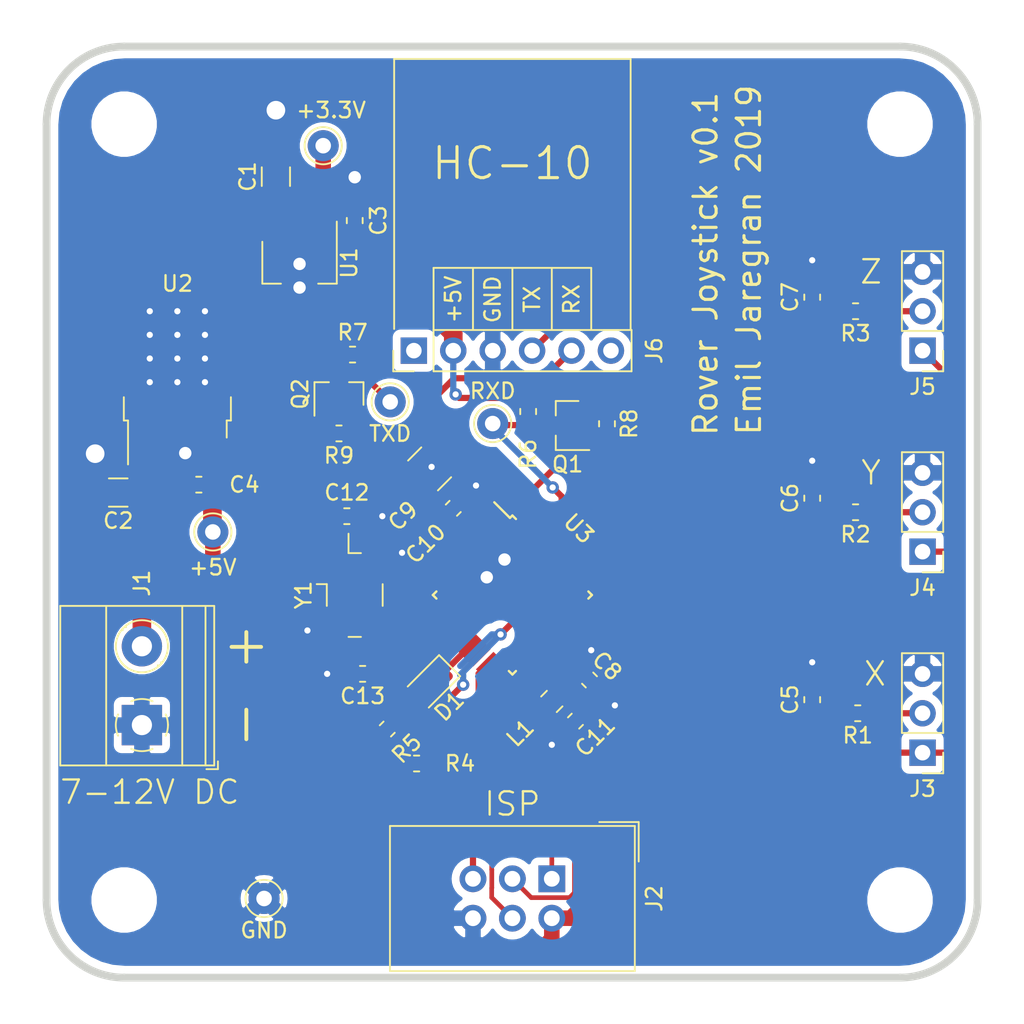
<source format=kicad_pcb>
(kicad_pcb (version 20171130) (host pcbnew 5.1.4+dfsg1-1)

  (general
    (thickness 1.6)
    (drawings 30)
    (tracks 291)
    (zones 0)
    (modules 45)
    (nets 40)
  )

  (page A4)
  (title_block
    (title "Rover Joystick")
    (date 2019-10-01)
    (rev 1)
    (company "Emil Jaregran")
  )

  (layers
    (0 F.Cu signal)
    (31 B.Cu signal)
    (32 B.Adhes user)
    (33 F.Adhes user)
    (34 B.Paste user)
    (35 F.Paste user)
    (36 B.SilkS user)
    (37 F.SilkS user)
    (38 B.Mask user)
    (39 F.Mask user)
    (40 Dwgs.User user)
    (41 Cmts.User user)
    (42 Eco1.User user)
    (43 Eco2.User user)
    (44 Edge.Cuts user)
    (45 Margin user)
    (46 B.CrtYd user)
    (47 F.CrtYd user)
    (48 B.Fab user)
    (49 F.Fab user)
  )

  (setup
    (last_trace_width 0.25)
    (user_trace_width 0.3)
    (user_trace_width 0.4)
    (user_trace_width 0.55)
    (user_trace_width 1)
    (user_trace_width 1.2)
    (trace_clearance 0.2)
    (zone_clearance 0.508)
    (zone_45_only no)
    (trace_min 0.2)
    (via_size 0.8)
    (via_drill 0.4)
    (via_min_size 0.4)
    (via_min_drill 0.3)
    (user_via 0.6 0.3)
    (user_via 0.8 0.4)
    (user_via 1.2 0.8)
    (user_via 2.4 1.2)
    (uvia_size 0.3)
    (uvia_drill 0.1)
    (uvias_allowed no)
    (uvia_min_size 0.2)
    (uvia_min_drill 0.1)
    (edge_width 0.05)
    (segment_width 0.2)
    (pcb_text_width 0.3)
    (pcb_text_size 1.5 1.5)
    (mod_edge_width 0.12)
    (mod_text_size 1 1)
    (mod_text_width 0.15)
    (pad_size 1.524 1.524)
    (pad_drill 0.762)
    (pad_to_mask_clearance 0.051)
    (solder_mask_min_width 0.25)
    (aux_axis_origin 0 0)
    (visible_elements FFFFFF7F)
    (pcbplotparams
      (layerselection 0x010fc_ffffffff)
      (usegerberextensions false)
      (usegerberattributes false)
      (usegerberadvancedattributes false)
      (creategerberjobfile false)
      (excludeedgelayer true)
      (linewidth 0.100000)
      (plotframeref false)
      (viasonmask false)
      (mode 1)
      (useauxorigin false)
      (hpglpennumber 1)
      (hpglpenspeed 20)
      (hpglpendiameter 15.000000)
      (psnegative false)
      (psa4output false)
      (plotreference true)
      (plotvalue true)
      (plotinvisibletext false)
      (padsonsilk false)
      (subtractmaskfromsilk false)
      (outputformat 1)
      (mirror false)
      (drillshape 0)
      (scaleselection 1)
      (outputdirectory "Gerber/"))
  )

  (net 0 "")
  (net 1 GND)
  (net 2 +3V3)
  (net 3 +5V)
  (net 4 /ADC0)
  (net 5 /ADC1)
  (net 6 /ADC2)
  (net 7 "Net-(C8-Pad1)")
  (net 8 +5VA)
  (net 9 /XTAL1)
  (net 10 /XTAL2)
  (net 11 "Net-(D1-Pad2)")
  (net 12 /LED_1)
  (net 13 /~RST)
  (net 14 /MOSI)
  (net 15 /SCK)
  (net 16 /MISO)
  (net 17 "Net-(J3-Pad2)")
  (net 18 "Net-(J4-Pad2)")
  (net 19 "Net-(J5-Pad2)")
  (net 20 "Net-(J6-Pad6)")
  (net 21 /BT_RX)
  (net 22 /BT_TX)
  (net 23 "Net-(J6-Pad1)")
  (net 24 /RXD)
  (net 25 /TXD)
  (net 26 "Net-(U3-Pad32)")
  (net 27 "Net-(U3-Pad28)")
  (net 28 "Net-(U3-Pad27)")
  (net 29 "Net-(U3-Pad26)")
  (net 30 "Net-(U3-Pad22)")
  (net 31 "Net-(U3-Pad19)")
  (net 32 "Net-(U3-Pad14)")
  (net 33 "Net-(U3-Pad12)")
  (net 34 "Net-(U3-Pad11)")
  (net 35 "Net-(U3-Pad10)")
  (net 36 "Net-(U3-Pad9)")
  (net 37 "Net-(U3-Pad2)")
  (net 38 "Net-(U3-Pad1)")
  (net 39 +BATT)

  (net_class Default "This is the default net class."
    (clearance 0.2)
    (trace_width 0.25)
    (via_dia 0.8)
    (via_drill 0.4)
    (uvia_dia 0.3)
    (uvia_drill 0.1)
    (add_net +3V3)
    (add_net +5V)
    (add_net +5VA)
    (add_net +BATT)
    (add_net /ADC0)
    (add_net /ADC1)
    (add_net /ADC2)
    (add_net /BT_RX)
    (add_net /BT_TX)
    (add_net /LED_1)
    (add_net /MISO)
    (add_net /MOSI)
    (add_net /RXD)
    (add_net /SCK)
    (add_net /TXD)
    (add_net /XTAL1)
    (add_net /XTAL2)
    (add_net /~RST)
    (add_net GND)
    (add_net "Net-(C8-Pad1)")
    (add_net "Net-(D1-Pad2)")
    (add_net "Net-(J3-Pad2)")
    (add_net "Net-(J4-Pad2)")
    (add_net "Net-(J5-Pad2)")
    (add_net "Net-(J6-Pad1)")
    (add_net "Net-(J6-Pad6)")
    (add_net "Net-(U3-Pad1)")
    (add_net "Net-(U3-Pad10)")
    (add_net "Net-(U3-Pad11)")
    (add_net "Net-(U3-Pad12)")
    (add_net "Net-(U3-Pad14)")
    (add_net "Net-(U3-Pad19)")
    (add_net "Net-(U3-Pad2)")
    (add_net "Net-(U3-Pad22)")
    (add_net "Net-(U3-Pad26)")
    (add_net "Net-(U3-Pad27)")
    (add_net "Net-(U3-Pad28)")
    (add_net "Net-(U3-Pad32)")
    (add_net "Net-(U3-Pad9)")
  )

  (module TerminalBlock_Phoenix:TerminalBlock_Phoenix_MKDS-1,5-2-5.08_1x02_P5.08mm_Horizontal (layer F.Cu) (tedit 5B294EBC) (tstamp 5D93ECBE)
    (at 136.144 93.726 90)
    (descr "Terminal Block Phoenix MKDS-1,5-2-5.08, 2 pins, pitch 5.08mm, size 10.2x9.8mm^2, drill diamater 1.3mm, pad diameter 2.6mm, see http://www.farnell.com/datasheets/100425.pdf, script-generated using https://github.com/pointhi/kicad-footprint-generator/scripts/TerminalBlock_Phoenix")
    (tags "THT Terminal Block Phoenix MKDS-1,5-2-5.08 pitch 5.08mm size 10.2x9.8mm^2 drill 1.3mm pad 2.6mm")
    (path /5D9AB5D6)
    (fp_text reference J1 (at 9.144 0 90) (layer F.SilkS)
      (effects (font (size 1 1) (thickness 0.15)))
    )
    (fp_text value "BATT IN" (at 2.54 5.66 90) (layer F.Fab)
      (effects (font (size 1 1) (thickness 0.15)))
    )
    (fp_text user %R (at 2.54 3.2 90) (layer F.Fab)
      (effects (font (size 1 1) (thickness 0.15)))
    )
    (fp_line (start 8.13 -5.71) (end -3.04 -5.71) (layer F.CrtYd) (width 0.05))
    (fp_line (start 8.13 5.1) (end 8.13 -5.71) (layer F.CrtYd) (width 0.05))
    (fp_line (start -3.04 5.1) (end 8.13 5.1) (layer F.CrtYd) (width 0.05))
    (fp_line (start -3.04 -5.71) (end -3.04 5.1) (layer F.CrtYd) (width 0.05))
    (fp_line (start -2.84 4.9) (end -2.34 4.9) (layer F.SilkS) (width 0.12))
    (fp_line (start -2.84 4.16) (end -2.84 4.9) (layer F.SilkS) (width 0.12))
    (fp_line (start 3.853 1.023) (end 3.806 1.069) (layer F.SilkS) (width 0.12))
    (fp_line (start 6.15 -1.275) (end 6.115 -1.239) (layer F.SilkS) (width 0.12))
    (fp_line (start 4.046 1.239) (end 4.011 1.274) (layer F.SilkS) (width 0.12))
    (fp_line (start 6.355 -1.069) (end 6.308 -1.023) (layer F.SilkS) (width 0.12))
    (fp_line (start 6.035 -1.138) (end 3.943 0.955) (layer F.Fab) (width 0.1))
    (fp_line (start 6.218 -0.955) (end 4.126 1.138) (layer F.Fab) (width 0.1))
    (fp_line (start 0.955 -1.138) (end -1.138 0.955) (layer F.Fab) (width 0.1))
    (fp_line (start 1.138 -0.955) (end -0.955 1.138) (layer F.Fab) (width 0.1))
    (fp_line (start 7.68 -5.261) (end 7.68 4.66) (layer F.SilkS) (width 0.12))
    (fp_line (start -2.6 -5.261) (end -2.6 4.66) (layer F.SilkS) (width 0.12))
    (fp_line (start -2.6 4.66) (end 7.68 4.66) (layer F.SilkS) (width 0.12))
    (fp_line (start -2.6 -5.261) (end 7.68 -5.261) (layer F.SilkS) (width 0.12))
    (fp_line (start -2.6 -2.301) (end 7.68 -2.301) (layer F.SilkS) (width 0.12))
    (fp_line (start -2.54 -2.3) (end 7.62 -2.3) (layer F.Fab) (width 0.1))
    (fp_line (start -2.6 2.6) (end 7.68 2.6) (layer F.SilkS) (width 0.12))
    (fp_line (start -2.54 2.6) (end 7.62 2.6) (layer F.Fab) (width 0.1))
    (fp_line (start -2.6 4.1) (end 7.68 4.1) (layer F.SilkS) (width 0.12))
    (fp_line (start -2.54 4.1) (end 7.62 4.1) (layer F.Fab) (width 0.1))
    (fp_line (start -2.54 4.1) (end -2.54 -5.2) (layer F.Fab) (width 0.1))
    (fp_line (start -2.04 4.6) (end -2.54 4.1) (layer F.Fab) (width 0.1))
    (fp_line (start 7.62 4.6) (end -2.04 4.6) (layer F.Fab) (width 0.1))
    (fp_line (start 7.62 -5.2) (end 7.62 4.6) (layer F.Fab) (width 0.1))
    (fp_line (start -2.54 -5.2) (end 7.62 -5.2) (layer F.Fab) (width 0.1))
    (fp_circle (center 5.08 0) (end 6.76 0) (layer F.SilkS) (width 0.12))
    (fp_circle (center 5.08 0) (end 6.58 0) (layer F.Fab) (width 0.1))
    (fp_circle (center 0 0) (end 1.5 0) (layer F.Fab) (width 0.1))
    (fp_arc (start 0 0) (end -0.684 1.535) (angle -25) (layer F.SilkS) (width 0.12))
    (fp_arc (start 0 0) (end -1.535 -0.684) (angle -48) (layer F.SilkS) (width 0.12))
    (fp_arc (start 0 0) (end 0.684 -1.535) (angle -48) (layer F.SilkS) (width 0.12))
    (fp_arc (start 0 0) (end 1.535 0.684) (angle -48) (layer F.SilkS) (width 0.12))
    (fp_arc (start 0 0) (end 0 1.68) (angle -24) (layer F.SilkS) (width 0.12))
    (pad 2 thru_hole circle (at 5.08 0 90) (size 2.6 2.6) (drill 1.3) (layers *.Cu *.Mask)
      (net 39 +BATT))
    (pad 1 thru_hole rect (at 0 0 90) (size 2.6 2.6) (drill 1.3) (layers *.Cu *.Mask)
      (net 1 GND))
    (model ${KISYS3DMOD}/TerminalBlock_Phoenix.3dshapes/TerminalBlock_Phoenix_MKDS-1,5-2-5.08_1x02_P5.08mm_Horizontal.wrl
      (at (xyz 0 0 0))
      (scale (xyz 1 1 1))
      (rotate (xyz 0 0 0))
    )
  )

  (module MountingHole:MountingHole_3.2mm_M3 locked (layer F.Cu) (tedit 56D1B4CB) (tstamp 5D93C8F1)
    (at 135 105)
    (descr "Mounting Hole 3.2mm, no annular, M3")
    (tags "mounting hole 3.2mm no annular m3")
    (attr virtual)
    (fp_text reference REF** (at 0 -4.2) (layer F.SilkS) hide
      (effects (font (size 1 1) (thickness 0.15)))
    )
    (fp_text value MountingHole_3.2mm_M3 (at 0 4.2) (layer F.Fab) hide
      (effects (font (size 1 1) (thickness 0.15)))
    )
    (fp_text user %R (at 0.3 0) (layer F.Fab) hide
      (effects (font (size 1 1) (thickness 0.15)))
    )
    (fp_circle (center 0 0) (end 3.2 0) (layer Cmts.User) (width 0.15))
    (fp_circle (center 0 0) (end 3.45 0) (layer F.CrtYd) (width 0.05))
    (pad 1 np_thru_hole circle (at 0 0) (size 3.2 3.2) (drill 3.2) (layers *.Cu *.Mask))
  )

  (module MountingHole:MountingHole_3.2mm_M3 locked (layer F.Cu) (tedit 56D1B4CB) (tstamp 5D93C8E3)
    (at 185 105)
    (descr "Mounting Hole 3.2mm, no annular, M3")
    (tags "mounting hole 3.2mm no annular m3")
    (attr virtual)
    (fp_text reference REF** (at 0 -4.2) (layer F.SilkS) hide
      (effects (font (size 1 1) (thickness 0.15)))
    )
    (fp_text value MountingHole_3.2mm_M3 (at 0 4.2) (layer F.Fab) hide
      (effects (font (size 1 1) (thickness 0.15)))
    )
    (fp_circle (center 0 0) (end 3.45 0) (layer F.CrtYd) (width 0.05))
    (fp_circle (center 0 0) (end 3.2 0) (layer Cmts.User) (width 0.15))
    (fp_text user %R (at 0.3 0) (layer F.Fab) hide
      (effects (font (size 1 1) (thickness 0.15)))
    )
    (pad 1 np_thru_hole circle (at 0 0) (size 3.2 3.2) (drill 3.2) (layers *.Cu *.Mask))
  )

  (module MountingHole:MountingHole_3.2mm_M3 locked (layer F.Cu) (tedit 56D1B4CB) (tstamp 5D93C8D5)
    (at 185 55)
    (descr "Mounting Hole 3.2mm, no annular, M3")
    (tags "mounting hole 3.2mm no annular m3")
    (attr virtual)
    (fp_text reference REF** (at 0 -4.2) (layer F.SilkS) hide
      (effects (font (size 1 1) (thickness 0.15)))
    )
    (fp_text value MountingHole_3.2mm_M3 (at 0 4.2) (layer F.Fab) hide
      (effects (font (size 1 1) (thickness 0.15)))
    )
    (fp_text user %R (at 0.3 0) (layer F.Fab) hide
      (effects (font (size 1 1) (thickness 0.15)))
    )
    (fp_circle (center 0 0) (end 3.2 0) (layer Cmts.User) (width 0.15))
    (fp_circle (center 0 0) (end 3.45 0) (layer F.CrtYd) (width 0.05))
    (pad 1 np_thru_hole circle (at 0 0) (size 3.2 3.2) (drill 3.2) (layers *.Cu *.Mask))
  )

  (module MountingHole:MountingHole_3.2mm_M3 locked (layer F.Cu) (tedit 56D1B4CB) (tstamp 5D93C8B3)
    (at 135 55)
    (descr "Mounting Hole 3.2mm, no annular, M3")
    (tags "mounting hole 3.2mm no annular m3")
    (attr virtual)
    (fp_text reference REF** (at 0 -4.2) (layer F.SilkS) hide
      (effects (font (size 1 1) (thickness 0.15)))
    )
    (fp_text value MountingHole_3.2mm_M3 (at 0 4.2) (layer F.Fab) hide
      (effects (font (size 1 1) (thickness 0.15)))
    )
    (fp_circle (center 0 0) (end 3.45 0) (layer F.CrtYd) (width 0.05))
    (fp_circle (center 0 0) (end 3.2 0) (layer Cmts.User) (width 0.15))
    (fp_text user %R (at 0.3 0) (layer F.Fab) hide
      (effects (font (size 1 1) (thickness 0.15)))
    )
    (pad 1 np_thru_hole circle (at 0 0) (size 3.2 3.2) (drill 3.2) (layers *.Cu *.Mask))
  )

  (module Crystal:Crystal_SMD_EuroQuartz_MJ-4Pin_5.0x3.2mm_HandSoldering (layer F.Cu) (tedit 5A0FD1B2) (tstamp 5D93C3B3)
    (at 149.86 85.344 270)
    (descr "SMD Crystal EuroQuartz MJ series http://cdn-reichelt.de/documents/datenblatt/B400/MJ.pdf, hand-soldering, 5.0x3.2mm^2 package")
    (tags "SMD SMT crystal hand-soldering")
    (path /5D97661E)
    (attr smd)
    (fp_text reference Y1 (at 0 3.302 90) (layer F.SilkS)
      (effects (font (size 1 1) (thickness 0.15)))
    )
    (fp_text value "16 MHz" (at 0 3.25 90) (layer F.Fab)
      (effects (font (size 1 1) (thickness 0.15)))
    )
    (fp_line (start 4 -2.5) (end -4 -2.5) (layer F.CrtYd) (width 0.05))
    (fp_line (start 4 2.5) (end 4 -2.5) (layer F.CrtYd) (width 0.05))
    (fp_line (start -4 2.5) (end 4 2.5) (layer F.CrtYd) (width 0.05))
    (fp_line (start -4 -2.5) (end -4 2.5) (layer F.CrtYd) (width 0.05))
    (fp_line (start -0.7 1.8) (end -0.7 2.45) (layer F.SilkS) (width 0.12))
    (fp_line (start 0.7 1.8) (end -0.7 1.8) (layer F.SilkS) (width 0.12))
    (fp_line (start -0.7 -1.8) (end 0.7 -1.8) (layer F.SilkS) (width 0.12))
    (fp_line (start 2.7 -0.4) (end 2.7 0.4) (layer F.SilkS) (width 0.12))
    (fp_line (start -2.7 0.4) (end -2.7 -0.4) (layer F.SilkS) (width 0.12))
    (fp_line (start -3.95 0.4) (end -2.7 0.4) (layer F.SilkS) (width 0.12))
    (fp_line (start -2.5 0.6) (end -1.5 1.6) (layer F.Fab) (width 0.1))
    (fp_line (start -2.5 -1.5) (end -2.4 -1.6) (layer F.Fab) (width 0.1))
    (fp_line (start -2.5 1.5) (end -2.5 -1.5) (layer F.Fab) (width 0.1))
    (fp_line (start -2.4 1.6) (end -2.5 1.5) (layer F.Fab) (width 0.1))
    (fp_line (start 2.4 1.6) (end -2.4 1.6) (layer F.Fab) (width 0.1))
    (fp_line (start 2.5 1.5) (end 2.4 1.6) (layer F.Fab) (width 0.1))
    (fp_line (start 2.5 -1.5) (end 2.5 1.5) (layer F.Fab) (width 0.1))
    (fp_line (start 2.4 -1.6) (end 2.5 -1.5) (layer F.Fab) (width 0.1))
    (fp_line (start -2.4 -1.6) (end 2.4 -1.6) (layer F.Fab) (width 0.1))
    (fp_text user %R (at 0 0 90) (layer F.Fab)
      (effects (font (size 1 1) (thickness 0.15)))
    )
    (pad 4 smd rect (at -2.325 -1.425 270) (size 2.85 1.65) (layers F.Cu F.Paste F.Mask)
      (net 1 GND))
    (pad 3 smd rect (at 2.325 -1.425 270) (size 2.85 1.65) (layers F.Cu F.Paste F.Mask)
      (net 10 /XTAL2))
    (pad 2 smd rect (at 2.325 1.425 270) (size 2.85 1.65) (layers F.Cu F.Paste F.Mask)
      (net 1 GND))
    (pad 1 smd rect (at -2.325 1.425 270) (size 2.85 1.65) (layers F.Cu F.Paste F.Mask)
      (net 9 /XTAL1))
    (model ${KISYS3DMOD}/Crystal.3dshapes/Crystal_SMD_EuroQuartz_MJ-4Pin_5.0x3.2mm_HandSoldering.wrl
      (at (xyz 0 0 0))
      (scale (xyz 1 1 1))
      (rotate (xyz 0 0 0))
    )
  )

  (module Package_QFP:TQFP-32_7x7mm_P0.8mm locked (layer F.Cu) (tedit 5A02F146) (tstamp 5D93DEDC)
    (at 160.02 85.344 315)
    (descr "32-Lead Plastic Thin Quad Flatpack (PT) - 7x7x1.0 mm Body, 2.00 mm [TQFP] (see Microchip Packaging Specification 00000049BS.pdf)")
    (tags "QFP 0.8")
    (path /5D942B3C)
    (attr smd)
    (fp_text reference U3 (at 0 -6.05 135) (layer F.SilkS)
      (effects (font (size 1 1) (thickness 0.15)))
    )
    (fp_text value ATmega328P-AU (at 0 6.05 135) (layer F.Fab)
      (effects (font (size 1 1) (thickness 0.15)))
    )
    (fp_line (start -3.625 -3.4) (end -5.05 -3.4) (layer F.SilkS) (width 0.15))
    (fp_line (start 3.625 -3.625) (end 3.3 -3.625) (layer F.SilkS) (width 0.15))
    (fp_line (start 3.625 3.625) (end 3.3 3.625) (layer F.SilkS) (width 0.15))
    (fp_line (start -3.625 3.625) (end -3.3 3.625) (layer F.SilkS) (width 0.15))
    (fp_line (start -3.625 -3.625) (end -3.3 -3.625) (layer F.SilkS) (width 0.15))
    (fp_line (start -3.625 3.625) (end -3.625 3.3) (layer F.SilkS) (width 0.15))
    (fp_line (start 3.625 3.625) (end 3.625 3.3) (layer F.SilkS) (width 0.15))
    (fp_line (start 3.625 -3.625) (end 3.625 -3.3) (layer F.SilkS) (width 0.15))
    (fp_line (start -3.625 -3.625) (end -3.625 -3.4) (layer F.SilkS) (width 0.15))
    (fp_line (start -5.3 5.3) (end 5.3 5.3) (layer F.CrtYd) (width 0.05))
    (fp_line (start -5.3 -5.3) (end 5.3 -5.3) (layer F.CrtYd) (width 0.05))
    (fp_line (start 5.3 -5.3) (end 5.3 5.3) (layer F.CrtYd) (width 0.05))
    (fp_line (start -5.3 -5.3) (end -5.3 5.3) (layer F.CrtYd) (width 0.05))
    (fp_line (start -3.5 -2.5) (end -2.5 -3.5) (layer F.Fab) (width 0.15))
    (fp_line (start -3.5 3.5) (end -3.5 -2.5) (layer F.Fab) (width 0.15))
    (fp_line (start 3.5 3.5) (end -3.5 3.5) (layer F.Fab) (width 0.15))
    (fp_line (start 3.5 -3.5) (end 3.5 3.5) (layer F.Fab) (width 0.15))
    (fp_line (start -2.5 -3.5) (end 3.5 -3.5) (layer F.Fab) (width 0.15))
    (fp_text user %R (at 0 0 135) (layer F.Fab)
      (effects (font (size 1 1) (thickness 0.15)))
    )
    (pad 32 smd rect (at -2.8 -4.25 45) (size 1.6 0.55) (layers F.Cu F.Paste F.Mask)
      (net 26 "Net-(U3-Pad32)"))
    (pad 31 smd rect (at -2 -4.25 45) (size 1.6 0.55) (layers F.Cu F.Paste F.Mask)
      (net 25 /TXD))
    (pad 30 smd rect (at -1.2 -4.25 45) (size 1.6 0.55) (layers F.Cu F.Paste F.Mask)
      (net 24 /RXD))
    (pad 29 smd rect (at -0.4 -4.25 45) (size 1.6 0.55) (layers F.Cu F.Paste F.Mask)
      (net 13 /~RST))
    (pad 28 smd rect (at 0.4 -4.25 45) (size 1.6 0.55) (layers F.Cu F.Paste F.Mask)
      (net 27 "Net-(U3-Pad28)"))
    (pad 27 smd rect (at 1.2 -4.25 45) (size 1.6 0.55) (layers F.Cu F.Paste F.Mask)
      (net 28 "Net-(U3-Pad27)"))
    (pad 26 smd rect (at 2 -4.25 45) (size 1.6 0.55) (layers F.Cu F.Paste F.Mask)
      (net 29 "Net-(U3-Pad26)"))
    (pad 25 smd rect (at 2.8 -4.25 45) (size 1.6 0.55) (layers F.Cu F.Paste F.Mask)
      (net 6 /ADC2))
    (pad 24 smd rect (at 4.25 -2.8 315) (size 1.6 0.55) (layers F.Cu F.Paste F.Mask)
      (net 5 /ADC1))
    (pad 23 smd rect (at 4.25 -2 315) (size 1.6 0.55) (layers F.Cu F.Paste F.Mask)
      (net 4 /ADC0))
    (pad 22 smd rect (at 4.25 -1.2 315) (size 1.6 0.55) (layers F.Cu F.Paste F.Mask)
      (net 30 "Net-(U3-Pad22)"))
    (pad 21 smd rect (at 4.25 -0.4 315) (size 1.6 0.55) (layers F.Cu F.Paste F.Mask)
      (net 1 GND))
    (pad 20 smd rect (at 4.25 0.4 315) (size 1.6 0.55) (layers F.Cu F.Paste F.Mask)
      (net 7 "Net-(C8-Pad1)"))
    (pad 19 smd rect (at 4.25 1.2 315) (size 1.6 0.55) (layers F.Cu F.Paste F.Mask)
      (net 31 "Net-(U3-Pad19)"))
    (pad 18 smd rect (at 4.25 2 315) (size 1.6 0.55) (layers F.Cu F.Paste F.Mask)
      (net 8 +5VA))
    (pad 17 smd rect (at 4.25 2.8 315) (size 1.6 0.55) (layers F.Cu F.Paste F.Mask)
      (net 15 /SCK))
    (pad 16 smd rect (at 2.8 4.25 45) (size 1.6 0.55) (layers F.Cu F.Paste F.Mask)
      (net 16 /MISO))
    (pad 15 smd rect (at 2 4.25 45) (size 1.6 0.55) (layers F.Cu F.Paste F.Mask)
      (net 14 /MOSI))
    (pad 14 smd rect (at 1.2 4.25 45) (size 1.6 0.55) (layers F.Cu F.Paste F.Mask)
      (net 32 "Net-(U3-Pad14)"))
    (pad 13 smd rect (at 0.4 4.25 45) (size 1.6 0.55) (layers F.Cu F.Paste F.Mask)
      (net 12 /LED_1))
    (pad 12 smd rect (at -0.4 4.25 45) (size 1.6 0.55) (layers F.Cu F.Paste F.Mask)
      (net 33 "Net-(U3-Pad12)"))
    (pad 11 smd rect (at -1.2 4.25 45) (size 1.6 0.55) (layers F.Cu F.Paste F.Mask)
      (net 34 "Net-(U3-Pad11)"))
    (pad 10 smd rect (at -2 4.25 45) (size 1.6 0.55) (layers F.Cu F.Paste F.Mask)
      (net 35 "Net-(U3-Pad10)"))
    (pad 9 smd rect (at -2.8 4.25 45) (size 1.6 0.55) (layers F.Cu F.Paste F.Mask)
      (net 36 "Net-(U3-Pad9)"))
    (pad 8 smd rect (at -4.25 2.8 315) (size 1.6 0.55) (layers F.Cu F.Paste F.Mask)
      (net 10 /XTAL2))
    (pad 7 smd rect (at -4.25 2 315) (size 1.6 0.55) (layers F.Cu F.Paste F.Mask)
      (net 9 /XTAL1))
    (pad 6 smd rect (at -4.25 1.2 315) (size 1.6 0.55) (layers F.Cu F.Paste F.Mask)
      (net 3 +5V))
    (pad 5 smd rect (at -4.25 0.4 315) (size 1.6 0.55) (layers F.Cu F.Paste F.Mask)
      (net 1 GND))
    (pad 4 smd rect (at -4.25 -0.4 315) (size 1.6 0.55) (layers F.Cu F.Paste F.Mask)
      (net 3 +5V))
    (pad 3 smd rect (at -4.25 -1.2 315) (size 1.6 0.55) (layers F.Cu F.Paste F.Mask)
      (net 1 GND))
    (pad 2 smd rect (at -4.25 -2 315) (size 1.6 0.55) (layers F.Cu F.Paste F.Mask)
      (net 37 "Net-(U3-Pad2)"))
    (pad 1 smd rect (at -4.25 -2.8 315) (size 1.6 0.55) (layers F.Cu F.Paste F.Mask)
      (net 38 "Net-(U3-Pad1)"))
    (model ${KISYS3DMOD}/Package_QFP.3dshapes/TQFP-32_7x7mm_P0.8mm.wrl
      (at (xyz 0 0 0))
      (scale (xyz 1 1 1))
      (rotate (xyz 0 0 0))
    )
  )

  (module Package_TO_SOT_SMD:TO-252-2 (layer F.Cu) (tedit 5A70A390) (tstamp 5D93C360)
    (at 138.43 71.628 90)
    (descr "TO-252 / DPAK SMD package, http://www.infineon.com/cms/en/product/packages/PG-TO252/PG-TO252-3-1/")
    (tags "DPAK TO-252 DPAK-3 TO-252-3 SOT-428")
    (path /5D9A67D9)
    (attr smd)
    (fp_text reference U2 (at 6.35 0 180) (layer F.SilkS)
      (effects (font (size 1 1) (thickness 0.15)))
    )
    (fp_text value MC78M05_TO252 (at 0 4.5 90) (layer F.Fab)
      (effects (font (size 1 1) (thickness 0.15)))
    )
    (fp_text user %R (at 0 0 90) (layer F.Fab)
      (effects (font (size 1 1) (thickness 0.15)))
    )
    (fp_line (start 5.55 -3.5) (end -5.55 -3.5) (layer F.CrtYd) (width 0.05))
    (fp_line (start 5.55 3.5) (end 5.55 -3.5) (layer F.CrtYd) (width 0.05))
    (fp_line (start -5.55 3.5) (end 5.55 3.5) (layer F.CrtYd) (width 0.05))
    (fp_line (start -5.55 -3.5) (end -5.55 3.5) (layer F.CrtYd) (width 0.05))
    (fp_line (start -2.47 3.18) (end -3.57 3.18) (layer F.SilkS) (width 0.12))
    (fp_line (start -2.47 3.45) (end -2.47 3.18) (layer F.SilkS) (width 0.12))
    (fp_line (start -0.97 3.45) (end -2.47 3.45) (layer F.SilkS) (width 0.12))
    (fp_line (start -2.47 -3.18) (end -5.3 -3.18) (layer F.SilkS) (width 0.12))
    (fp_line (start -2.47 -3.45) (end -2.47 -3.18) (layer F.SilkS) (width 0.12))
    (fp_line (start -0.97 -3.45) (end -2.47 -3.45) (layer F.SilkS) (width 0.12))
    (fp_line (start -4.97 2.655) (end -2.27 2.655) (layer F.Fab) (width 0.1))
    (fp_line (start -4.97 1.905) (end -4.97 2.655) (layer F.Fab) (width 0.1))
    (fp_line (start -2.27 1.905) (end -4.97 1.905) (layer F.Fab) (width 0.1))
    (fp_line (start -4.97 -1.905) (end -2.27 -1.905) (layer F.Fab) (width 0.1))
    (fp_line (start -4.97 -2.655) (end -4.97 -1.905) (layer F.Fab) (width 0.1))
    (fp_line (start -1.865 -2.655) (end -4.97 -2.655) (layer F.Fab) (width 0.1))
    (fp_line (start -1.27 -3.25) (end 3.95 -3.25) (layer F.Fab) (width 0.1))
    (fp_line (start -2.27 -2.25) (end -1.27 -3.25) (layer F.Fab) (width 0.1))
    (fp_line (start -2.27 3.25) (end -2.27 -2.25) (layer F.Fab) (width 0.1))
    (fp_line (start 3.95 3.25) (end -2.27 3.25) (layer F.Fab) (width 0.1))
    (fp_line (start 3.95 -3.25) (end 3.95 3.25) (layer F.Fab) (width 0.1))
    (fp_line (start 4.95 2.7) (end 3.95 2.7) (layer F.Fab) (width 0.1))
    (fp_line (start 4.95 -2.7) (end 4.95 2.7) (layer F.Fab) (width 0.1))
    (fp_line (start 3.95 -2.7) (end 4.95 -2.7) (layer F.Fab) (width 0.1))
    (pad "" smd rect (at 0.425 1.525 90) (size 3.05 2.75) (layers F.Paste))
    (pad "" smd rect (at 3.775 -1.525 90) (size 3.05 2.75) (layers F.Paste))
    (pad "" smd rect (at 0.425 -1.525 90) (size 3.05 2.75) (layers F.Paste))
    (pad "" smd rect (at 3.775 1.525 90) (size 3.05 2.75) (layers F.Paste))
    (pad 2 smd rect (at 2.1 0 90) (size 6.4 5.8) (layers F.Cu F.Mask)
      (net 1 GND))
    (pad 3 smd rect (at -4.2 2.28 90) (size 2.2 1.2) (layers F.Cu F.Paste F.Mask)
      (net 3 +5V))
    (pad 1 smd rect (at -4.2 -2.28 90) (size 2.2 1.2) (layers F.Cu F.Paste F.Mask)
      (net 39 +BATT))
    (model ${KISYS3DMOD}/Package_TO_SOT_SMD.3dshapes/TO-252-2.wrl
      (at (xyz 0 0 0))
      (scale (xyz 1 1 1))
      (rotate (xyz 0 0 0))
    )
  )

  (module Package_TO_SOT_SMD:SOT-89-3 (layer F.Cu) (tedit 5A02FF57) (tstamp 5D93C33C)
    (at 146.304 63.5 270)
    (descr SOT-89-3)
    (tags SOT-89-3)
    (path /5D9F1E37)
    (attr smd)
    (fp_text reference U1 (at 0.45 -3.2 90) (layer F.SilkS)
      (effects (font (size 1 1) (thickness 0.15)))
    )
    (fp_text value L78L33_SOT89 (at 0.45 3.25 90) (layer F.Fab)
      (effects (font (size 1 1) (thickness 0.15)))
    )
    (fp_line (start -2.48 2.55) (end -2.48 -2.55) (layer F.CrtYd) (width 0.05))
    (fp_line (start -2.48 2.55) (end 3.23 2.55) (layer F.CrtYd) (width 0.05))
    (fp_line (start 3.23 -2.55) (end -2.48 -2.55) (layer F.CrtYd) (width 0.05))
    (fp_line (start 3.23 -2.55) (end 3.23 2.55) (layer F.CrtYd) (width 0.05))
    (fp_line (start -0.13 -2.3) (end 1.68 -2.3) (layer F.Fab) (width 0.1))
    (fp_line (start -0.92 2.3) (end -0.92 -1.51) (layer F.Fab) (width 0.1))
    (fp_line (start 1.68 2.3) (end -0.92 2.3) (layer F.Fab) (width 0.1))
    (fp_line (start 1.68 -2.3) (end 1.68 2.3) (layer F.Fab) (width 0.1))
    (fp_line (start -0.92 -1.51) (end -0.13 -2.3) (layer F.Fab) (width 0.1))
    (fp_line (start 1.78 -2.4) (end 1.78 -1.2) (layer F.SilkS) (width 0.12))
    (fp_line (start -2.22 -2.4) (end 1.78 -2.4) (layer F.SilkS) (width 0.12))
    (fp_line (start 1.78 2.4) (end -0.92 2.4) (layer F.SilkS) (width 0.12))
    (fp_line (start 1.78 1.2) (end 1.78 2.4) (layer F.SilkS) (width 0.12))
    (fp_text user %R (at 0.38 0) (layer F.Fab)
      (effects (font (size 0.6 0.6) (thickness 0.09)))
    )
    (pad 2 smd trapezoid (at -0.0762 0) (size 1.5 1) (rect_delta 0 0.7 ) (layers F.Cu F.Paste F.Mask)
      (net 1 GND))
    (pad 2 smd rect (at 1.3335 0 180) (size 2.2 1.84) (layers F.Cu F.Paste F.Mask)
      (net 1 GND))
    (pad 3 smd rect (at -1.48 1.5 180) (size 1 1.5) (layers F.Cu F.Paste F.Mask)
      (net 39 +BATT))
    (pad 2 smd rect (at -1.3335 0 180) (size 1 1.8) (layers F.Cu F.Paste F.Mask)
      (net 1 GND))
    (pad 1 smd rect (at -1.48 -1.5 180) (size 1 1.5) (layers F.Cu F.Paste F.Mask)
      (net 2 +3V3))
    (pad 2 smd trapezoid (at 2.667 0 180) (size 1.6 0.85) (rect_delta 0 0.6 ) (layers F.Cu F.Paste F.Mask)
      (net 1 GND))
    (model ${KISYS3DMOD}/Package_TO_SOT_SMD.3dshapes/SOT-89-3.wrl
      (at (xyz 0 0 0))
      (scale (xyz 1 1 1))
      (rotate (xyz 0 0 0))
    )
  )

  (module TestPoint:TestPoint_THTPad_D2.0mm_Drill1.0mm (layer F.Cu) (tedit 5A0F774F) (tstamp 5D93C324)
    (at 144.018 104.902)
    (descr "THT pad as test Point, diameter 2.0mm, hole diameter 1.0mm")
    (tags "test point THT pad")
    (path /5ECEB37D)
    (attr virtual)
    (fp_text reference TP5 (at 0 -1.998) (layer F.Fab)
      (effects (font (size 1 1) (thickness 0.15)))
    )
    (fp_text value GND (at 0 2.05) (layer F.SilkS)
      (effects (font (size 1 1) (thickness 0.15)))
    )
    (fp_circle (center 0 0) (end 0 1.2) (layer F.SilkS) (width 0.12))
    (fp_circle (center 0 0) (end 1.5 0) (layer F.CrtYd) (width 0.05))
    (fp_text user %R (at 0 -2) (layer F.Fab)
      (effects (font (size 1 1) (thickness 0.15)))
    )
    (pad 1 thru_hole circle (at 0 0) (size 2 2) (drill 1) (layers *.Cu *.Mask)
      (net 1 GND))
  )

  (module TestPoint:TestPoint_THTPad_D2.0mm_Drill1.0mm (layer F.Cu) (tedit 5A0F774F) (tstamp 5D93C31C)
    (at 152.146 72.898)
    (descr "THT pad as test Point, diameter 2.0mm, hole diameter 1.0mm")
    (tags "test point THT pad")
    (path /5DE423A1)
    (attr virtual)
    (fp_text reference TP4 (at 0 -1.998) (layer F.Fab)
      (effects (font (size 1 1) (thickness 0.15)))
    )
    (fp_text value TXD (at 0 2.05) (layer F.SilkS)
      (effects (font (size 1 1) (thickness 0.15)))
    )
    (fp_circle (center 0 0) (end 0 1.2) (layer F.SilkS) (width 0.12))
    (fp_circle (center 0 0) (end 1.5 0) (layer F.CrtYd) (width 0.05))
    (fp_text user %R (at 0 -2) (layer F.Fab)
      (effects (font (size 1 1) (thickness 0.15)))
    )
    (pad 1 thru_hole circle (at 0 0) (size 2 2) (drill 1) (layers *.Cu *.Mask)
      (net 25 /TXD))
  )

  (module TestPoint:TestPoint_THTPad_D2.0mm_Drill1.0mm (layer F.Cu) (tedit 5A0F774F) (tstamp 5D945901)
    (at 158.75 74.295)
    (descr "THT pad as test Point, diameter 2.0mm, hole diameter 1.0mm")
    (tags "test point THT pad")
    (path /5DE41F0E)
    (attr virtual)
    (fp_text reference TP3 (at 0 -1.998) (layer F.Fab)
      (effects (font (size 1 1) (thickness 0.15)))
    )
    (fp_text value RXD (at 0 -2.0955) (layer F.SilkS)
      (effects (font (size 1 1) (thickness 0.15)))
    )
    (fp_circle (center 0 0) (end 0 1.2) (layer F.SilkS) (width 0.12))
    (fp_circle (center 0 0) (end 1.5 0) (layer F.CrtYd) (width 0.05))
    (fp_text user %R (at 0 -2) (layer F.Fab)
      (effects (font (size 1 1) (thickness 0.15)))
    )
    (pad 1 thru_hole circle (at 0 0) (size 2 2) (drill 1) (layers *.Cu *.Mask)
      (net 24 /RXD))
  )

  (module TestPoint:TestPoint_THTPad_D2.0mm_Drill1.0mm (layer F.Cu) (tedit 5A0F774F) (tstamp 5D93C30C)
    (at 140.716 81.28)
    (descr "THT pad as test Point, diameter 2.0mm, hole diameter 1.0mm")
    (tags "test point THT pad")
    (path /5DE03207)
    (attr virtual)
    (fp_text reference TP2 (at 0 -1.998) (layer F.Fab)
      (effects (font (size 1 1) (thickness 0.15)))
    )
    (fp_text value +5V (at 0 2.286) (layer F.SilkS)
      (effects (font (size 1 1) (thickness 0.15)))
    )
    (fp_circle (center 0 0) (end 0 1.2) (layer F.SilkS) (width 0.12))
    (fp_circle (center 0 0) (end 1.5 0) (layer F.CrtYd) (width 0.05))
    (fp_text user %R (at 0 -2) (layer F.Fab)
      (effects (font (size 1 1) (thickness 0.15)))
    )
    (pad 1 thru_hole circle (at 0 0) (size 2 2) (drill 1) (layers *.Cu *.Mask)
      (net 3 +5V))
  )

  (module TestPoint:TestPoint_THTPad_D2.0mm_Drill1.0mm (layer F.Cu) (tedit 5A0F774F) (tstamp 5D9437F6)
    (at 147.828 56.388)
    (descr "THT pad as test Point, diameter 2.0mm, hole diameter 1.0mm")
    (tags "test point THT pad")
    (path /5DDF739A)
    (attr virtual)
    (fp_text reference TP1 (at 0 -1.998) (layer F.Fab)
      (effects (font (size 1 1) (thickness 0.15)))
    )
    (fp_text value +3.3V (at 0.508 -2.286) (layer F.SilkS)
      (effects (font (size 1 1) (thickness 0.15)))
    )
    (fp_circle (center 0 0) (end 0 1.2) (layer F.SilkS) (width 0.12))
    (fp_circle (center 0 0) (end 1.5 0) (layer F.CrtYd) (width 0.05))
    (fp_text user %R (at 0 -2) (layer F.Fab)
      (effects (font (size 1 1) (thickness 0.15)))
    )
    (pad 1 thru_hole circle (at 0 0) (size 2 2) (drill 1) (layers *.Cu *.Mask)
      (net 2 +3V3))
  )

  (module Resistor_SMD:R_0603_1608Metric_Pad1.05x0.95mm_HandSolder (layer F.Cu) (tedit 5B301BBD) (tstamp 5D93C2FC)
    (at 148.844 74.93 180)
    (descr "Resistor SMD 0603 (1608 Metric), square (rectangular) end terminal, IPC_7351 nominal with elongated pad for handsoldering. (Body size source: http://www.tortai-tech.com/upload/download/2011102023233369053.pdf), generated with kicad-footprint-generator")
    (tags "resistor handsolder")
    (path /5DC303F6)
    (attr smd)
    (fp_text reference R9 (at 0 -1.43) (layer F.SilkS)
      (effects (font (size 1 1) (thickness 0.15)))
    )
    (fp_text value 10k (at 0 1.43) (layer F.Fab)
      (effects (font (size 1 1) (thickness 0.15)))
    )
    (fp_text user %R (at 0 0) (layer F.Fab)
      (effects (font (size 0.4 0.4) (thickness 0.06)))
    )
    (fp_line (start 1.65 0.73) (end -1.65 0.73) (layer F.CrtYd) (width 0.05))
    (fp_line (start 1.65 -0.73) (end 1.65 0.73) (layer F.CrtYd) (width 0.05))
    (fp_line (start -1.65 -0.73) (end 1.65 -0.73) (layer F.CrtYd) (width 0.05))
    (fp_line (start -1.65 0.73) (end -1.65 -0.73) (layer F.CrtYd) (width 0.05))
    (fp_line (start -0.171267 0.51) (end 0.171267 0.51) (layer F.SilkS) (width 0.12))
    (fp_line (start -0.171267 -0.51) (end 0.171267 -0.51) (layer F.SilkS) (width 0.12))
    (fp_line (start 0.8 0.4) (end -0.8 0.4) (layer F.Fab) (width 0.1))
    (fp_line (start 0.8 -0.4) (end 0.8 0.4) (layer F.Fab) (width 0.1))
    (fp_line (start -0.8 -0.4) (end 0.8 -0.4) (layer F.Fab) (width 0.1))
    (fp_line (start -0.8 0.4) (end -0.8 -0.4) (layer F.Fab) (width 0.1))
    (pad 2 smd roundrect (at 0.875 0 180) (size 1.05 0.95) (layers F.Cu F.Paste F.Mask) (roundrect_rratio 0.25)
      (net 2 +3V3))
    (pad 1 smd roundrect (at -0.875 0 180) (size 1.05 0.95) (layers F.Cu F.Paste F.Mask) (roundrect_rratio 0.25)
      (net 21 /BT_RX))
    (model ${KISYS3DMOD}/Resistor_SMD.3dshapes/R_0603_1608Metric.wrl
      (at (xyz 0 0 0))
      (scale (xyz 1 1 1))
      (rotate (xyz 0 0 0))
    )
  )

  (module Resistor_SMD:R_0603_1608Metric_Pad1.05x0.95mm_HandSolder (layer F.Cu) (tedit 5B301BBD) (tstamp 5D93C2EB)
    (at 166.116 74.309 270)
    (descr "Resistor SMD 0603 (1608 Metric), square (rectangular) end terminal, IPC_7351 nominal with elongated pad for handsoldering. (Body size source: http://www.tortai-tech.com/upload/download/2011102023233369053.pdf), generated with kicad-footprint-generator")
    (tags "resistor handsolder")
    (path /5DB83BA2)
    (attr smd)
    (fp_text reference R8 (at 0 -1.43 90) (layer F.SilkS)
      (effects (font (size 1 1) (thickness 0.15)))
    )
    (fp_text value 10k (at 0 1.43 90) (layer F.Fab)
      (effects (font (size 1 1) (thickness 0.15)))
    )
    (fp_text user %R (at 0 0 90) (layer F.Fab)
      (effects (font (size 0.4 0.4) (thickness 0.06)))
    )
    (fp_line (start 1.65 0.73) (end -1.65 0.73) (layer F.CrtYd) (width 0.05))
    (fp_line (start 1.65 -0.73) (end 1.65 0.73) (layer F.CrtYd) (width 0.05))
    (fp_line (start -1.65 -0.73) (end 1.65 -0.73) (layer F.CrtYd) (width 0.05))
    (fp_line (start -1.65 0.73) (end -1.65 -0.73) (layer F.CrtYd) (width 0.05))
    (fp_line (start -0.171267 0.51) (end 0.171267 0.51) (layer F.SilkS) (width 0.12))
    (fp_line (start -0.171267 -0.51) (end 0.171267 -0.51) (layer F.SilkS) (width 0.12))
    (fp_line (start 0.8 0.4) (end -0.8 0.4) (layer F.Fab) (width 0.1))
    (fp_line (start 0.8 -0.4) (end 0.8 0.4) (layer F.Fab) (width 0.1))
    (fp_line (start -0.8 -0.4) (end 0.8 -0.4) (layer F.Fab) (width 0.1))
    (fp_line (start -0.8 0.4) (end -0.8 -0.4) (layer F.Fab) (width 0.1))
    (pad 2 smd roundrect (at 0.875 0 270) (size 1.05 0.95) (layers F.Cu F.Paste F.Mask) (roundrect_rratio 0.25)
      (net 2 +3V3))
    (pad 1 smd roundrect (at -0.875 0 270) (size 1.05 0.95) (layers F.Cu F.Paste F.Mask) (roundrect_rratio 0.25)
      (net 22 /BT_TX))
    (model ${KISYS3DMOD}/Resistor_SMD.3dshapes/R_0603_1608Metric.wrl
      (at (xyz 0 0 0))
      (scale (xyz 1 1 1))
      (rotate (xyz 0 0 0))
    )
  )

  (module Resistor_SMD:R_0603_1608Metric_Pad1.05x0.95mm_HandSolder (layer F.Cu) (tedit 5B301BBD) (tstamp 5D93C2DA)
    (at 149.719 69.85)
    (descr "Resistor SMD 0603 (1608 Metric), square (rectangular) end terminal, IPC_7351 nominal with elongated pad for handsoldering. (Body size source: http://www.tortai-tech.com/upload/download/2011102023233369053.pdf), generated with kicad-footprint-generator")
    (tags "resistor handsolder")
    (path /5DC3040A)
    (attr smd)
    (fp_text reference R7 (at 0 -1.43) (layer F.SilkS)
      (effects (font (size 1 1) (thickness 0.15)))
    )
    (fp_text value 10k (at 0 1.43) (layer F.Fab)
      (effects (font (size 1 1) (thickness 0.15)))
    )
    (fp_text user %R (at 0 0) (layer F.Fab)
      (effects (font (size 0.4 0.4) (thickness 0.06)))
    )
    (fp_line (start 1.65 0.73) (end -1.65 0.73) (layer F.CrtYd) (width 0.05))
    (fp_line (start 1.65 -0.73) (end 1.65 0.73) (layer F.CrtYd) (width 0.05))
    (fp_line (start -1.65 -0.73) (end 1.65 -0.73) (layer F.CrtYd) (width 0.05))
    (fp_line (start -1.65 0.73) (end -1.65 -0.73) (layer F.CrtYd) (width 0.05))
    (fp_line (start -0.171267 0.51) (end 0.171267 0.51) (layer F.SilkS) (width 0.12))
    (fp_line (start -0.171267 -0.51) (end 0.171267 -0.51) (layer F.SilkS) (width 0.12))
    (fp_line (start 0.8 0.4) (end -0.8 0.4) (layer F.Fab) (width 0.1))
    (fp_line (start 0.8 -0.4) (end 0.8 0.4) (layer F.Fab) (width 0.1))
    (fp_line (start -0.8 -0.4) (end 0.8 -0.4) (layer F.Fab) (width 0.1))
    (fp_line (start -0.8 0.4) (end -0.8 -0.4) (layer F.Fab) (width 0.1))
    (pad 2 smd roundrect (at 0.875 0) (size 1.05 0.95) (layers F.Cu F.Paste F.Mask) (roundrect_rratio 0.25)
      (net 3 +5V))
    (pad 1 smd roundrect (at -0.875 0) (size 1.05 0.95) (layers F.Cu F.Paste F.Mask) (roundrect_rratio 0.25)
      (net 25 /TXD))
    (model ${KISYS3DMOD}/Resistor_SMD.3dshapes/R_0603_1608Metric.wrl
      (at (xyz 0 0 0))
      (scale (xyz 1 1 1))
      (rotate (xyz 0 0 0))
    )
  )

  (module Resistor_SMD:R_0603_1608Metric_Pad1.05x0.95mm_HandSolder (layer F.Cu) (tedit 5B301BBD) (tstamp 5D93C2C9)
    (at 161.036 73.519 90)
    (descr "Resistor SMD 0603 (1608 Metric), square (rectangular) end terminal, IPC_7351 nominal with elongated pad for handsoldering. (Body size source: http://www.tortai-tech.com/upload/download/2011102023233369053.pdf), generated with kicad-footprint-generator")
    (tags "resistor handsolder")
    (path /5DBB0981)
    (attr smd)
    (fp_text reference R6 (at -2.7445 0 90) (layer F.SilkS)
      (effects (font (size 1 1) (thickness 0.15)))
    )
    (fp_text value 10k (at 0 1.43 90) (layer F.Fab)
      (effects (font (size 1 1) (thickness 0.15)))
    )
    (fp_text user %R (at 0 0 90) (layer F.Fab)
      (effects (font (size 0.4 0.4) (thickness 0.06)))
    )
    (fp_line (start 1.65 0.73) (end -1.65 0.73) (layer F.CrtYd) (width 0.05))
    (fp_line (start 1.65 -0.73) (end 1.65 0.73) (layer F.CrtYd) (width 0.05))
    (fp_line (start -1.65 -0.73) (end 1.65 -0.73) (layer F.CrtYd) (width 0.05))
    (fp_line (start -1.65 0.73) (end -1.65 -0.73) (layer F.CrtYd) (width 0.05))
    (fp_line (start -0.171267 0.51) (end 0.171267 0.51) (layer F.SilkS) (width 0.12))
    (fp_line (start -0.171267 -0.51) (end 0.171267 -0.51) (layer F.SilkS) (width 0.12))
    (fp_line (start 0.8 0.4) (end -0.8 0.4) (layer F.Fab) (width 0.1))
    (fp_line (start 0.8 -0.4) (end 0.8 0.4) (layer F.Fab) (width 0.1))
    (fp_line (start -0.8 -0.4) (end 0.8 -0.4) (layer F.Fab) (width 0.1))
    (fp_line (start -0.8 0.4) (end -0.8 -0.4) (layer F.Fab) (width 0.1))
    (pad 2 smd roundrect (at 0.875 0 90) (size 1.05 0.95) (layers F.Cu F.Paste F.Mask) (roundrect_rratio 0.25)
      (net 3 +5V))
    (pad 1 smd roundrect (at -0.875 0 90) (size 1.05 0.95) (layers F.Cu F.Paste F.Mask) (roundrect_rratio 0.25)
      (net 24 /RXD))
    (model ${KISYS3DMOD}/Resistor_SMD.3dshapes/R_0603_1608Metric.wrl
      (at (xyz 0 0 0))
      (scale (xyz 1 1 1))
      (rotate (xyz 0 0 0))
    )
  )

  (module Resistor_SMD:R_0603_1608Metric_Pad1.05x0.95mm_HandSolder (layer F.Cu) (tedit 5B301BBD) (tstamp 5D93C2B8)
    (at 151.9555 93.98 225)
    (descr "Resistor SMD 0603 (1608 Metric), square (rectangular) end terminal, IPC_7351 nominal with elongated pad for handsoldering. (Body size source: http://www.tortai-tech.com/upload/download/2011102023233369053.pdf), generated with kicad-footprint-generator")
    (tags "resistor handsolder")
    (path /5DA800D5)
    (attr smd)
    (fp_text reference R5 (at 0 -1.778 45) (layer F.SilkS)
      (effects (font (size 1 1) (thickness 0.15)))
    )
    (fp_text value 330R (at 0 1.43 45) (layer F.Fab)
      (effects (font (size 1 1) (thickness 0.15)))
    )
    (fp_text user %R (at 0 0 45) (layer F.Fab)
      (effects (font (size 0.4 0.4) (thickness 0.06)))
    )
    (fp_line (start 1.65 0.73) (end -1.65 0.73) (layer F.CrtYd) (width 0.05))
    (fp_line (start 1.65 -0.73) (end 1.65 0.73) (layer F.CrtYd) (width 0.05))
    (fp_line (start -1.65 -0.73) (end 1.65 -0.73) (layer F.CrtYd) (width 0.05))
    (fp_line (start -1.65 0.73) (end -1.65 -0.73) (layer F.CrtYd) (width 0.05))
    (fp_line (start -0.171267 0.51) (end 0.171267 0.51) (layer F.SilkS) (width 0.12))
    (fp_line (start -0.171267 -0.51) (end 0.171267 -0.51) (layer F.SilkS) (width 0.12))
    (fp_line (start 0.8 0.4) (end -0.8 0.4) (layer F.Fab) (width 0.1))
    (fp_line (start 0.8 -0.4) (end 0.8 0.4) (layer F.Fab) (width 0.1))
    (fp_line (start -0.8 -0.4) (end 0.8 -0.4) (layer F.Fab) (width 0.1))
    (fp_line (start -0.8 0.4) (end -0.8 -0.4) (layer F.Fab) (width 0.1))
    (pad 2 smd roundrect (at 0.875 0 225) (size 1.05 0.95) (layers F.Cu F.Paste F.Mask) (roundrect_rratio 0.25)
      (net 3 +5V))
    (pad 1 smd roundrect (at -0.875 0 225) (size 1.05 0.95) (layers F.Cu F.Paste F.Mask) (roundrect_rratio 0.25)
      (net 11 "Net-(D1-Pad2)"))
    (model ${KISYS3DMOD}/Resistor_SMD.3dshapes/R_0603_1608Metric.wrl
      (at (xyz 0 0 0))
      (scale (xyz 1 1 1))
      (rotate (xyz 0 0 0))
    )
  )

  (module Resistor_SMD:R_0603_1608Metric_Pad1.05x0.95mm_HandSolder (layer F.Cu) (tedit 5B301BBD) (tstamp 5D941FBC)
    (at 153.8465 96.2025 180)
    (descr "Resistor SMD 0603 (1608 Metric), square (rectangular) end terminal, IPC_7351 nominal with elongated pad for handsoldering. (Body size source: http://www.tortai-tech.com/upload/download/2011102023233369053.pdf), generated with kicad-footprint-generator")
    (tags "resistor handsolder")
    (path /5D949348)
    (attr smd)
    (fp_text reference R4 (at -2.794 0) (layer F.SilkS)
      (effects (font (size 1 1) (thickness 0.15)))
    )
    (fp_text value 10k (at 0 1.43) (layer F.Fab)
      (effects (font (size 1 1) (thickness 0.15)))
    )
    (fp_text user %R (at 0 0) (layer F.Fab)
      (effects (font (size 0.4 0.4) (thickness 0.06)))
    )
    (fp_line (start 1.65 0.73) (end -1.65 0.73) (layer F.CrtYd) (width 0.05))
    (fp_line (start 1.65 -0.73) (end 1.65 0.73) (layer F.CrtYd) (width 0.05))
    (fp_line (start -1.65 -0.73) (end 1.65 -0.73) (layer F.CrtYd) (width 0.05))
    (fp_line (start -1.65 0.73) (end -1.65 -0.73) (layer F.CrtYd) (width 0.05))
    (fp_line (start -0.171267 0.51) (end 0.171267 0.51) (layer F.SilkS) (width 0.12))
    (fp_line (start -0.171267 -0.51) (end 0.171267 -0.51) (layer F.SilkS) (width 0.12))
    (fp_line (start 0.8 0.4) (end -0.8 0.4) (layer F.Fab) (width 0.1))
    (fp_line (start 0.8 -0.4) (end 0.8 0.4) (layer F.Fab) (width 0.1))
    (fp_line (start -0.8 -0.4) (end 0.8 -0.4) (layer F.Fab) (width 0.1))
    (fp_line (start -0.8 0.4) (end -0.8 -0.4) (layer F.Fab) (width 0.1))
    (pad 2 smd roundrect (at 0.875 0 180) (size 1.05 0.95) (layers F.Cu F.Paste F.Mask) (roundrect_rratio 0.25)
      (net 3 +5V))
    (pad 1 smd roundrect (at -0.875 0 180) (size 1.05 0.95) (layers F.Cu F.Paste F.Mask) (roundrect_rratio 0.25)
      (net 13 /~RST))
    (model ${KISYS3DMOD}/Resistor_SMD.3dshapes/R_0603_1608Metric.wrl
      (at (xyz 0 0 0))
      (scale (xyz 1 1 1))
      (rotate (xyz 0 0 0))
    )
  )

  (module Resistor_SMD:R_0603_1608Metric_Pad1.05x0.95mm_HandSolder (layer F.Cu) (tedit 5B301BBD) (tstamp 5D93C296)
    (at 182.134 67.056 180)
    (descr "Resistor SMD 0603 (1608 Metric), square (rectangular) end terminal, IPC_7351 nominal with elongated pad for handsoldering. (Body size source: http://www.tortai-tech.com/upload/download/2011102023233369053.pdf), generated with kicad-footprint-generator")
    (tags "resistor handsolder")
    (path /5DEAFEC1)
    (attr smd)
    (fp_text reference R3 (at 0 -1.43) (layer F.SilkS)
      (effects (font (size 1 1) (thickness 0.15)))
    )
    (fp_text value 220R (at 0 1.43) (layer F.Fab)
      (effects (font (size 1 1) (thickness 0.15)))
    )
    (fp_text user %R (at 0 0) (layer F.Fab)
      (effects (font (size 0.4 0.4) (thickness 0.06)))
    )
    (fp_line (start 1.65 0.73) (end -1.65 0.73) (layer F.CrtYd) (width 0.05))
    (fp_line (start 1.65 -0.73) (end 1.65 0.73) (layer F.CrtYd) (width 0.05))
    (fp_line (start -1.65 -0.73) (end 1.65 -0.73) (layer F.CrtYd) (width 0.05))
    (fp_line (start -1.65 0.73) (end -1.65 -0.73) (layer F.CrtYd) (width 0.05))
    (fp_line (start -0.171267 0.51) (end 0.171267 0.51) (layer F.SilkS) (width 0.12))
    (fp_line (start -0.171267 -0.51) (end 0.171267 -0.51) (layer F.SilkS) (width 0.12))
    (fp_line (start 0.8 0.4) (end -0.8 0.4) (layer F.Fab) (width 0.1))
    (fp_line (start 0.8 -0.4) (end 0.8 0.4) (layer F.Fab) (width 0.1))
    (fp_line (start -0.8 -0.4) (end 0.8 -0.4) (layer F.Fab) (width 0.1))
    (fp_line (start -0.8 0.4) (end -0.8 -0.4) (layer F.Fab) (width 0.1))
    (pad 2 smd roundrect (at 0.875 0 180) (size 1.05 0.95) (layers F.Cu F.Paste F.Mask) (roundrect_rratio 0.25)
      (net 6 /ADC2))
    (pad 1 smd roundrect (at -0.875 0 180) (size 1.05 0.95) (layers F.Cu F.Paste F.Mask) (roundrect_rratio 0.25)
      (net 19 "Net-(J5-Pad2)"))
    (model ${KISYS3DMOD}/Resistor_SMD.3dshapes/R_0603_1608Metric.wrl
      (at (xyz 0 0 0))
      (scale (xyz 1 1 1))
      (rotate (xyz 0 0 0))
    )
  )

  (module Resistor_SMD:R_0603_1608Metric_Pad1.05x0.95mm_HandSolder (layer F.Cu) (tedit 5B301BBD) (tstamp 5D93D447)
    (at 182.134 80.01 180)
    (descr "Resistor SMD 0603 (1608 Metric), square (rectangular) end terminal, IPC_7351 nominal with elongated pad for handsoldering. (Body size source: http://www.tortai-tech.com/upload/download/2011102023233369053.pdf), generated with kicad-footprint-generator")
    (tags "resistor handsolder")
    (path /5DE5D4FF)
    (attr smd)
    (fp_text reference R2 (at 0 -1.43) (layer F.SilkS)
      (effects (font (size 1 1) (thickness 0.15)))
    )
    (fp_text value 220R (at 0 1.43) (layer F.Fab)
      (effects (font (size 1 1) (thickness 0.15)))
    )
    (fp_text user %R (at 0 0) (layer F.Fab)
      (effects (font (size 0.4 0.4) (thickness 0.06)))
    )
    (fp_line (start 1.65 0.73) (end -1.65 0.73) (layer F.CrtYd) (width 0.05))
    (fp_line (start 1.65 -0.73) (end 1.65 0.73) (layer F.CrtYd) (width 0.05))
    (fp_line (start -1.65 -0.73) (end 1.65 -0.73) (layer F.CrtYd) (width 0.05))
    (fp_line (start -1.65 0.73) (end -1.65 -0.73) (layer F.CrtYd) (width 0.05))
    (fp_line (start -0.171267 0.51) (end 0.171267 0.51) (layer F.SilkS) (width 0.12))
    (fp_line (start -0.171267 -0.51) (end 0.171267 -0.51) (layer F.SilkS) (width 0.12))
    (fp_line (start 0.8 0.4) (end -0.8 0.4) (layer F.Fab) (width 0.1))
    (fp_line (start 0.8 -0.4) (end 0.8 0.4) (layer F.Fab) (width 0.1))
    (fp_line (start -0.8 -0.4) (end 0.8 -0.4) (layer F.Fab) (width 0.1))
    (fp_line (start -0.8 0.4) (end -0.8 -0.4) (layer F.Fab) (width 0.1))
    (pad 2 smd roundrect (at 0.875 0 180) (size 1.05 0.95) (layers F.Cu F.Paste F.Mask) (roundrect_rratio 0.25)
      (net 5 /ADC1))
    (pad 1 smd roundrect (at -0.875 0 180) (size 1.05 0.95) (layers F.Cu F.Paste F.Mask) (roundrect_rratio 0.25)
      (net 18 "Net-(J4-Pad2)"))
    (model ${KISYS3DMOD}/Resistor_SMD.3dshapes/R_0603_1608Metric.wrl
      (at (xyz 0 0 0))
      (scale (xyz 1 1 1))
      (rotate (xyz 0 0 0))
    )
  )

  (module Resistor_SMD:R_0603_1608Metric_Pad1.05x0.95mm_HandSolder (layer F.Cu) (tedit 5B301BBD) (tstamp 5D93DB7E)
    (at 182.275 92.964 180)
    (descr "Resistor SMD 0603 (1608 Metric), square (rectangular) end terminal, IPC_7351 nominal with elongated pad for handsoldering. (Body size source: http://www.tortai-tech.com/upload/download/2011102023233369053.pdf), generated with kicad-footprint-generator")
    (tags "resistor handsolder")
    (path /5DD9B0D0)
    (attr smd)
    (fp_text reference R1 (at 0 -1.43) (layer F.SilkS)
      (effects (font (size 1 1) (thickness 0.15)))
    )
    (fp_text value 220R (at 0 1.43) (layer F.Fab)
      (effects (font (size 1 1) (thickness 0.15)))
    )
    (fp_text user %R (at 0 0) (layer F.Fab)
      (effects (font (size 0.4 0.4) (thickness 0.06)))
    )
    (fp_line (start 1.65 0.73) (end -1.65 0.73) (layer F.CrtYd) (width 0.05))
    (fp_line (start 1.65 -0.73) (end 1.65 0.73) (layer F.CrtYd) (width 0.05))
    (fp_line (start -1.65 -0.73) (end 1.65 -0.73) (layer F.CrtYd) (width 0.05))
    (fp_line (start -1.65 0.73) (end -1.65 -0.73) (layer F.CrtYd) (width 0.05))
    (fp_line (start -0.171267 0.51) (end 0.171267 0.51) (layer F.SilkS) (width 0.12))
    (fp_line (start -0.171267 -0.51) (end 0.171267 -0.51) (layer F.SilkS) (width 0.12))
    (fp_line (start 0.8 0.4) (end -0.8 0.4) (layer F.Fab) (width 0.1))
    (fp_line (start 0.8 -0.4) (end 0.8 0.4) (layer F.Fab) (width 0.1))
    (fp_line (start -0.8 -0.4) (end 0.8 -0.4) (layer F.Fab) (width 0.1))
    (fp_line (start -0.8 0.4) (end -0.8 -0.4) (layer F.Fab) (width 0.1))
    (pad 2 smd roundrect (at 0.875 0 180) (size 1.05 0.95) (layers F.Cu F.Paste F.Mask) (roundrect_rratio 0.25)
      (net 4 /ADC0))
    (pad 1 smd roundrect (at -0.875 0 180) (size 1.05 0.95) (layers F.Cu F.Paste F.Mask) (roundrect_rratio 0.25)
      (net 17 "Net-(J3-Pad2)"))
    (model ${KISYS3DMOD}/Resistor_SMD.3dshapes/R_0603_1608Metric.wrl
      (at (xyz 0 0 0))
      (scale (xyz 1 1 1))
      (rotate (xyz 0 0 0))
    )
  )

  (module Package_TO_SOT_SMD:SOT-23 (layer F.Cu) (tedit 5A02FF57) (tstamp 5D93C263)
    (at 148.844 72.39 90)
    (descr "SOT-23, Standard")
    (tags SOT-23)
    (path /5DC303EC)
    (attr smd)
    (fp_text reference Q2 (at 0 -2.5 90) (layer F.SilkS)
      (effects (font (size 1 1) (thickness 0.15)))
    )
    (fp_text value BSS138 (at 0 2.5 90) (layer F.Fab)
      (effects (font (size 1 1) (thickness 0.15)))
    )
    (fp_line (start 0.76 1.58) (end -0.7 1.58) (layer F.SilkS) (width 0.12))
    (fp_line (start 0.76 -1.58) (end -1.4 -1.58) (layer F.SilkS) (width 0.12))
    (fp_line (start -1.7 1.75) (end -1.7 -1.75) (layer F.CrtYd) (width 0.05))
    (fp_line (start 1.7 1.75) (end -1.7 1.75) (layer F.CrtYd) (width 0.05))
    (fp_line (start 1.7 -1.75) (end 1.7 1.75) (layer F.CrtYd) (width 0.05))
    (fp_line (start -1.7 -1.75) (end 1.7 -1.75) (layer F.CrtYd) (width 0.05))
    (fp_line (start 0.76 -1.58) (end 0.76 -0.65) (layer F.SilkS) (width 0.12))
    (fp_line (start 0.76 1.58) (end 0.76 0.65) (layer F.SilkS) (width 0.12))
    (fp_line (start -0.7 1.52) (end 0.7 1.52) (layer F.Fab) (width 0.1))
    (fp_line (start 0.7 -1.52) (end 0.7 1.52) (layer F.Fab) (width 0.1))
    (fp_line (start -0.7 -0.95) (end -0.15 -1.52) (layer F.Fab) (width 0.1))
    (fp_line (start -0.15 -1.52) (end 0.7 -1.52) (layer F.Fab) (width 0.1))
    (fp_line (start -0.7 -0.95) (end -0.7 1.5) (layer F.Fab) (width 0.1))
    (fp_text user %R (at 0 0) (layer F.Fab)
      (effects (font (size 0.5 0.5) (thickness 0.075)))
    )
    (pad 3 smd rect (at 1 0 90) (size 0.9 0.8) (layers F.Cu F.Paste F.Mask)
      (net 25 /TXD))
    (pad 2 smd rect (at -1 0.95 90) (size 0.9 0.8) (layers F.Cu F.Paste F.Mask)
      (net 21 /BT_RX))
    (pad 1 smd rect (at -1 -0.95 90) (size 0.9 0.8) (layers F.Cu F.Paste F.Mask)
      (net 2 +3V3))
    (model ${KISYS3DMOD}/Package_TO_SOT_SMD.3dshapes/SOT-23.wrl
      (at (xyz 0 0 0))
      (scale (xyz 1 1 1))
      (rotate (xyz 0 0 0))
    )
  )

  (module Package_TO_SOT_SMD:SOT-23 (layer F.Cu) (tedit 5A02FF57) (tstamp 5D93C24E)
    (at 163.576 74.422 180)
    (descr "SOT-23, Standard")
    (tags SOT-23)
    (path /5DB74BA1)
    (attr smd)
    (fp_text reference Q1 (at 0 -2.5) (layer F.SilkS)
      (effects (font (size 1 1) (thickness 0.15)))
    )
    (fp_text value BSS138 (at 0 2.5) (layer F.Fab)
      (effects (font (size 1 1) (thickness 0.15)))
    )
    (fp_line (start 0.76 1.58) (end -0.7 1.58) (layer F.SilkS) (width 0.12))
    (fp_line (start 0.76 -1.58) (end -1.4 -1.58) (layer F.SilkS) (width 0.12))
    (fp_line (start -1.7 1.75) (end -1.7 -1.75) (layer F.CrtYd) (width 0.05))
    (fp_line (start 1.7 1.75) (end -1.7 1.75) (layer F.CrtYd) (width 0.05))
    (fp_line (start 1.7 -1.75) (end 1.7 1.75) (layer F.CrtYd) (width 0.05))
    (fp_line (start -1.7 -1.75) (end 1.7 -1.75) (layer F.CrtYd) (width 0.05))
    (fp_line (start 0.76 -1.58) (end 0.76 -0.65) (layer F.SilkS) (width 0.12))
    (fp_line (start 0.76 1.58) (end 0.76 0.65) (layer F.SilkS) (width 0.12))
    (fp_line (start -0.7 1.52) (end 0.7 1.52) (layer F.Fab) (width 0.1))
    (fp_line (start 0.7 -1.52) (end 0.7 1.52) (layer F.Fab) (width 0.1))
    (fp_line (start -0.7 -0.95) (end -0.15 -1.52) (layer F.Fab) (width 0.1))
    (fp_line (start -0.15 -1.52) (end 0.7 -1.52) (layer F.Fab) (width 0.1))
    (fp_line (start -0.7 -0.95) (end -0.7 1.5) (layer F.Fab) (width 0.1))
    (fp_text user %R (at 0 0 90) (layer F.Fab)
      (effects (font (size 0.5 0.5) (thickness 0.075)))
    )
    (pad 3 smd rect (at 1 0 180) (size 0.9 0.8) (layers F.Cu F.Paste F.Mask)
      (net 24 /RXD))
    (pad 2 smd rect (at -1 0.95 180) (size 0.9 0.8) (layers F.Cu F.Paste F.Mask)
      (net 22 /BT_TX))
    (pad 1 smd rect (at -1 -0.95 180) (size 0.9 0.8) (layers F.Cu F.Paste F.Mask)
      (net 2 +3V3))
    (model ${KISYS3DMOD}/Package_TO_SOT_SMD.3dshapes/SOT-23.wrl
      (at (xyz 0 0 0))
      (scale (xyz 1 1 1))
      (rotate (xyz 0 0 0))
    )
  )

  (module Inductor_SMD:L_0805_2012Metric_Pad1.15x1.40mm_HandSolder (layer F.Cu) (tedit 5B36C52B) (tstamp 5D94366D)
    (at 162.56 92.202 45)
    (descr "Capacitor SMD 0805 (2012 Metric), square (rectangular) end terminal, IPC_7351 nominal with elongated pad for handsoldering. (Body size source: https://docs.google.com/spreadsheets/d/1BsfQQcO9C6DZCsRaXUlFlo91Tg2WpOkGARC1WS5S8t0/edit?usp=sharing), generated with kicad-footprint-generator")
    (tags "inductor handsolder")
    (path /5DC83DCF)
    (attr smd)
    (fp_text reference L1 (at -2.873682 0 45) (layer F.SilkS)
      (effects (font (size 1 1) (thickness 0.15)))
    )
    (fp_text value 10μH (at 0 1.65 45) (layer F.Fab)
      (effects (font (size 1 1) (thickness 0.15)))
    )
    (fp_text user %R (at 0 0 45) (layer F.Fab)
      (effects (font (size 0.5 0.5) (thickness 0.08)))
    )
    (fp_line (start 1.85 0.95) (end -1.85 0.95) (layer F.CrtYd) (width 0.05))
    (fp_line (start 1.85 -0.95) (end 1.85 0.95) (layer F.CrtYd) (width 0.05))
    (fp_line (start -1.85 -0.95) (end 1.85 -0.95) (layer F.CrtYd) (width 0.05))
    (fp_line (start -1.85 0.95) (end -1.85 -0.95) (layer F.CrtYd) (width 0.05))
    (fp_line (start -0.261252 0.71) (end 0.261252 0.71) (layer F.SilkS) (width 0.12))
    (fp_line (start -0.261252 -0.71) (end 0.261252 -0.71) (layer F.SilkS) (width 0.12))
    (fp_line (start 1 0.6) (end -1 0.6) (layer F.Fab) (width 0.1))
    (fp_line (start 1 -0.6) (end 1 0.6) (layer F.Fab) (width 0.1))
    (fp_line (start -1 -0.6) (end 1 -0.6) (layer F.Fab) (width 0.1))
    (fp_line (start -1 0.6) (end -1 -0.6) (layer F.Fab) (width 0.1))
    (pad 2 smd roundrect (at 1.025 0 45) (size 1.15 1.4) (layers F.Cu F.Paste F.Mask) (roundrect_rratio 0.217391)
      (net 8 +5VA))
    (pad 1 smd roundrect (at -1.025 0 45) (size 1.15 1.4) (layers F.Cu F.Paste F.Mask) (roundrect_rratio 0.217391)
      (net 3 +5V))
    (model ${KISYS3DMOD}/Inductor_SMD.3dshapes/L_0805_2012Metric.wrl
      (at (xyz 0 0 0))
      (scale (xyz 1 1 1))
      (rotate (xyz 0 0 0))
    )
  )

  (module Connector_PinHeader_2.54mm:PinHeader_1x06_P2.54mm_Vertical (layer F.Cu) (tedit 59FED5CC) (tstamp 5D93CAC5)
    (at 153.67 69.596 90)
    (descr "Through hole straight pin header, 1x06, 2.54mm pitch, single row")
    (tags "Through hole pin header THT 1x06 2.54mm single row")
    (path /5DAB9692)
    (fp_text reference J6 (at 0 15.494 90) (layer F.SilkS)
      (effects (font (size 1 1) (thickness 0.15)))
    )
    (fp_text value HC-10 (at 0 15.03 90) (layer F.Fab)
      (effects (font (size 1 1) (thickness 0.15)))
    )
    (fp_text user %R (at 0 6.35) (layer F.Fab)
      (effects (font (size 1 1) (thickness 0.15)))
    )
    (fp_line (start 1.8 -1.8) (end -1.8 -1.8) (layer F.CrtYd) (width 0.05))
    (fp_line (start 1.8 14.5) (end 1.8 -1.8) (layer F.CrtYd) (width 0.05))
    (fp_line (start -1.8 14.5) (end 1.8 14.5) (layer F.CrtYd) (width 0.05))
    (fp_line (start -1.8 -1.8) (end -1.8 14.5) (layer F.CrtYd) (width 0.05))
    (fp_line (start -1.33 -1.33) (end 0 -1.33) (layer F.SilkS) (width 0.12))
    (fp_line (start -1.33 0) (end -1.33 -1.33) (layer F.SilkS) (width 0.12))
    (fp_line (start -1.33 1.27) (end 1.33 1.27) (layer F.SilkS) (width 0.12))
    (fp_line (start 1.33 1.27) (end 1.33 14.03) (layer F.SilkS) (width 0.12))
    (fp_line (start -1.33 1.27) (end -1.33 14.03) (layer F.SilkS) (width 0.12))
    (fp_line (start -1.33 14.03) (end 1.33 14.03) (layer F.SilkS) (width 0.12))
    (fp_line (start -1.27 -0.635) (end -0.635 -1.27) (layer F.Fab) (width 0.1))
    (fp_line (start -1.27 13.97) (end -1.27 -0.635) (layer F.Fab) (width 0.1))
    (fp_line (start 1.27 13.97) (end -1.27 13.97) (layer F.Fab) (width 0.1))
    (fp_line (start 1.27 -1.27) (end 1.27 13.97) (layer F.Fab) (width 0.1))
    (fp_line (start -0.635 -1.27) (end 1.27 -1.27) (layer F.Fab) (width 0.1))
    (pad 6 thru_hole oval (at 0 12.7 90) (size 1.7 1.7) (drill 1) (layers *.Cu *.Mask)
      (net 20 "Net-(J6-Pad6)"))
    (pad 5 thru_hole oval (at 0 10.16 90) (size 1.7 1.7) (drill 1) (layers *.Cu *.Mask)
      (net 21 /BT_RX))
    (pad 4 thru_hole oval (at 0 7.62 90) (size 1.7 1.7) (drill 1) (layers *.Cu *.Mask)
      (net 22 /BT_TX))
    (pad 3 thru_hole oval (at 0 5.08 90) (size 1.7 1.7) (drill 1) (layers *.Cu *.Mask)
      (net 1 GND))
    (pad 2 thru_hole oval (at 0 2.54 90) (size 1.7 1.7) (drill 1) (layers *.Cu *.Mask)
      (net 3 +5V))
    (pad 1 thru_hole rect (at 0 0 90) (size 1.7 1.7) (drill 1) (layers *.Cu *.Mask)
      (net 23 "Net-(J6-Pad1)"))
    (model ${KISYS3DMOD}/Connector_PinHeader_2.54mm.3dshapes/PinHeader_1x06_P2.54mm_Vertical.wrl
      (at (xyz 0 0 0))
      (scale (xyz 1 1 1))
      (rotate (xyz 0 0 0))
    )
  )

  (module Connector_PinHeader_2.54mm:PinHeader_1x03_P2.54mm_Vertical locked (layer F.Cu) (tedit 59FED5CC) (tstamp 5D93C20E)
    (at 186.452 69.596 180)
    (descr "Through hole straight pin header, 1x03, 2.54mm pitch, single row")
    (tags "Through hole pin header THT 1x03 2.54mm single row")
    (path /5DEAFE95)
    (fp_text reference J5 (at 0 -2.33) (layer F.SilkS)
      (effects (font (size 1 1) (thickness 0.15)))
    )
    (fp_text value Z-AXIS (at 0 7.41) (layer F.Fab)
      (effects (font (size 1 1) (thickness 0.15)))
    )
    (fp_text user %R (at 0 2.54 90) (layer F.Fab)
      (effects (font (size 1 1) (thickness 0.15)))
    )
    (fp_line (start 1.8 -1.8) (end -1.8 -1.8) (layer F.CrtYd) (width 0.05))
    (fp_line (start 1.8 6.85) (end 1.8 -1.8) (layer F.CrtYd) (width 0.05))
    (fp_line (start -1.8 6.85) (end 1.8 6.85) (layer F.CrtYd) (width 0.05))
    (fp_line (start -1.8 -1.8) (end -1.8 6.85) (layer F.CrtYd) (width 0.05))
    (fp_line (start -1.33 -1.33) (end 0 -1.33) (layer F.SilkS) (width 0.12))
    (fp_line (start -1.33 0) (end -1.33 -1.33) (layer F.SilkS) (width 0.12))
    (fp_line (start -1.33 1.27) (end 1.33 1.27) (layer F.SilkS) (width 0.12))
    (fp_line (start 1.33 1.27) (end 1.33 6.41) (layer F.SilkS) (width 0.12))
    (fp_line (start -1.33 1.27) (end -1.33 6.41) (layer F.SilkS) (width 0.12))
    (fp_line (start -1.33 6.41) (end 1.33 6.41) (layer F.SilkS) (width 0.12))
    (fp_line (start -1.27 -0.635) (end -0.635 -1.27) (layer F.Fab) (width 0.1))
    (fp_line (start -1.27 6.35) (end -1.27 -0.635) (layer F.Fab) (width 0.1))
    (fp_line (start 1.27 6.35) (end -1.27 6.35) (layer F.Fab) (width 0.1))
    (fp_line (start 1.27 -1.27) (end 1.27 6.35) (layer F.Fab) (width 0.1))
    (fp_line (start -0.635 -1.27) (end 1.27 -1.27) (layer F.Fab) (width 0.1))
    (pad 3 thru_hole oval (at 0 5.08 180) (size 1.7 1.7) (drill 1) (layers *.Cu *.Mask)
      (net 1 GND))
    (pad 2 thru_hole oval (at 0 2.54 180) (size 1.7 1.7) (drill 1) (layers *.Cu *.Mask)
      (net 19 "Net-(J5-Pad2)"))
    (pad 1 thru_hole rect (at 0 0 180) (size 1.7 1.7) (drill 1) (layers *.Cu *.Mask)
      (net 8 +5VA))
    (model ${KISYS3DMOD}/Connector_PinHeader_2.54mm.3dshapes/PinHeader_1x03_P2.54mm_Vertical.wrl
      (at (xyz 0 0 0))
      (scale (xyz 1 1 1))
      (rotate (xyz 0 0 0))
    )
  )

  (module Connector_PinHeader_2.54mm:PinHeader_1x03_P2.54mm_Vertical locked (layer F.Cu) (tedit 59FED5CC) (tstamp 5D93DBB4)
    (at 186.452 82.55 180)
    (descr "Through hole straight pin header, 1x03, 2.54mm pitch, single row")
    (tags "Through hole pin header THT 1x03 2.54mm single row")
    (path /5DE5D4D3)
    (fp_text reference J4 (at 0 -2.33) (layer F.SilkS)
      (effects (font (size 1 1) (thickness 0.15)))
    )
    (fp_text value Y-AXIS (at 0 7.41) (layer F.Fab)
      (effects (font (size 1 1) (thickness 0.15)))
    )
    (fp_text user %R (at 0 2.54 90) (layer F.Fab)
      (effects (font (size 1 1) (thickness 0.15)))
    )
    (fp_line (start 1.8 -1.8) (end -1.8 -1.8) (layer F.CrtYd) (width 0.05))
    (fp_line (start 1.8 6.85) (end 1.8 -1.8) (layer F.CrtYd) (width 0.05))
    (fp_line (start -1.8 6.85) (end 1.8 6.85) (layer F.CrtYd) (width 0.05))
    (fp_line (start -1.8 -1.8) (end -1.8 6.85) (layer F.CrtYd) (width 0.05))
    (fp_line (start -1.33 -1.33) (end 0 -1.33) (layer F.SilkS) (width 0.12))
    (fp_line (start -1.33 0) (end -1.33 -1.33) (layer F.SilkS) (width 0.12))
    (fp_line (start -1.33 1.27) (end 1.33 1.27) (layer F.SilkS) (width 0.12))
    (fp_line (start 1.33 1.27) (end 1.33 6.41) (layer F.SilkS) (width 0.12))
    (fp_line (start -1.33 1.27) (end -1.33 6.41) (layer F.SilkS) (width 0.12))
    (fp_line (start -1.33 6.41) (end 1.33 6.41) (layer F.SilkS) (width 0.12))
    (fp_line (start -1.27 -0.635) (end -0.635 -1.27) (layer F.Fab) (width 0.1))
    (fp_line (start -1.27 6.35) (end -1.27 -0.635) (layer F.Fab) (width 0.1))
    (fp_line (start 1.27 6.35) (end -1.27 6.35) (layer F.Fab) (width 0.1))
    (fp_line (start 1.27 -1.27) (end 1.27 6.35) (layer F.Fab) (width 0.1))
    (fp_line (start -0.635 -1.27) (end 1.27 -1.27) (layer F.Fab) (width 0.1))
    (pad 3 thru_hole oval (at 0 5.08 180) (size 1.7 1.7) (drill 1) (layers *.Cu *.Mask)
      (net 1 GND))
    (pad 2 thru_hole oval (at 0 2.54 180) (size 1.7 1.7) (drill 1) (layers *.Cu *.Mask)
      (net 18 "Net-(J4-Pad2)"))
    (pad 1 thru_hole rect (at 0 0 180) (size 1.7 1.7) (drill 1) (layers *.Cu *.Mask)
      (net 8 +5VA))
    (model ${KISYS3DMOD}/Connector_PinHeader_2.54mm.3dshapes/PinHeader_1x03_P2.54mm_Vertical.wrl
      (at (xyz 0 0 0))
      (scale (xyz 1 1 1))
      (rotate (xyz 0 0 0))
    )
  )

  (module Connector_PinHeader_2.54mm:PinHeader_1x03_P2.54mm_Vertical locked (layer F.Cu) (tedit 59FED5CC) (tstamp 5D93DBF6)
    (at 186.452 95.504 180)
    (descr "Through hole straight pin header, 1x03, 2.54mm pitch, single row")
    (tags "Through hole pin header THT 1x03 2.54mm single row")
    (path /5DD0774A)
    (fp_text reference J3 (at 0 -2.33) (layer F.SilkS)
      (effects (font (size 1 1) (thickness 0.15)))
    )
    (fp_text value X-AXIS (at 0 7.41) (layer F.Fab)
      (effects (font (size 1 1) (thickness 0.15)))
    )
    (fp_text user %R (at 0 2.54 90) (layer F.Fab)
      (effects (font (size 1 1) (thickness 0.15)))
    )
    (fp_line (start 1.8 -1.8) (end -1.8 -1.8) (layer F.CrtYd) (width 0.05))
    (fp_line (start 1.8 6.85) (end 1.8 -1.8) (layer F.CrtYd) (width 0.05))
    (fp_line (start -1.8 6.85) (end 1.8 6.85) (layer F.CrtYd) (width 0.05))
    (fp_line (start -1.8 -1.8) (end -1.8 6.85) (layer F.CrtYd) (width 0.05))
    (fp_line (start -1.33 -1.33) (end 0 -1.33) (layer F.SilkS) (width 0.12))
    (fp_line (start -1.33 0) (end -1.33 -1.33) (layer F.SilkS) (width 0.12))
    (fp_line (start -1.33 1.27) (end 1.33 1.27) (layer F.SilkS) (width 0.12))
    (fp_line (start 1.33 1.27) (end 1.33 6.41) (layer F.SilkS) (width 0.12))
    (fp_line (start -1.33 1.27) (end -1.33 6.41) (layer F.SilkS) (width 0.12))
    (fp_line (start -1.33 6.41) (end 1.33 6.41) (layer F.SilkS) (width 0.12))
    (fp_line (start -1.27 -0.635) (end -0.635 -1.27) (layer F.Fab) (width 0.1))
    (fp_line (start -1.27 6.35) (end -1.27 -0.635) (layer F.Fab) (width 0.1))
    (fp_line (start 1.27 6.35) (end -1.27 6.35) (layer F.Fab) (width 0.1))
    (fp_line (start 1.27 -1.27) (end 1.27 6.35) (layer F.Fab) (width 0.1))
    (fp_line (start -0.635 -1.27) (end 1.27 -1.27) (layer F.Fab) (width 0.1))
    (pad 3 thru_hole oval (at 0 5.08 180) (size 1.7 1.7) (drill 1) (layers *.Cu *.Mask)
      (net 1 GND))
    (pad 2 thru_hole oval (at 0 2.54 180) (size 1.7 1.7) (drill 1) (layers *.Cu *.Mask)
      (net 17 "Net-(J3-Pad2)"))
    (pad 1 thru_hole rect (at 0 0 180) (size 1.7 1.7) (drill 1) (layers *.Cu *.Mask)
      (net 8 +5VA))
    (model ${KISYS3DMOD}/Connector_PinHeader_2.54mm.3dshapes/PinHeader_1x03_P2.54mm_Vertical.wrl
      (at (xyz 0 0 0))
      (scale (xyz 1 1 1))
      (rotate (xyz 0 0 0))
    )
  )

  (module Connector_IDC:IDC-Header_2x03_P2.54mm_Vertical (layer F.Cu) (tedit 59DE0819) (tstamp 5D93E15A)
    (at 162.56 103.632 270)
    (descr "Through hole straight IDC box header, 2x03, 2.54mm pitch, double rows")
    (tags "Through hole IDC box header THT 2x03 2.54mm double row")
    (path /5DA38619)
    (fp_text reference J2 (at 1.27 -6.604 90) (layer F.SilkS)
      (effects (font (size 1 1) (thickness 0.15)))
    )
    (fp_text value AVR-ISP-6 (at 1.27 11.684 90) (layer F.Fab)
      (effects (font (size 1 1) (thickness 0.15)))
    )
    (fp_line (start -3.655 -5.6) (end -1.115 -5.6) (layer F.SilkS) (width 0.12))
    (fp_line (start -3.655 -5.6) (end -3.655 -3.06) (layer F.SilkS) (width 0.12))
    (fp_line (start -3.405 -5.35) (end 5.945 -5.35) (layer F.SilkS) (width 0.12))
    (fp_line (start -3.405 10.43) (end -3.405 -5.35) (layer F.SilkS) (width 0.12))
    (fp_line (start 5.945 10.43) (end -3.405 10.43) (layer F.SilkS) (width 0.12))
    (fp_line (start 5.945 -5.35) (end 5.945 10.43) (layer F.SilkS) (width 0.12))
    (fp_line (start -3.41 -5.35) (end 5.95 -5.35) (layer F.CrtYd) (width 0.05))
    (fp_line (start -3.41 10.43) (end -3.41 -5.35) (layer F.CrtYd) (width 0.05))
    (fp_line (start 5.95 10.43) (end -3.41 10.43) (layer F.CrtYd) (width 0.05))
    (fp_line (start 5.95 -5.35) (end 5.95 10.43) (layer F.CrtYd) (width 0.05))
    (fp_line (start -3.155 10.18) (end -2.605 9.62) (layer F.Fab) (width 0.1))
    (fp_line (start -3.155 -5.1) (end -2.605 -4.56) (layer F.Fab) (width 0.1))
    (fp_line (start 5.695 10.18) (end 5.145 9.62) (layer F.Fab) (width 0.1))
    (fp_line (start 5.695 -5.1) (end 5.145 -4.56) (layer F.Fab) (width 0.1))
    (fp_line (start 5.145 9.62) (end -2.605 9.62) (layer F.Fab) (width 0.1))
    (fp_line (start 5.695 10.18) (end -3.155 10.18) (layer F.Fab) (width 0.1))
    (fp_line (start 5.145 -4.56) (end -2.605 -4.56) (layer F.Fab) (width 0.1))
    (fp_line (start 5.695 -5.1) (end -3.155 -5.1) (layer F.Fab) (width 0.1))
    (fp_line (start -2.605 4.79) (end -3.155 4.79) (layer F.Fab) (width 0.1))
    (fp_line (start -2.605 0.29) (end -3.155 0.29) (layer F.Fab) (width 0.1))
    (fp_line (start -2.605 4.79) (end -2.605 9.62) (layer F.Fab) (width 0.1))
    (fp_line (start -2.605 -4.56) (end -2.605 0.29) (layer F.Fab) (width 0.1))
    (fp_line (start -3.155 -5.1) (end -3.155 10.18) (layer F.Fab) (width 0.1))
    (fp_line (start 5.145 -4.56) (end 5.145 9.62) (layer F.Fab) (width 0.1))
    (fp_line (start 5.695 -5.1) (end 5.695 10.18) (layer F.Fab) (width 0.1))
    (fp_text user %R (at 1.778 -2.032 90) (layer F.Fab)
      (effects (font (size 1 1) (thickness 0.15)))
    )
    (pad 6 thru_hole oval (at 2.54 5.08 270) (size 1.7272 1.7272) (drill 1.016) (layers *.Cu *.Mask)
      (net 1 GND))
    (pad 5 thru_hole oval (at 0 5.08 270) (size 1.7272 1.7272) (drill 1.016) (layers *.Cu *.Mask)
      (net 13 /~RST))
    (pad 4 thru_hole oval (at 2.54 2.54 270) (size 1.7272 1.7272) (drill 1.016) (layers *.Cu *.Mask)
      (net 14 /MOSI))
    (pad 3 thru_hole oval (at 0 2.54 270) (size 1.7272 1.7272) (drill 1.016) (layers *.Cu *.Mask)
      (net 15 /SCK))
    (pad 2 thru_hole oval (at 2.54 0 270) (size 1.7272 1.7272) (drill 1.016) (layers *.Cu *.Mask)
      (net 3 +5V))
    (pad 1 thru_hole rect (at 0 0 270) (size 1.7272 1.7272) (drill 1.016) (layers *.Cu *.Mask)
      (net 16 /MISO))
    (model ${KISYS3DMOD}/Connector_IDC.3dshapes/IDC-Header_2x03_P2.54mm_Vertical.wrl
      (at (xyz 0 0 0))
      (scale (xyz 1 1 1))
      (rotate (xyz 0 0 0))
    )
  )

  (module LED_SMD:LED_0805_2012Metric_Pad1.15x1.40mm_HandSolder (layer F.Cu) (tedit 5B4B45C9) (tstamp 5D93C179)
    (at 154.659716 91.212284 225)
    (descr "LED SMD 0805 (2012 Metric), square (rectangular) end terminal, IPC_7351 nominal, (Body size source: https://docs.google.com/spreadsheets/d/1BsfQQcO9C6DZCsRaXUlFlo91Tg2WpOkGARC1WS5S8t0/edit?usp=sharing), generated with kicad-footprint-generator")
    (tags "LED handsolder")
    (path /5DA7F6F3)
    (attr smd)
    (fp_text reference D1 (at 0.00773 -1.840953 45) (layer F.SilkS)
      (effects (font (size 1 1) (thickness 0.15)))
    )
    (fp_text value LED (at 0 1.65 45) (layer F.Fab)
      (effects (font (size 1 1) (thickness 0.15)))
    )
    (fp_text user %R (at 0 0 45) (layer F.Fab)
      (effects (font (size 0.5 0.5) (thickness 0.08)))
    )
    (fp_line (start 1.85 0.95) (end -1.85 0.95) (layer F.CrtYd) (width 0.05))
    (fp_line (start 1.85 -0.95) (end 1.85 0.95) (layer F.CrtYd) (width 0.05))
    (fp_line (start -1.85 -0.95) (end 1.85 -0.95) (layer F.CrtYd) (width 0.05))
    (fp_line (start -1.85 0.95) (end -1.85 -0.95) (layer F.CrtYd) (width 0.05))
    (fp_line (start -1.86 0.96) (end 1 0.96) (layer F.SilkS) (width 0.12))
    (fp_line (start -1.86 -0.96) (end -1.86 0.96) (layer F.SilkS) (width 0.12))
    (fp_line (start 1 -0.96) (end -1.86 -0.96) (layer F.SilkS) (width 0.12))
    (fp_line (start 1 0.6) (end 1 -0.6) (layer F.Fab) (width 0.1))
    (fp_line (start -1 0.6) (end 1 0.6) (layer F.Fab) (width 0.1))
    (fp_line (start -1 -0.3) (end -1 0.6) (layer F.Fab) (width 0.1))
    (fp_line (start -0.7 -0.6) (end -1 -0.3) (layer F.Fab) (width 0.1))
    (fp_line (start 1 -0.6) (end -0.7 -0.6) (layer F.Fab) (width 0.1))
    (pad 2 smd roundrect (at 1.025 0 225) (size 1.15 1.4) (layers F.Cu F.Paste F.Mask) (roundrect_rratio 0.217391)
      (net 11 "Net-(D1-Pad2)"))
    (pad 1 smd roundrect (at -1.025 0 225) (size 1.15 1.4) (layers F.Cu F.Paste F.Mask) (roundrect_rratio 0.217391)
      (net 12 /LED_1))
    (model ${KISYS3DMOD}/LED_SMD.3dshapes/LED_0805_2012Metric.wrl
      (at (xyz 0 0 0))
      (scale (xyz 1 1 1))
      (rotate (xyz 0 0 0))
    )
  )

  (module Capacitor_SMD:C_0603_1608Metric_Pad1.05x0.95mm_HandSolder (layer F.Cu) (tedit 5B301BBE) (tstamp 5D93C166)
    (at 150.368 90.424 180)
    (descr "Capacitor SMD 0603 (1608 Metric), square (rectangular) end terminal, IPC_7351 nominal with elongated pad for handsoldering. (Body size source: http://www.tortai-tech.com/upload/download/2011102023233369053.pdf), generated with kicad-footprint-generator")
    (tags "capacitor handsolder")
    (path /5D98756F)
    (attr smd)
    (fp_text reference C13 (at 0 -1.43) (layer F.SilkS)
      (effects (font (size 1 1) (thickness 0.15)))
    )
    (fp_text value 12pF (at 0 1.43) (layer F.Fab)
      (effects (font (size 1 1) (thickness 0.15)))
    )
    (fp_text user %R (at 0 0) (layer F.Fab)
      (effects (font (size 0.4 0.4) (thickness 0.06)))
    )
    (fp_line (start 1.65 0.73) (end -1.65 0.73) (layer F.CrtYd) (width 0.05))
    (fp_line (start 1.65 -0.73) (end 1.65 0.73) (layer F.CrtYd) (width 0.05))
    (fp_line (start -1.65 -0.73) (end 1.65 -0.73) (layer F.CrtYd) (width 0.05))
    (fp_line (start -1.65 0.73) (end -1.65 -0.73) (layer F.CrtYd) (width 0.05))
    (fp_line (start -0.171267 0.51) (end 0.171267 0.51) (layer F.SilkS) (width 0.12))
    (fp_line (start -0.171267 -0.51) (end 0.171267 -0.51) (layer F.SilkS) (width 0.12))
    (fp_line (start 0.8 0.4) (end -0.8 0.4) (layer F.Fab) (width 0.1))
    (fp_line (start 0.8 -0.4) (end 0.8 0.4) (layer F.Fab) (width 0.1))
    (fp_line (start -0.8 -0.4) (end 0.8 -0.4) (layer F.Fab) (width 0.1))
    (fp_line (start -0.8 0.4) (end -0.8 -0.4) (layer F.Fab) (width 0.1))
    (pad 2 smd roundrect (at 0.875 0 180) (size 1.05 0.95) (layers F.Cu F.Paste F.Mask) (roundrect_rratio 0.25)
      (net 1 GND))
    (pad 1 smd roundrect (at -0.875 0 180) (size 1.05 0.95) (layers F.Cu F.Paste F.Mask) (roundrect_rratio 0.25)
      (net 10 /XTAL2))
    (model ${KISYS3DMOD}/Capacitor_SMD.3dshapes/C_0603_1608Metric.wrl
      (at (xyz 0 0 0))
      (scale (xyz 1 1 1))
      (rotate (xyz 0 0 0))
    )
  )

  (module Capacitor_SMD:C_0603_1608Metric_Pad1.05x0.95mm_HandSolder (layer F.Cu) (tedit 5B301BBE) (tstamp 5D93C155)
    (at 149.352 80.264)
    (descr "Capacitor SMD 0603 (1608 Metric), square (rectangular) end terminal, IPC_7351 nominal with elongated pad for handsoldering. (Body size source: http://www.tortai-tech.com/upload/download/2011102023233369053.pdf), generated with kicad-footprint-generator")
    (tags "capacitor handsolder")
    (path /5D98794E)
    (attr smd)
    (fp_text reference C12 (at 0 -1.524) (layer F.SilkS)
      (effects (font (size 1 1) (thickness 0.15)))
    )
    (fp_text value 12pF (at 0 1.43) (layer F.Fab)
      (effects (font (size 1 1) (thickness 0.15)))
    )
    (fp_text user %R (at 0 0) (layer F.Fab)
      (effects (font (size 0.4 0.4) (thickness 0.06)))
    )
    (fp_line (start 1.65 0.73) (end -1.65 0.73) (layer F.CrtYd) (width 0.05))
    (fp_line (start 1.65 -0.73) (end 1.65 0.73) (layer F.CrtYd) (width 0.05))
    (fp_line (start -1.65 -0.73) (end 1.65 -0.73) (layer F.CrtYd) (width 0.05))
    (fp_line (start -1.65 0.73) (end -1.65 -0.73) (layer F.CrtYd) (width 0.05))
    (fp_line (start -0.171267 0.51) (end 0.171267 0.51) (layer F.SilkS) (width 0.12))
    (fp_line (start -0.171267 -0.51) (end 0.171267 -0.51) (layer F.SilkS) (width 0.12))
    (fp_line (start 0.8 0.4) (end -0.8 0.4) (layer F.Fab) (width 0.1))
    (fp_line (start 0.8 -0.4) (end 0.8 0.4) (layer F.Fab) (width 0.1))
    (fp_line (start -0.8 -0.4) (end 0.8 -0.4) (layer F.Fab) (width 0.1))
    (fp_line (start -0.8 0.4) (end -0.8 -0.4) (layer F.Fab) (width 0.1))
    (pad 2 smd roundrect (at 0.875 0) (size 1.05 0.95) (layers F.Cu F.Paste F.Mask) (roundrect_rratio 0.25)
      (net 1 GND))
    (pad 1 smd roundrect (at -0.875 0) (size 1.05 0.95) (layers F.Cu F.Paste F.Mask) (roundrect_rratio 0.25)
      (net 9 /XTAL1))
    (model ${KISYS3DMOD}/Capacitor_SMD.3dshapes/C_0603_1608Metric.wrl
      (at (xyz 0 0 0))
      (scale (xyz 1 1 1))
      (rotate (xyz 0 0 0))
    )
  )

  (module Capacitor_SMD:C_0603_1608Metric_Pad1.05x0.95mm_HandSolder (layer F.Cu) (tedit 5B301BBE) (tstamp 5D93C144)
    (at 164.084 93.472 45)
    (descr "Capacitor SMD 0603 (1608 Metric), square (rectangular) end terminal, IPC_7351 nominal with elongated pad for handsoldering. (Body size source: http://www.tortai-tech.com/upload/download/2011102023233369053.pdf), generated with kicad-footprint-generator")
    (tags "capacitor handsolder")
    (path /5DC79638)
    (attr smd)
    (fp_text reference C11 (at 0.179605 1.616446 45) (layer F.SilkS)
      (effects (font (size 1 1) (thickness 0.15)))
    )
    (fp_text value 100nF (at 0 1.43 45) (layer F.Fab)
      (effects (font (size 1 1) (thickness 0.15)))
    )
    (fp_text user %R (at 0 0 45) (layer F.Fab)
      (effects (font (size 0.4 0.4) (thickness 0.06)))
    )
    (fp_line (start 1.65 0.73) (end -1.65 0.73) (layer F.CrtYd) (width 0.05))
    (fp_line (start 1.65 -0.73) (end 1.65 0.73) (layer F.CrtYd) (width 0.05))
    (fp_line (start -1.65 -0.73) (end 1.65 -0.73) (layer F.CrtYd) (width 0.05))
    (fp_line (start -1.65 0.73) (end -1.65 -0.73) (layer F.CrtYd) (width 0.05))
    (fp_line (start -0.171267 0.51) (end 0.171267 0.51) (layer F.SilkS) (width 0.12))
    (fp_line (start -0.171267 -0.51) (end 0.171267 -0.51) (layer F.SilkS) (width 0.12))
    (fp_line (start 0.8 0.4) (end -0.8 0.4) (layer F.Fab) (width 0.1))
    (fp_line (start 0.8 -0.4) (end 0.8 0.4) (layer F.Fab) (width 0.1))
    (fp_line (start -0.8 -0.4) (end 0.8 -0.4) (layer F.Fab) (width 0.1))
    (fp_line (start -0.8 0.4) (end -0.8 -0.4) (layer F.Fab) (width 0.1))
    (pad 2 smd roundrect (at 0.875 0 45) (size 1.05 0.95) (layers F.Cu F.Paste F.Mask) (roundrect_rratio 0.25)
      (net 8 +5VA))
    (pad 1 smd roundrect (at -0.875 0 45) (size 1.05 0.95) (layers F.Cu F.Paste F.Mask) (roundrect_rratio 0.25)
      (net 1 GND))
    (model ${KISYS3DMOD}/Capacitor_SMD.3dshapes/C_0603_1608Metric.wrl
      (at (xyz 0 0 0))
      (scale (xyz 1 1 1))
      (rotate (xyz 0 0 0))
    )
  )

  (module Capacitor_SMD:C_0603_1608Metric_Pad1.05x0.95mm_HandSolder (layer F.Cu) (tedit 5B301BBE) (tstamp 5D93C133)
    (at 156.21 79.756 45)
    (descr "Capacitor SMD 0603 (1608 Metric), square (rectangular) end terminal, IPC_7351 nominal with elongated pad for handsoldering. (Body size source: http://www.tortai-tech.com/upload/download/2011102023233369053.pdf), generated with kicad-footprint-generator")
    (tags "capacitor handsolder")
    (path /5D94C6DA)
    (attr smd)
    (fp_text reference C10 (at -2.873682 0.35921 45) (layer F.SilkS)
      (effects (font (size 1 1) (thickness 0.15)))
    )
    (fp_text value 100nF (at 0 1.43 45) (layer F.Fab)
      (effects (font (size 1 1) (thickness 0.15)))
    )
    (fp_text user %R (at 0 0 45) (layer F.Fab)
      (effects (font (size 0.4 0.4) (thickness 0.06)))
    )
    (fp_line (start 1.65 0.73) (end -1.65 0.73) (layer F.CrtYd) (width 0.05))
    (fp_line (start 1.65 -0.73) (end 1.65 0.73) (layer F.CrtYd) (width 0.05))
    (fp_line (start -1.65 -0.73) (end 1.65 -0.73) (layer F.CrtYd) (width 0.05))
    (fp_line (start -1.65 0.73) (end -1.65 -0.73) (layer F.CrtYd) (width 0.05))
    (fp_line (start -0.171267 0.51) (end 0.171267 0.51) (layer F.SilkS) (width 0.12))
    (fp_line (start -0.171267 -0.51) (end 0.171267 -0.51) (layer F.SilkS) (width 0.12))
    (fp_line (start 0.8 0.4) (end -0.8 0.4) (layer F.Fab) (width 0.1))
    (fp_line (start 0.8 -0.4) (end 0.8 0.4) (layer F.Fab) (width 0.1))
    (fp_line (start -0.8 -0.4) (end 0.8 -0.4) (layer F.Fab) (width 0.1))
    (fp_line (start -0.8 0.4) (end -0.8 -0.4) (layer F.Fab) (width 0.1))
    (pad 2 smd roundrect (at 0.875 0 45) (size 1.05 0.95) (layers F.Cu F.Paste F.Mask) (roundrect_rratio 0.25)
      (net 1 GND))
    (pad 1 smd roundrect (at -0.875 0 45) (size 1.05 0.95) (layers F.Cu F.Paste F.Mask) (roundrect_rratio 0.25)
      (net 3 +5V))
    (model ${KISYS3DMOD}/Capacitor_SMD.3dshapes/C_0603_1608Metric.wrl
      (at (xyz 0 0 0))
      (scale (xyz 1 1 1))
      (rotate (xyz 0 0 0))
    )
  )

  (module Capacitor_SMD:C_1210_3225Metric_Pad1.42x2.65mm_HandSolder (layer F.Cu) (tedit 5B301BBE) (tstamp 5D93C122)
    (at 154.686 77.216 45)
    (descr "Capacitor SMD 1210 (3225 Metric), square (rectangular) end terminal, IPC_7351 nominal with elongated pad for handsoldering. (Body size source: http://www.tortai-tech.com/upload/download/2011102023233369053.pdf), generated with kicad-footprint-generator")
    (tags "capacitor handsolder")
    (path /5EDCD275)
    (attr smd)
    (fp_text reference C9 (at -3.367596 0.942927 45) (layer F.SilkS)
      (effects (font (size 1 1) (thickness 0.15)))
    )
    (fp_text value 10μF (at 0 2.28 45) (layer F.Fab)
      (effects (font (size 1 1) (thickness 0.15)))
    )
    (fp_text user %R (at 0 0 45) (layer F.Fab)
      (effects (font (size 0.8 0.8) (thickness 0.12)))
    )
    (fp_line (start 2.45 1.58) (end -2.45 1.58) (layer F.CrtYd) (width 0.05))
    (fp_line (start 2.45 -1.58) (end 2.45 1.58) (layer F.CrtYd) (width 0.05))
    (fp_line (start -2.45 -1.58) (end 2.45 -1.58) (layer F.CrtYd) (width 0.05))
    (fp_line (start -2.45 1.58) (end -2.45 -1.58) (layer F.CrtYd) (width 0.05))
    (fp_line (start -0.602064 1.36) (end 0.602064 1.36) (layer F.SilkS) (width 0.12))
    (fp_line (start -0.602064 -1.36) (end 0.602064 -1.36) (layer F.SilkS) (width 0.12))
    (fp_line (start 1.6 1.25) (end -1.6 1.25) (layer F.Fab) (width 0.1))
    (fp_line (start 1.6 -1.25) (end 1.6 1.25) (layer F.Fab) (width 0.1))
    (fp_line (start -1.6 -1.25) (end 1.6 -1.25) (layer F.Fab) (width 0.1))
    (fp_line (start -1.6 1.25) (end -1.6 -1.25) (layer F.Fab) (width 0.1))
    (pad 2 smd roundrect (at 1.4875 0 45) (size 1.425 2.65) (layers F.Cu F.Paste F.Mask) (roundrect_rratio 0.175439)
      (net 1 GND))
    (pad 1 smd roundrect (at -1.4875 0 45) (size 1.425 2.65) (layers F.Cu F.Paste F.Mask) (roundrect_rratio 0.175439)
      (net 3 +5V))
    (model ${KISYS3DMOD}/Capacitor_SMD.3dshapes/C_1210_3225Metric.wrl
      (at (xyz 0 0 0))
      (scale (xyz 1 1 1))
      (rotate (xyz 0 0 0))
    )
  )

  (module Capacitor_SMD:C_0603_1608Metric_Pad1.05x0.95mm_HandSolder (layer F.Cu) (tedit 5B301BBE) (tstamp 5D93C111)
    (at 164.989282 90.821282 315)
    (descr "Capacitor SMD 0603 (1608 Metric), square (rectangular) end terminal, IPC_7351 nominal with elongated pad for handsoldering. (Body size source: http://www.tortai-tech.com/upload/download/2011102023233369053.pdf), generated with kicad-footprint-generator")
    (tags "capacitor handsolder")
    (path /5D951338)
    (attr smd)
    (fp_text reference C8 (at 0.156579 -1.436841 135) (layer F.SilkS)
      (effects (font (size 1 1) (thickness 0.15)))
    )
    (fp_text value 100nF (at 0 1.43 135) (layer F.Fab)
      (effects (font (size 1 1) (thickness 0.15)))
    )
    (fp_text user %R (at 0 0 135) (layer F.Fab)
      (effects (font (size 0.4 0.4) (thickness 0.06)))
    )
    (fp_line (start 1.65 0.73) (end -1.65 0.73) (layer F.CrtYd) (width 0.05))
    (fp_line (start 1.65 -0.73) (end 1.65 0.73) (layer F.CrtYd) (width 0.05))
    (fp_line (start -1.65 -0.73) (end 1.65 -0.73) (layer F.CrtYd) (width 0.05))
    (fp_line (start -1.65 0.73) (end -1.65 -0.73) (layer F.CrtYd) (width 0.05))
    (fp_line (start -0.171267 0.51) (end 0.171267 0.51) (layer F.SilkS) (width 0.12))
    (fp_line (start -0.171267 -0.51) (end 0.171267 -0.51) (layer F.SilkS) (width 0.12))
    (fp_line (start 0.8 0.4) (end -0.8 0.4) (layer F.Fab) (width 0.1))
    (fp_line (start 0.8 -0.4) (end 0.8 0.4) (layer F.Fab) (width 0.1))
    (fp_line (start -0.8 -0.4) (end 0.8 -0.4) (layer F.Fab) (width 0.1))
    (fp_line (start -0.8 0.4) (end -0.8 -0.4) (layer F.Fab) (width 0.1))
    (pad 2 smd roundrect (at 0.875 0 315) (size 1.05 0.95) (layers F.Cu F.Paste F.Mask) (roundrect_rratio 0.25)
      (net 1 GND))
    (pad 1 smd roundrect (at -0.875 0 315) (size 1.05 0.95) (layers F.Cu F.Paste F.Mask) (roundrect_rratio 0.25)
      (net 7 "Net-(C8-Pad1)"))
    (model ${KISYS3DMOD}/Capacitor_SMD.3dshapes/C_0603_1608Metric.wrl
      (at (xyz 0 0 0))
      (scale (xyz 1 1 1))
      (rotate (xyz 0 0 0))
    )
  )

  (module Capacitor_SMD:C_0603_1608Metric_Pad1.05x0.95mm_HandSolder (layer F.Cu) (tedit 5B301BBE) (tstamp 5D93FF59)
    (at 179.34 66.153 90)
    (descr "Capacitor SMD 0603 (1608 Metric), square (rectangular) end terminal, IPC_7351 nominal with elongated pad for handsoldering. (Body size source: http://www.tortai-tech.com/upload/download/2011102023233369053.pdf), generated with kicad-footprint-generator")
    (tags "capacitor handsolder")
    (path /5DEAFEB6)
    (attr smd)
    (fp_text reference C7 (at 0 -1.43 90) (layer F.SilkS)
      (effects (font (size 1 1) (thickness 0.15)))
    )
    (fp_text value 100nF (at 0 1.43 90) (layer F.Fab)
      (effects (font (size 1 1) (thickness 0.15)))
    )
    (fp_text user %R (at 0 0 90) (layer F.Fab)
      (effects (font (size 0.4 0.4) (thickness 0.06)))
    )
    (fp_line (start 1.65 0.73) (end -1.65 0.73) (layer F.CrtYd) (width 0.05))
    (fp_line (start 1.65 -0.73) (end 1.65 0.73) (layer F.CrtYd) (width 0.05))
    (fp_line (start -1.65 -0.73) (end 1.65 -0.73) (layer F.CrtYd) (width 0.05))
    (fp_line (start -1.65 0.73) (end -1.65 -0.73) (layer F.CrtYd) (width 0.05))
    (fp_line (start -0.171267 0.51) (end 0.171267 0.51) (layer F.SilkS) (width 0.12))
    (fp_line (start -0.171267 -0.51) (end 0.171267 -0.51) (layer F.SilkS) (width 0.12))
    (fp_line (start 0.8 0.4) (end -0.8 0.4) (layer F.Fab) (width 0.1))
    (fp_line (start 0.8 -0.4) (end 0.8 0.4) (layer F.Fab) (width 0.1))
    (fp_line (start -0.8 -0.4) (end 0.8 -0.4) (layer F.Fab) (width 0.1))
    (fp_line (start -0.8 0.4) (end -0.8 -0.4) (layer F.Fab) (width 0.1))
    (pad 2 smd roundrect (at 0.875 0 90) (size 1.05 0.95) (layers F.Cu F.Paste F.Mask) (roundrect_rratio 0.25)
      (net 1 GND))
    (pad 1 smd roundrect (at -0.875 0 90) (size 1.05 0.95) (layers F.Cu F.Paste F.Mask) (roundrect_rratio 0.25)
      (net 6 /ADC2))
    (model ${KISYS3DMOD}/Capacitor_SMD.3dshapes/C_0603_1608Metric.wrl
      (at (xyz 0 0 0))
      (scale (xyz 1 1 1))
      (rotate (xyz 0 0 0))
    )
  )

  (module Capacitor_SMD:C_0603_1608Metric_Pad1.05x0.95mm_HandSolder (layer F.Cu) (tedit 5B301BBE) (tstamp 5D93C0EF)
    (at 179.34 79.107 90)
    (descr "Capacitor SMD 0603 (1608 Metric), square (rectangular) end terminal, IPC_7351 nominal with elongated pad for handsoldering. (Body size source: http://www.tortai-tech.com/upload/download/2011102023233369053.pdf), generated with kicad-footprint-generator")
    (tags "capacitor handsolder")
    (path /5DE5D4F4)
    (attr smd)
    (fp_text reference C6 (at 0 -1.43 90) (layer F.SilkS)
      (effects (font (size 1 1) (thickness 0.15)))
    )
    (fp_text value 100nF (at 0 1.43 90) (layer F.Fab)
      (effects (font (size 1 1) (thickness 0.15)))
    )
    (fp_text user %R (at 0 0 90) (layer F.Fab)
      (effects (font (size 0.4 0.4) (thickness 0.06)))
    )
    (fp_line (start 1.65 0.73) (end -1.65 0.73) (layer F.CrtYd) (width 0.05))
    (fp_line (start 1.65 -0.73) (end 1.65 0.73) (layer F.CrtYd) (width 0.05))
    (fp_line (start -1.65 -0.73) (end 1.65 -0.73) (layer F.CrtYd) (width 0.05))
    (fp_line (start -1.65 0.73) (end -1.65 -0.73) (layer F.CrtYd) (width 0.05))
    (fp_line (start -0.171267 0.51) (end 0.171267 0.51) (layer F.SilkS) (width 0.12))
    (fp_line (start -0.171267 -0.51) (end 0.171267 -0.51) (layer F.SilkS) (width 0.12))
    (fp_line (start 0.8 0.4) (end -0.8 0.4) (layer F.Fab) (width 0.1))
    (fp_line (start 0.8 -0.4) (end 0.8 0.4) (layer F.Fab) (width 0.1))
    (fp_line (start -0.8 -0.4) (end 0.8 -0.4) (layer F.Fab) (width 0.1))
    (fp_line (start -0.8 0.4) (end -0.8 -0.4) (layer F.Fab) (width 0.1))
    (pad 2 smd roundrect (at 0.875 0 90) (size 1.05 0.95) (layers F.Cu F.Paste F.Mask) (roundrect_rratio 0.25)
      (net 1 GND))
    (pad 1 smd roundrect (at -0.875 0 90) (size 1.05 0.95) (layers F.Cu F.Paste F.Mask) (roundrect_rratio 0.25)
      (net 5 /ADC1))
    (model ${KISYS3DMOD}/Capacitor_SMD.3dshapes/C_0603_1608Metric.wrl
      (at (xyz 0 0 0))
      (scale (xyz 1 1 1))
      (rotate (xyz 0 0 0))
    )
  )

  (module Capacitor_SMD:C_0603_1608Metric_Pad1.05x0.95mm_HandSolder (layer F.Cu) (tedit 5B301BBE) (tstamp 5D93DC32)
    (at 179.34 92.089 90)
    (descr "Capacitor SMD 0603 (1608 Metric), square (rectangular) end terminal, IPC_7351 nominal with elongated pad for handsoldering. (Body size source: http://www.tortai-tech.com/upload/download/2011102023233369053.pdf), generated with kicad-footprint-generator")
    (tags "capacitor handsolder")
    (path /5DD97FB3)
    (attr smd)
    (fp_text reference C5 (at 0 -1.43 90) (layer F.SilkS)
      (effects (font (size 1 1) (thickness 0.15)))
    )
    (fp_text value 100nF (at 0 1.43 90) (layer F.Fab)
      (effects (font (size 1 1) (thickness 0.15)))
    )
    (fp_text user %R (at 0 0 90) (layer F.Fab)
      (effects (font (size 0.4 0.4) (thickness 0.06)))
    )
    (fp_line (start 1.65 0.73) (end -1.65 0.73) (layer F.CrtYd) (width 0.05))
    (fp_line (start 1.65 -0.73) (end 1.65 0.73) (layer F.CrtYd) (width 0.05))
    (fp_line (start -1.65 -0.73) (end 1.65 -0.73) (layer F.CrtYd) (width 0.05))
    (fp_line (start -1.65 0.73) (end -1.65 -0.73) (layer F.CrtYd) (width 0.05))
    (fp_line (start -0.171267 0.51) (end 0.171267 0.51) (layer F.SilkS) (width 0.12))
    (fp_line (start -0.171267 -0.51) (end 0.171267 -0.51) (layer F.SilkS) (width 0.12))
    (fp_line (start 0.8 0.4) (end -0.8 0.4) (layer F.Fab) (width 0.1))
    (fp_line (start 0.8 -0.4) (end 0.8 0.4) (layer F.Fab) (width 0.1))
    (fp_line (start -0.8 -0.4) (end 0.8 -0.4) (layer F.Fab) (width 0.1))
    (fp_line (start -0.8 0.4) (end -0.8 -0.4) (layer F.Fab) (width 0.1))
    (pad 2 smd roundrect (at 0.875 0 90) (size 1.05 0.95) (layers F.Cu F.Paste F.Mask) (roundrect_rratio 0.25)
      (net 1 GND))
    (pad 1 smd roundrect (at -0.875 0 90) (size 1.05 0.95) (layers F.Cu F.Paste F.Mask) (roundrect_rratio 0.25)
      (net 4 /ADC0))
    (model ${KISYS3DMOD}/Capacitor_SMD.3dshapes/C_0603_1608Metric.wrl
      (at (xyz 0 0 0))
      (scale (xyz 1 1 1))
      (rotate (xyz 0 0 0))
    )
  )

  (module Capacitor_SMD:C_0603_1608Metric_Pad1.05x0.95mm_HandSolder (layer F.Cu) (tedit 5B301BBE) (tstamp 5D93C0CD)
    (at 139.813 78.232 180)
    (descr "Capacitor SMD 0603 (1608 Metric), square (rectangular) end terminal, IPC_7351 nominal with elongated pad for handsoldering. (Body size source: http://www.tortai-tech.com/upload/download/2011102023233369053.pdf), generated with kicad-footprint-generator")
    (tags "capacitor handsolder")
    (path /5D9D790A)
    (attr smd)
    (fp_text reference C4 (at -2.935 0) (layer F.SilkS)
      (effects (font (size 1 1) (thickness 0.15)))
    )
    (fp_text value 100nF (at 0 1.43) (layer F.Fab)
      (effects (font (size 1 1) (thickness 0.15)))
    )
    (fp_text user %R (at 0 0) (layer F.Fab)
      (effects (font (size 0.4 0.4) (thickness 0.06)))
    )
    (fp_line (start 1.65 0.73) (end -1.65 0.73) (layer F.CrtYd) (width 0.05))
    (fp_line (start 1.65 -0.73) (end 1.65 0.73) (layer F.CrtYd) (width 0.05))
    (fp_line (start -1.65 -0.73) (end 1.65 -0.73) (layer F.CrtYd) (width 0.05))
    (fp_line (start -1.65 0.73) (end -1.65 -0.73) (layer F.CrtYd) (width 0.05))
    (fp_line (start -0.171267 0.51) (end 0.171267 0.51) (layer F.SilkS) (width 0.12))
    (fp_line (start -0.171267 -0.51) (end 0.171267 -0.51) (layer F.SilkS) (width 0.12))
    (fp_line (start 0.8 0.4) (end -0.8 0.4) (layer F.Fab) (width 0.1))
    (fp_line (start 0.8 -0.4) (end 0.8 0.4) (layer F.Fab) (width 0.1))
    (fp_line (start -0.8 -0.4) (end 0.8 -0.4) (layer F.Fab) (width 0.1))
    (fp_line (start -0.8 0.4) (end -0.8 -0.4) (layer F.Fab) (width 0.1))
    (pad 2 smd roundrect (at 0.875 0 180) (size 1.05 0.95) (layers F.Cu F.Paste F.Mask) (roundrect_rratio 0.25)
      (net 1 GND))
    (pad 1 smd roundrect (at -0.875 0 180) (size 1.05 0.95) (layers F.Cu F.Paste F.Mask) (roundrect_rratio 0.25)
      (net 3 +5V))
    (model ${KISYS3DMOD}/Capacitor_SMD.3dshapes/C_0603_1608Metric.wrl
      (at (xyz 0 0 0))
      (scale (xyz 1 1 1))
      (rotate (xyz 0 0 0))
    )
  )

  (module Capacitor_SMD:C_0603_1608Metric_Pad1.05x0.95mm_HandSolder (layer F.Cu) (tedit 5B301BBE) (tstamp 5D93C0BC)
    (at 149.86 61.214 90)
    (descr "Capacitor SMD 0603 (1608 Metric), square (rectangular) end terminal, IPC_7351 nominal with elongated pad for handsoldering. (Body size source: http://www.tortai-tech.com/upload/download/2011102023233369053.pdf), generated with kicad-footprint-generator")
    (tags "capacitor handsolder")
    (path /5D9F87C8)
    (attr smd)
    (fp_text reference C3 (at 0 1.524 90) (layer F.SilkS)
      (effects (font (size 1 1) (thickness 0.15)))
    )
    (fp_text value 100nF (at 0 1.43 90) (layer F.Fab)
      (effects (font (size 1 1) (thickness 0.15)))
    )
    (fp_text user %R (at 0 0 90) (layer F.Fab)
      (effects (font (size 0.4 0.4) (thickness 0.06)))
    )
    (fp_line (start 1.65 0.73) (end -1.65 0.73) (layer F.CrtYd) (width 0.05))
    (fp_line (start 1.65 -0.73) (end 1.65 0.73) (layer F.CrtYd) (width 0.05))
    (fp_line (start -1.65 -0.73) (end 1.65 -0.73) (layer F.CrtYd) (width 0.05))
    (fp_line (start -1.65 0.73) (end -1.65 -0.73) (layer F.CrtYd) (width 0.05))
    (fp_line (start -0.171267 0.51) (end 0.171267 0.51) (layer F.SilkS) (width 0.12))
    (fp_line (start -0.171267 -0.51) (end 0.171267 -0.51) (layer F.SilkS) (width 0.12))
    (fp_line (start 0.8 0.4) (end -0.8 0.4) (layer F.Fab) (width 0.1))
    (fp_line (start 0.8 -0.4) (end 0.8 0.4) (layer F.Fab) (width 0.1))
    (fp_line (start -0.8 -0.4) (end 0.8 -0.4) (layer F.Fab) (width 0.1))
    (fp_line (start -0.8 0.4) (end -0.8 -0.4) (layer F.Fab) (width 0.1))
    (pad 2 smd roundrect (at 0.875 0 90) (size 1.05 0.95) (layers F.Cu F.Paste F.Mask) (roundrect_rratio 0.25)
      (net 1 GND))
    (pad 1 smd roundrect (at -0.875 0 90) (size 1.05 0.95) (layers F.Cu F.Paste F.Mask) (roundrect_rratio 0.25)
      (net 2 +3V3))
    (model ${KISYS3DMOD}/Capacitor_SMD.3dshapes/C_0603_1608Metric.wrl
      (at (xyz 0 0 0))
      (scale (xyz 1 1 1))
      (rotate (xyz 0 0 0))
    )
  )

  (module Capacitor_SMD:C_1206_3216Metric_Pad1.42x1.75mm_HandSolder (layer F.Cu) (tedit 5B301BBE) (tstamp 5D93C0AB)
    (at 134.62 78.74 180)
    (descr "Capacitor SMD 1206 (3216 Metric), square (rectangular) end terminal, IPC_7351 nominal with elongated pad for handsoldering. (Body size source: http://www.tortai-tech.com/upload/download/2011102023233369053.pdf), generated with kicad-footprint-generator")
    (tags "capacitor handsolder")
    (path /5D9B1786)
    (attr smd)
    (fp_text reference C2 (at 0 -1.82) (layer F.SilkS)
      (effects (font (size 1 1) (thickness 0.15)))
    )
    (fp_text value 1μF (at 0 1.82) (layer F.Fab)
      (effects (font (size 1 1) (thickness 0.15)))
    )
    (fp_text user %R (at 0 0) (layer F.Fab)
      (effects (font (size 0.8 0.8) (thickness 0.12)))
    )
    (fp_line (start 2.45 1.12) (end -2.45 1.12) (layer F.CrtYd) (width 0.05))
    (fp_line (start 2.45 -1.12) (end 2.45 1.12) (layer F.CrtYd) (width 0.05))
    (fp_line (start -2.45 -1.12) (end 2.45 -1.12) (layer F.CrtYd) (width 0.05))
    (fp_line (start -2.45 1.12) (end -2.45 -1.12) (layer F.CrtYd) (width 0.05))
    (fp_line (start -0.602064 0.91) (end 0.602064 0.91) (layer F.SilkS) (width 0.12))
    (fp_line (start -0.602064 -0.91) (end 0.602064 -0.91) (layer F.SilkS) (width 0.12))
    (fp_line (start 1.6 0.8) (end -1.6 0.8) (layer F.Fab) (width 0.1))
    (fp_line (start 1.6 -0.8) (end 1.6 0.8) (layer F.Fab) (width 0.1))
    (fp_line (start -1.6 -0.8) (end 1.6 -0.8) (layer F.Fab) (width 0.1))
    (fp_line (start -1.6 0.8) (end -1.6 -0.8) (layer F.Fab) (width 0.1))
    (pad 2 smd roundrect (at 1.4875 0 180) (size 1.425 1.75) (layers F.Cu F.Paste F.Mask) (roundrect_rratio 0.175439)
      (net 1 GND))
    (pad 1 smd roundrect (at -1.4875 0 180) (size 1.425 1.75) (layers F.Cu F.Paste F.Mask) (roundrect_rratio 0.175439)
      (net 39 +BATT))
    (model ${KISYS3DMOD}/Capacitor_SMD.3dshapes/C_1206_3216Metric.wrl
      (at (xyz 0 0 0))
      (scale (xyz 1 1 1))
      (rotate (xyz 0 0 0))
    )
  )

  (module Capacitor_SMD:C_1206_3216Metric_Pad1.42x1.75mm_HandSolder (layer F.Cu) (tedit 5B301BBE) (tstamp 5D94150A)
    (at 144.78 58.3835 90)
    (descr "Capacitor SMD 1206 (3216 Metric), square (rectangular) end terminal, IPC_7351 nominal with elongated pad for handsoldering. (Body size source: http://www.tortai-tech.com/upload/download/2011102023233369053.pdf), generated with kicad-footprint-generator")
    (tags "capacitor handsolder")
    (path /5DA1C71F)
    (attr smd)
    (fp_text reference C1 (at 0 -1.82 90) (layer F.SilkS)
      (effects (font (size 1 1) (thickness 0.15)))
    )
    (fp_text value 0.33μF (at 0 1.82 90) (layer F.Fab)
      (effects (font (size 1 1) (thickness 0.15)))
    )
    (fp_text user %R (at 0 0 90) (layer F.Fab)
      (effects (font (size 0.8 0.8) (thickness 0.12)))
    )
    (fp_line (start 2.45 1.12) (end -2.45 1.12) (layer F.CrtYd) (width 0.05))
    (fp_line (start 2.45 -1.12) (end 2.45 1.12) (layer F.CrtYd) (width 0.05))
    (fp_line (start -2.45 -1.12) (end 2.45 -1.12) (layer F.CrtYd) (width 0.05))
    (fp_line (start -2.45 1.12) (end -2.45 -1.12) (layer F.CrtYd) (width 0.05))
    (fp_line (start -0.602064 0.91) (end 0.602064 0.91) (layer F.SilkS) (width 0.12))
    (fp_line (start -0.602064 -0.91) (end 0.602064 -0.91) (layer F.SilkS) (width 0.12))
    (fp_line (start 1.6 0.8) (end -1.6 0.8) (layer F.Fab) (width 0.1))
    (fp_line (start 1.6 -0.8) (end 1.6 0.8) (layer F.Fab) (width 0.1))
    (fp_line (start -1.6 -0.8) (end 1.6 -0.8) (layer F.Fab) (width 0.1))
    (fp_line (start -1.6 0.8) (end -1.6 -0.8) (layer F.Fab) (width 0.1))
    (pad 2 smd roundrect (at 1.4875 0 90) (size 1.425 1.75) (layers F.Cu F.Paste F.Mask) (roundrect_rratio 0.175439)
      (net 1 GND))
    (pad 1 smd roundrect (at -1.4875 0 90) (size 1.425 1.75) (layers F.Cu F.Paste F.Mask) (roundrect_rratio 0.175439)
      (net 39 +BATT))
    (model ${KISYS3DMOD}/Capacitor_SMD.3dshapes/C_1206_3216Metric.wrl
      (at (xyz 0 0 0))
      (scale (xyz 1 1 1))
      (rotate (xyz 0 0 0))
    )
  )

  (gr_text "Rover Joystick v0.1" (at 172.466 64.008 90) (layer F.SilkS) (tstamp 5D9493A1)
    (effects (font (size 1.5 1.5) (thickness 0.2)))
  )
  (gr_text "Emil Jaregran 2019" (at 175.26 63.754 90) (layer F.SilkS) (tstamp 5D9493A4)
    (effects (font (size 1.5 1.5) (thickness 0.2)))
  )
  (gr_text HC-10 (at 160.02 57.531) (layer F.SilkS)
    (effects (font (size 2 2) (thickness 0.2)))
  )
  (gr_line (start 167.64 50.8) (end 152.4 50.8) (layer F.SilkS) (width 0.12) (tstamp 5D94900E))
  (gr_line (start 167.64 68.199) (end 167.64 50.8) (layer F.SilkS) (width 0.12))
  (gr_line (start 152.4 68.199) (end 152.4 50.8) (layer F.SilkS) (width 0.12))
  (gr_line (start 162.56 64.262) (end 162.56 68.199) (layer F.SilkS) (width 0.12))
  (gr_line (start 160.02 64.262) (end 160.02 68.199) (layer F.SilkS) (width 0.12))
  (gr_line (start 157.48 64.262) (end 157.48 68.199) (layer F.SilkS) (width 0.12))
  (gr_line (start 165.1 64.262) (end 154.94 64.262) (layer F.SilkS) (width 0.12) (tstamp 5D948F6A))
  (gr_line (start 165.1 68.199) (end 165.1 64.262) (layer F.SilkS) (width 0.12))
  (gr_line (start 154.94 68.266) (end 154.94 64.262) (layer F.SilkS) (width 0.12))
  (gr_text RX (at 163.83 66.294 90) (layer F.SilkS)
    (effects (font (size 1 1) (thickness 0.15)))
  )
  (gr_text TX (at 161.29 66.294 90) (layer F.SilkS)
    (effects (font (size 1 1) (thickness 0.15)))
  )
  (gr_text GND (at 158.75 66.294 90) (layer F.SilkS)
    (effects (font (size 1 1) (thickness 0.15)))
  )
  (gr_text +5V (at 156.21 66.294 90) (layer F.SilkS)
    (effects (font (size 1 1) (thickness 0.15)))
  )
  (gr_text X (at 183.388 90.424) (layer F.SilkS)
    (effects (font (size 1.5 1.5) (thickness 0.15)))
  )
  (gr_text Y (at 183.134 77.47) (layer F.SilkS)
    (effects (font (size 1.5 1.5) (thickness 0.15)))
  )
  (gr_text Z (at 183.134 64.516) (layer F.SilkS)
    (effects (font (size 1.5 1.5) (thickness 0.15)))
  )
  (gr_text ISP (at 160.02 98.806) (layer F.SilkS)
    (effects (font (size 1.5 1.5) (thickness 0.15)))
  )
  (gr_text "7-12V DC" (at 136.652 98.044) (layer F.SilkS)
    (effects (font (size 1.5 1.5) (thickness 0.15)))
  )
  (gr_text "+ -" (at 143.0655 91.186 270) (layer F.SilkS)
    (effects (font (size 2.5 2.5) (thickness 0.25)))
  )
  (gr_arc (start 185 105) (end 185 110) (angle -90) (layer Edge.Cuts) (width 0.5) (tstamp 5D9434AE))
  (gr_arc (start 185 55) (end 190 55) (angle -90) (layer Edge.Cuts) (width 0.5) (tstamp 5D9434AC))
  (gr_arc (start 135 55) (end 135 50) (angle -90) (layer Edge.Cuts) (width 0.5) (tstamp 5D9434AA))
  (gr_arc (start 135 105) (end 130 105) (angle -90) (layer Edge.Cuts) (width 0.5))
  (gr_line (start 130 105) (end 130 55) (layer Edge.Cuts) (width 0.5) (tstamp 5D93D3D6))
  (gr_line (start 185 110) (end 135 110) (layer Edge.Cuts) (width 0.5))
  (gr_line (start 190 55) (end 190 105) (layer Edge.Cuts) (width 0.5))
  (gr_line (start 135 50) (end 185 50) (layer Edge.Cuts) (width 0.5))

  (via (at 146.304 65.532) (size 1.2) (drill 0.8) (layers F.Cu B.Cu) (net 1))
  (via (at 146.304 64.008) (size 1.2) (drill 0.8) (layers F.Cu B.Cu) (net 1))
  (via (at 140.208 67.056) (size 0.8) (drill 0.4) (layers F.Cu B.Cu) (net 1))
  (via (at 140.208 68.58) (size 0.8) (drill 0.4) (layers F.Cu B.Cu) (net 1))
  (via (at 140.208 70.104) (size 0.8) (drill 0.4) (layers F.Cu B.Cu) (net 1))
  (via (at 140.208 71.628) (size 0.8) (drill 0.4) (layers F.Cu B.Cu) (net 1))
  (via (at 138.43 71.628) (size 0.8) (drill 0.4) (layers F.Cu B.Cu) (net 1))
  (via (at 138.43 70.104) (size 0.8) (drill 0.4) (layers F.Cu B.Cu) (net 1))
  (via (at 138.43 68.58) (size 0.8) (drill 0.4) (layers F.Cu B.Cu) (net 1))
  (via (at 138.43 67.056) (size 0.8) (drill 0.4) (layers F.Cu B.Cu) (net 1))
  (via (at 136.652 71.628) (size 0.8) (drill 0.4) (layers F.Cu B.Cu) (net 1))
  (via (at 136.652 70.104) (size 0.8) (drill 0.4) (layers F.Cu B.Cu) (net 1))
  (via (at 136.652 68.58) (size 0.8) (drill 0.4) (layers F.Cu B.Cu) (net 1))
  (via (at 136.652 67.056) (size 0.8) (drill 0.4) (layers F.Cu B.Cu) (net 1))
  (segment (start 179.34 65.278) (end 179.34 63.77) (width 0.4) (layer F.Cu) (net 1))
  (via (at 179.34 63.77) (size 0.8) (drill 0.4) (layers F.Cu B.Cu) (net 1))
  (via (at 179.34 76.69201) (size 0.8) (drill 0.4) (layers F.Cu B.Cu) (net 1))
  (segment (start 179.34 78.232) (end 179.34 76.69201) (width 0.4) (layer F.Cu) (net 1))
  (via (at 179.34 89.678) (size 0.8) (drill 0.4) (layers F.Cu B.Cu) (net 1))
  (segment (start 179.34 91.214) (end 179.34 89.678) (width 0.4) (layer F.Cu) (net 1))
  (segment (start 144.78 56.896) (end 144.78 54.102) (width 1.2) (layer F.Cu) (net 1))
  (via (at 144.78 54.102) (size 2.4) (drill 1.2) (layers F.Cu B.Cu) (net 1))
  (segment (start 133.1325 78.74) (end 133.1325 76.2365) (width 1.2) (layer F.Cu) (net 1))
  (via (at 133.1325 76.2365) (size 2.4) (drill 1.2) (layers F.Cu B.Cu) (net 1))
  (segment (start 138.938 78.232) (end 138.938 77.657) (width 1.2) (layer F.Cu) (net 1))
  (via (at 138.938 76.2) (size 1.2) (drill 0.8) (layers F.Cu B.Cu) (net 1))
  (segment (start 138.938 77.657) (end 138.938 76.2) (width 1.2) (layer F.Cu) (net 1))
  (segment (start 149.86 60.339) (end 149.86 59.714) (width 1) (layer F.Cu) (net 1))
  (via (at 149.86 58.42) (size 1.2) (drill 0.8) (layers F.Cu B.Cu) (net 1))
  (segment (start 149.86 59.714) (end 149.86 58.42) (width 1) (layer F.Cu) (net 1))
  (segment (start 146.304 62.1665) (end 146.304 63.4238) (width 1) (layer F.Cu) (net 1))
  (segment (start 146.304 64.8335) (end 146.304 66.167) (width 0.4) (layer F.Cu) (net 1))
  (via (at 159.512011 83.058011) (size 1.2) (drill 0.8) (layers F.Cu B.Cu) (net 1))
  (segment (start 159.431067 83.058011) (end 159.512011 83.058011) (width 0.55) (layer F.Cu) (net 1))
  (segment (start 157.863324 81.490268) (end 159.431067 83.058011) (width 0.55) (layer F.Cu) (net 1))
  (via (at 158.369004 84.201) (size 1.2) (drill 0.8) (layers F.Cu B.Cu) (net 1))
  (segment (start 158.311314 84.201) (end 158.369004 84.201) (width 0.55) (layer F.Cu) (net 1))
  (segment (start 156.731953 82.621639) (end 158.311314 84.201) (width 0.55) (layer F.Cu) (net 1))
  (segment (start 165.608 91.44) (end 166.624 92.456) (width 0.4) (layer F.Cu) (net 1))
  (via (at 166.624 92.456) (size 0.8) (drill 0.4) (layers F.Cu B.Cu) (net 1))
  (segment (start 163.465282 94.090718) (end 163.023341 94.532659) (width 0.4) (layer F.Cu) (net 1))
  (via (at 162.56 94.996) (size 0.8) (drill 0.4) (layers F.Cu B.Cu) (net 1))
  (segment (start 163.023341 94.532659) (end 162.56 94.996) (width 0.4) (layer F.Cu) (net 1))
  (segment (start 164.360509 89.118823) (end 164.881177 89.118823) (width 0.55) (layer F.Cu) (net 1))
  (segment (start 163.308047 88.066361) (end 164.360509 89.118823) (width 0.55) (layer F.Cu) (net 1))
  (via (at 165.1 88.9) (size 0.8) (drill 0.4) (layers F.Cu B.Cu) (net 1))
  (segment (start 164.881177 89.118823) (end 165.1 88.9) (width 0.55) (layer F.Cu) (net 1))
  (segment (start 150.227 80.264) (end 151.638 80.264) (width 0.4) (layer F.Cu) (net 1))
  (via (at 151.638 80.264) (size 0.8) (drill 0.4) (layers F.Cu B.Cu) (net 1))
  (segment (start 149.493 90.424) (end 148.868 90.424) (width 0.4) (layer F.Cu) (net 1))
  (via (at 148.082 90.424) (size 0.8) (drill 0.4) (layers F.Cu B.Cu) (net 1))
  (segment (start 148.868 90.424) (end 148.082 90.424) (width 0.4) (layer F.Cu) (net 1))
  (via (at 146.812 87.62993) (size 0.8) (drill 0.4) (layers F.Cu B.Cu) (net 1))
  (segment (start 146.85107 87.669) (end 146.812 87.62993) (width 0.4) (layer F.Cu) (net 1))
  (segment (start 148.435 87.669) (end 146.85107 87.669) (width 0.4) (layer F.Cu) (net 1))
  (segment (start 152.51 83.019) (end 152.908 82.621) (width 0.4) (layer F.Cu) (net 1))
  (segment (start 151.285 83.019) (end 152.51 83.019) (width 0.4) (layer F.Cu) (net 1))
  (via (at 152.908 82.621) (size 0.8) (drill 0.4) (layers F.Cu B.Cu) (net 1))
  (segment (start 155.737821 76.164179) (end 155.163297 76.738703) (width 0.55) (layer F.Cu) (net 1))
  (via (at 154.813 77.089) (size 0.8) (drill 0.4) (layers F.Cu B.Cu) (net 1))
  (segment (start 155.163297 76.738703) (end 154.813 77.089) (width 0.55) (layer F.Cu) (net 1))
  (via (at 157.676307 78.289693) (size 0.8) (drill 0.4) (layers F.Cu B.Cu) (net 1))
  (segment (start 156.828718 79.137282) (end 157.676307 78.289693) (width 0.55) (layer F.Cu) (net 1))
  (segment (start 147.873 62.089) (end 147.804 62.02) (width 1) (layer F.Cu) (net 2))
  (segment (start 149.86 62.089) (end 147.873 62.089) (width 1) (layer F.Cu) (net 2))
  (segment (start 147.969 73.465) (end 147.894 73.39) (width 0.4) (layer F.Cu) (net 2))
  (segment (start 147.969 74.93) (end 147.969 73.465) (width 0.4) (layer F.Cu) (net 2))
  (segment (start 147.828 61.996) (end 147.804 62.02) (width 1) (layer F.Cu) (net 2))
  (segment (start 147.828 56.388) (end 147.828 61.996) (width 1) (layer F.Cu) (net 2))
  (segment (start 165.928 75.372) (end 166.116 75.184) (width 0.4) (layer F.Cu) (net 2))
  (segment (start 164.576 75.372) (end 165.928 75.372) (width 0.4) (layer F.Cu) (net 2))
  (segment (start 168.79401 73.77599) (end 167.386 75.184) (width 1) (layer F.Cu) (net 2))
  (segment (start 168.79401 63.51101) (end 168.79401 73.77599) (width 1) (layer F.Cu) (net 2))
  (segment (start 167.386 75.184) (end 166.116 75.184) (width 1) (layer F.Cu) (net 2))
  (segment (start 149.86 62.089) (end 167.372 62.089) (width 1) (layer F.Cu) (net 2))
  (segment (start 167.372 62.089) (end 168.79401 63.51101) (width 1) (layer F.Cu) (net 2))
  (segment (start 164.576 75.372) (end 164.526 75.372) (width 0.4) (layer F.Cu) (net 2))
  (segment (start 154.66906 73.826982) (end 152.515052 75.98099) (width 0.4) (layer F.Cu) (net 2))
  (segment (start 152.515052 75.98099) (end 149.01999 75.98099) (width 0.4) (layer F.Cu) (net 2))
  (segment (start 148.468072 75.429072) (end 147.969 74.93) (width 0.4) (layer F.Cu) (net 2))
  (segment (start 149.01999 75.98099) (end 148.468072 75.429072) (width 0.4) (layer F.Cu) (net 2))
  (segment (start 164.526 75.372) (end 161.412 78.486) (width 0.4) (layer F.Cu) (net 2))
  (segment (start 161.412 78.486) (end 160.481514 78.486) (width 0.4) (layer F.Cu) (net 2))
  (segment (start 160.481514 78.486) (end 155.822496 73.826982) (width 0.4) (layer F.Cu) (net 2))
  (segment (start 155.822496 73.826982) (end 154.66906 73.826982) (width 0.4) (layer F.Cu) (net 2))
  (segment (start 140.71 78.21) (end 140.688 78.232) (width 1.2) (layer F.Cu) (net 3))
  (segment (start 140.688 81.252) (end 140.716 81.28) (width 1.2) (layer F.Cu) (net 3))
  (segment (start 140.71 75.328) (end 140.71 75.828) (width 1.2) (layer F.Cu) (net 3))
  (segment (start 148.64599 67.39201) (end 140.71 75.328) (width 1.2) (layer F.Cu) (net 3))
  (segment (start 156.21 69.596) (end 156.21 68.49002) (width 1.2) (layer F.Cu) (net 3))
  (segment (start 156.21 68.49002) (end 155.11199 67.39201) (width 1.2) (layer F.Cu) (net 3))
  (segment (start 150.594 67.592) (end 150.79399 67.39201) (width 0.4) (layer F.Cu) (net 3))
  (segment (start 150.594 69.85) (end 150.594 67.592) (width 0.4) (layer F.Cu) (net 3))
  (segment (start 155.11199 67.39201) (end 150.79399 67.39201) (width 1.2) (layer F.Cu) (net 3))
  (segment (start 150.79399 67.39201) (end 148.64599 67.39201) (width 1.2) (layer F.Cu) (net 3))
  (segment (start 157.272517 82.055953) (end 155.591282 80.374718) (width 0.55) (layer F.Cu) (net 3))
  (segment (start 157.297639 82.055953) (end 157.272517 82.055953) (width 0.55) (layer F.Cu) (net 3))
  (segment (start 155.149341 80.816659) (end 155.591282 80.374718) (width 0.55) (layer F.Cu) (net 3))
  (segment (start 155.149341 82.170397) (end 155.149341 80.816659) (width 0.55) (layer F.Cu) (net 3))
  (segment (start 156.166268 83.187324) (end 155.149341 82.170397) (width 0.55) (layer F.Cu) (net 3))
  (segment (start 153.634179 78.417615) (end 155.591282 80.374718) (width 1) (layer F.Cu) (net 3))
  (segment (start 153.634179 78.267821) (end 153.634179 78.417615) (width 1) (layer F.Cu) (net 3))
  (segment (start 140.723821 78.267821) (end 140.688 78.232) (width 1) (layer F.Cu) (net 3))
  (segment (start 141.755821 78.267821) (end 140.71 77.222) (width 1) (layer F.Cu) (net 3))
  (segment (start 142.458179 78.267821) (end 140.723821 78.267821) (width 1) (layer F.Cu) (net 3))
  (segment (start 140.71 75.828) (end 140.71 77.222) (width 1.2) (layer F.Cu) (net 3))
  (segment (start 142.458179 78.267821) (end 141.755821 78.267821) (width 1) (layer F.Cu) (net 3))
  (segment (start 153.634179 78.267821) (end 142.458179 78.267821) (width 1) (layer F.Cu) (net 3))
  (segment (start 140.71 77.222) (end 140.71 78.21) (width 1.2) (layer F.Cu) (net 3))
  (segment (start 141.755821 78.406179) (end 140.688 79.474) (width 1) (layer F.Cu) (net 3))
  (segment (start 141.755821 78.267821) (end 141.755821 78.406179) (width 1) (layer F.Cu) (net 3))
  (segment (start 140.688 78.232) (end 140.688 79.474) (width 1.2) (layer F.Cu) (net 3))
  (segment (start 140.688 79.474) (end 140.688 81.252) (width 1.2) (layer F.Cu) (net 3))
  (segment (start 150.631533 94.598718) (end 151.336782 94.598718) (width 1) (layer F.Cu) (net 3))
  (segment (start 149.335718 94.598718) (end 150.631533 94.598718) (width 1) (layer F.Cu) (net 3))
  (segment (start 140.716 81.28) (end 140.716 85.979) (width 1) (layer F.Cu) (net 3))
  (segment (start 140.716 85.979) (end 149.335718 94.598718) (width 1) (layer F.Cu) (net 3))
  (segment (start 152.940564 96.2025) (end 151.336782 94.598718) (width 1) (layer F.Cu) (net 3))
  (segment (start 152.9715 96.2025) (end 152.940564 96.2025) (width 1) (layer F.Cu) (net 3))
  (segment (start 163.781314 106.172) (end 162.56 106.172) (width 1) (layer F.Cu) (net 3))
  (segment (start 161.35792 93.40408) (end 161.35792 96.075706) (width 1) (layer F.Cu) (net 3))
  (segment (start 164.87051 105.082804) (end 163.781314 106.172) (width 1) (layer F.Cu) (net 3))
  (segment (start 161.835216 92.926784) (end 161.35792 93.40408) (width 1) (layer F.Cu) (net 3))
  (segment (start 161.35792 96.075706) (end 164.87051 99.588296) (width 1) (layer F.Cu) (net 3))
  (segment (start 164.87051 99.588296) (end 164.87051 105.082804) (width 1) (layer F.Cu) (net 3))
  (segment (start 153.035 96.266) (end 153.035 107.6325) (width 1) (layer F.Cu) (net 3))
  (segment (start 153.035 107.6325) (end 153.924 108.5215) (width 1) (layer F.Cu) (net 3))
  (segment (start 162.56 107.5055) (end 162.56 106.172) (width 1) (layer F.Cu) (net 3))
  (segment (start 153.924 108.5215) (end 161.544 108.5215) (width 1) (layer F.Cu) (net 3))
  (segment (start 152.9715 96.2025) (end 153.035 96.266) (width 1) (layer F.Cu) (net 3))
  (segment (start 161.544 108.5215) (end 162.56 107.5055) (width 1) (layer F.Cu) (net 3))
  (segment (start 161.036 72.644) (end 156.591 72.644) (width 0.4) (layer F.Cu) (net 3))
  (via (at 156.362943 72.415943) (size 0.8) (drill 0.4) (layers F.Cu B.Cu) (net 3))
  (segment (start 156.591 72.644) (end 156.362943 72.415943) (width 0.4) (layer F.Cu) (net 3))
  (segment (start 156.21 72.263) (end 156.362943 72.415943) (width 0.4) (layer B.Cu) (net 3))
  (segment (start 156.21 69.596) (end 156.21 72.263) (width 0.4) (layer B.Cu) (net 3))
  (segment (start 181.4 92.964) (end 179.34 92.964) (width 0.4) (layer F.Cu) (net 4))
  (segment (start 170.468427 92.964) (end 164.439417 86.93499) (width 0.4) (layer F.Cu) (net 4))
  (segment (start 179.34 92.964) (end 170.468427 92.964) (width 0.4) (layer F.Cu) (net 4))
  (segment (start 181.231 79.982) (end 181.259 80.01) (width 0.4) (layer F.Cu) (net 5))
  (segment (start 179.34 79.982) (end 181.231 79.982) (width 0.4) (layer F.Cu) (net 5))
  (segment (start 168.297798 89.662) (end 165.005103 86.369305) (width 0.4) (layer F.Cu) (net 5))
  (segment (start 169.672 89.662) (end 168.297798 89.662) (width 0.4) (layer F.Cu) (net 5))
  (segment (start 179.34 79.982) (end 179.34 79.994) (width 0.4) (layer F.Cu) (net 5))
  (segment (start 179.34 79.994) (end 169.672 89.662) (width 0.4) (layer F.Cu) (net 5))
  (segment (start 179.368 67.056) (end 179.34 67.028) (width 0.4) (layer F.Cu) (net 6))
  (segment (start 181.259 67.056) (end 179.368 67.056) (width 0.4) (layer F.Cu) (net 6))
  (segment (start 179.34 69.983798) (end 165.005103 84.318695) (width 0.4) (layer F.Cu) (net 6))
  (segment (start 179.34 67.028) (end 179.34 69.983798) (width 0.4) (layer F.Cu) (net 6))
  (segment (start 162.800047 88.632047) (end 164.370564 90.202564) (width 0.4) (layer F.Cu) (net 7))
  (segment (start 162.742361 88.632047) (end 162.800047 88.632047) (width 0.4) (layer F.Cu) (net 7))
  (segment (start 186.452 95.504) (end 167.351573 95.504) (width 0.4) (layer F.Cu) (net 8))
  (segment (start 186.452 95.504) (end 188.214 95.504) (width 0.4) (layer F.Cu) (net 8))
  (segment (start 188.214 95.504) (end 188.976 94.742) (width 0.4) (layer F.Cu) (net 8))
  (segment (start 188.976 72.12) (end 186.452 69.596) (width 0.4) (layer F.Cu) (net 8))
  (segment (start 188.976 82.55) (end 188.976 81.788) (width 0.4) (layer F.Cu) (net 8))
  (segment (start 188.976 81.788) (end 188.976 72.12) (width 0.4) (layer F.Cu) (net 8))
  (segment (start 188.976 82.042) (end 188.468 82.55) (width 0.4) (layer F.Cu) (net 8))
  (segment (start 188.976 81.788) (end 188.976 82.042) (width 0.4) (layer F.Cu) (net 8))
  (segment (start 188.468 82.55) (end 188.976 82.55) (width 0.4) (layer F.Cu) (net 8))
  (segment (start 186.452 82.55) (end 188.468 82.55) (width 0.4) (layer F.Cu) (net 8))
  (segment (start 188.976 83.058) (end 188.468 82.55) (width 0.4) (layer F.Cu) (net 8))
  (segment (start 188.976 83.058) (end 188.976 82.55) (width 0.4) (layer F.Cu) (net 8))
  (segment (start 188.976 94.742) (end 188.976 83.058) (width 0.4) (layer F.Cu) (net 8))
  (segment (start 163.284784 91.437211) (end 161.61099 89.763417) (width 0.4) (layer F.Cu) (net 8))
  (segment (start 163.284784 91.477216) (end 163.284784 91.437211) (width 0.4) (layer F.Cu) (net 8))
  (segment (start 163.284784 91.477216) (end 163.324789 91.477216) (width 0.4) (layer F.Cu) (net 8))
  (segment (start 163.326652 91.477216) (end 164.702718 92.853282) (width 0.4) (layer F.Cu) (net 8))
  (segment (start 163.284784 91.477216) (end 163.326652 91.477216) (width 0.4) (layer F.Cu) (net 8))
  (segment (start 164.702718 92.855145) (end 167.351573 95.504) (width 0.4) (layer F.Cu) (net 8))
  (segment (start 164.702718 92.853282) (end 164.702718 92.855145) (width 0.4) (layer F.Cu) (net 8))
  (segment (start 152.654 85.344) (end 150.114 85.344) (width 0.4) (layer F.Cu) (net 9))
  (segment (start 150.114 85.344) (end 148.435 83.665) (width 0.4) (layer F.Cu) (net 9))
  (segment (start 153.162 84.836) (end 152.654 85.344) (width 0.4) (layer F.Cu) (net 9))
  (segment (start 155.600583 83.75301) (end 155.600583 83.718583) (width 0.4) (layer F.Cu) (net 9))
  (segment (start 155.600583 83.718583) (end 154.686 82.804) (width 0.4) (layer F.Cu) (net 9))
  (segment (start 154.686 82.804) (end 154.178 82.804) (width 0.4) (layer F.Cu) (net 9))
  (segment (start 148.435 83.665) (end 148.435 83.019) (width 0.4) (layer F.Cu) (net 9))
  (segment (start 154.178 82.804) (end 153.162 83.82) (width 0.4) (layer F.Cu) (net 9))
  (segment (start 153.162 83.82) (end 153.162 84.836) (width 0.4) (layer F.Cu) (net 9))
  (segment (start 148.477 82.977) (end 148.435 83.019) (width 0.4) (layer F.Cu) (net 9))
  (segment (start 148.477 80.264) (end 148.477 82.977) (width 0.4) (layer F.Cu) (net 9))
  (segment (start 151.684592 87.669) (end 155.034897 84.318695) (width 0.4) (layer F.Cu) (net 10))
  (segment (start 151.285 87.669) (end 151.684592 87.669) (width 0.4) (layer F.Cu) (net 10))
  (segment (start 151.243 87.711) (end 151.285 87.669) (width 0.4) (layer F.Cu) (net 10))
  (segment (start 151.243 90.424) (end 151.243 87.711) (width 0.4) (layer F.Cu) (net 10))
  (segment (start 152.574218 93.297782) (end 153.934932 91.937068) (width 0.4) (layer F.Cu) (net 11))
  (segment (start 152.574218 93.361282) (end 152.574218 93.297782) (width 0.4) (layer F.Cu) (net 11))
  (segment (start 155.442186 90.4875) (end 157.297639 88.632047) (width 0.4) (layer F.Cu) (net 12))
  (segment (start 155.3845 90.4875) (end 155.442186 90.4875) (width 0.4) (layer F.Cu) (net 12))
  (segment (start 157.48 98.961) (end 154.7215 96.2025) (width 0.4) (layer F.Cu) (net 13))
  (segment (start 157.48 103.632) (end 157.48 98.961) (width 0.4) (layer F.Cu) (net 13))
  (segment (start 162.105966 82.692348) (end 162.105966 85.036034) (width 0.4) (layer F.Cu) (net 13))
  (segment (start 162.742361 82.055953) (end 162.105966 82.692348) (width 0.4) (layer F.Cu) (net 13))
  (segment (start 162.105966 85.036034) (end 159.258 87.884) (width 0.4) (layer F.Cu) (net 13))
  (via (at 159.258 87.884) (size 0.8) (drill 0.4) (layers F.Cu B.Cu) (net 13))
  (segment (start 158.692315 87.884) (end 156.660315 89.916) (width 0.4) (layer B.Cu) (net 13))
  (segment (start 159.258 87.884) (end 158.692315 87.884) (width 0.4) (layer B.Cu) (net 13))
  (segment (start 159.258 87.884) (end 156.6545 90.4875) (width 0.4) (layer B.Cu) (net 13))
  (via (at 156.845 91.122502) (size 0.8) (drill 0.4) (layers F.Cu B.Cu) (net 13))
  (segment (start 159.258 87.884) (end 156.845 90.297) (width 0.4) (layer B.Cu) (net 13))
  (segment (start 156.845 90.556817) (end 156.845 91.122502) (width 0.4) (layer B.Cu) (net 13))
  (segment (start 156.845 90.297) (end 156.845 90.556817) (width 0.4) (layer B.Cu) (net 13))
  (segment (start 154.7215 93.246002) (end 154.7215 96.2025) (width 0.4) (layer F.Cu) (net 13))
  (segment (start 156.845 91.122502) (end 154.7215 93.246002) (width 0.4) (layer F.Cu) (net 13))
  (segment (start 157.7975 95.13162) (end 157.7975 90.394927) (width 0.3) (layer F.Cu) (net 14))
  (segment (start 158.6865 96.02062) (end 157.7975 95.13162) (width 0.3) (layer F.Cu) (net 14))
  (segment (start 157.7975 90.394927) (end 158.42901 89.763417) (width 0.3) (layer F.Cu) (net 14))
  (segment (start 158.6865 103.04237) (end 158.6865 96.02062) (width 0.3) (layer F.Cu) (net 14))
  (segment (start 160.02 106.172) (end 158.6865 104.8385) (width 0.3) (layer F.Cu) (net 14))
  (segment (start 158.6865 104.8385) (end 158.6865 104.22163) (width 0.3) (layer F.Cu) (net 14))
  (segment (start 158.6865 104.22163) (end 158.693601 104.214529) (width 0.3) (layer F.Cu) (net 14))
  (segment (start 158.693601 104.214529) (end 158.693601 103.049471) (width 0.3) (layer F.Cu) (net 14))
  (segment (start 158.693601 103.049471) (end 158.6865 103.04237) (width 0.3) (layer F.Cu) (net 14))
  (segment (start 160.780141 90.594267) (end 161.045305 90.329103) (width 0.3) (layer F.Cu) (net 15))
  (segment (start 158.877 92.497408) (end 160.780141 90.594267) (width 0.3) (layer F.Cu) (net 15))
  (segment (start 158.877 94.79688) (end 158.877 92.497408) (width 0.3) (layer F.Cu) (net 15))
  (segment (start 163.703601 104.845601) (end 164.0205 104.528702) (width 0.3) (layer F.Cu) (net 15))
  (segment (start 160.02 103.632) (end 161.233601 104.845601) (width 0.3) (layer F.Cu) (net 15))
  (segment (start 164.0205 104.528702) (end 164.0205 99.94038) (width 0.3) (layer F.Cu) (net 15))
  (segment (start 161.233601 104.845601) (end 163.703601 104.845601) (width 0.3) (layer F.Cu) (net 15))
  (segment (start 164.0205 99.94038) (end 158.877 94.79688) (width 0.3) (layer F.Cu) (net 15))
  (segment (start 162.56 102.4684) (end 162.56 103.632) (width 0.3) (layer F.Cu) (net 16))
  (segment (start 162.56 99.187) (end 162.56 102.4684) (width 0.3) (layer F.Cu) (net 16))
  (segment (start 158.369 94.996) (end 162.56 99.187) (width 0.3) (layer F.Cu) (net 16))
  (segment (start 158.994695 90.329103) (end 158.369 90.954798) (width 0.3) (layer F.Cu) (net 16))
  (segment (start 158.369 90.954798) (end 158.369 94.996) (width 0.3) (layer F.Cu) (net 16))
  (segment (start 183.15 92.964) (end 186.452 92.964) (width 0.4) (layer F.Cu) (net 17))
  (segment (start 186.452 80.01) (end 183.009 80.01) (width 0.4) (layer F.Cu) (net 18))
  (segment (start 186.452 67.056) (end 183.009 67.056) (width 0.4) (layer F.Cu) (net 19))
  (segment (start 149.719 73.465) (end 149.794 73.39) (width 0.4) (layer F.Cu) (net 21))
  (segment (start 149.719 74.93) (end 149.719 73.465) (width 0.4) (layer F.Cu) (net 21))
  (segment (start 162.980001 70.445999) (end 163.83 69.596) (width 0.4) (layer F.Cu) (net 21))
  (segment (start 156.2735 71.374) (end 162.052 71.374) (width 0.4) (layer F.Cu) (net 21))
  (segment (start 152.7175 74.93) (end 156.2735 71.374) (width 0.4) (layer F.Cu) (net 21))
  (segment (start 149.719 74.93) (end 152.7175 74.93) (width 0.4) (layer F.Cu) (net 21))
  (segment (start 162.052 71.374) (end 162.980001 70.445999) (width 0.4) (layer F.Cu) (net 21))
  (segment (start 164.614 73.434) (end 164.576 73.472) (width 0.4) (layer F.Cu) (net 22))
  (segment (start 166.116 73.434) (end 164.614 73.434) (width 0.4) (layer F.Cu) (net 22))
  (segment (start 162.814 68.072) (end 162.139999 68.746001) (width 0.4) (layer F.Cu) (net 22))
  (segment (start 167.259 68.072) (end 162.814 68.072) (width 0.4) (layer F.Cu) (net 22))
  (segment (start 162.139999 68.746001) (end 161.29 69.596) (width 0.4) (layer F.Cu) (net 22))
  (segment (start 167.894 68.707) (end 167.259 68.072) (width 0.4) (layer F.Cu) (net 22))
  (segment (start 164.576 72.279) (end 165.481 71.374) (width 0.4) (layer F.Cu) (net 22))
  (segment (start 164.576 73.472) (end 164.576 72.279) (width 0.4) (layer F.Cu) (net 22))
  (segment (start 165.481 71.374) (end 167.259 71.374) (width 0.4) (layer F.Cu) (net 22))
  (segment (start 167.259 71.374) (end 167.894 70.739) (width 0.4) (layer F.Cu) (net 22))
  (segment (start 167.894 70.739) (end 167.894 68.707) (width 0.4) (layer F.Cu) (net 22))
  (segment (start 161.064 74.422) (end 161.036 74.394) (width 0.4) (layer F.Cu) (net 24))
  (segment (start 162.576 74.422) (end 161.064 74.422) (width 0.4) (layer F.Cu) (net 24))
  (segment (start 163.195 80.471944) (end 163.195 78.994) (width 0.4) (layer F.Cu) (net 24))
  (segment (start 162.176676 81.490268) (end 163.195 80.471944) (width 0.4) (layer F.Cu) (net 24))
  (segment (start 163.195 78.994) (end 162.56 78.359) (width 0.4) (layer F.Cu) (net 24))
  (via (at 162.615186 78.414186) (size 0.8) (drill 0.4) (layers F.Cu B.Cu) (net 24))
  (segment (start 162.56 78.359) (end 162.615186 78.414186) (width 0.4) (layer F.Cu) (net 24))
  (segment (start 162.615186 78.414186) (end 162.615186 78.287186) (width 0.4) (layer B.Cu) (net 24))
  (segment (start 158.849 74.394) (end 158.75 74.295) (width 0.4) (layer F.Cu) (net 24))
  (segment (start 161.036 74.394) (end 158.849 74.394) (width 0.4) (layer F.Cu) (net 24))
  (segment (start 158.75 74.549) (end 158.75 74.295) (width 0.4) (layer B.Cu) (net 24))
  (segment (start 162.615186 78.414186) (end 158.75 74.549) (width 0.4) (layer B.Cu) (net 24))
  (segment (start 148.844 69.85) (end 148.844 71.39) (width 0.4) (layer F.Cu) (net 25))
  (segment (start 148.844 71.39) (end 150.638 71.39) (width 0.4) (layer F.Cu) (net 25))
  (segment (start 147.04399 75.431566) (end 147.04399 72.39001) (width 0.4) (layer F.Cu) (net 25))
  (segment (start 148.193424 76.581) (end 147.04399 75.431566) (width 0.4) (layer F.Cu) (net 25))
  (segment (start 152.881464 76.581) (end 148.193424 76.581) (width 0.4) (layer F.Cu) (net 25))
  (segment (start 162.179 80.179812) (end 162.205455 80.153357) (width 0.4) (layer F.Cu) (net 25))
  (segment (start 162.179 79.79552) (end 162.179 79.629) (width 0.4) (layer F.Cu) (net 25))
  (segment (start 160.267972 79.121) (end 155.573964 74.426992) (width 0.4) (layer F.Cu) (net 25))
  (segment (start 161.61099 80.924583) (end 162.179 80.356573) (width 0.4) (layer F.Cu) (net 25))
  (segment (start 148.044 71.39) (end 148.844 71.39) (width 0.4) (layer F.Cu) (net 25))
  (segment (start 162.179 80.356573) (end 162.179 80.179812) (width 0.4) (layer F.Cu) (net 25))
  (segment (start 162.205455 79.821975) (end 162.179 79.79552) (width 0.4) (layer F.Cu) (net 25))
  (segment (start 162.205455 80.153357) (end 162.205455 79.821975) (width 0.4) (layer F.Cu) (net 25))
  (segment (start 162.179 79.629) (end 161.671 79.121) (width 0.4) (layer F.Cu) (net 25))
  (segment (start 155.035472 74.426992) (end 152.881464 76.581) (width 0.4) (layer F.Cu) (net 25))
  (segment (start 161.671 79.121) (end 160.267972 79.121) (width 0.4) (layer F.Cu) (net 25))
  (segment (start 147.04399 72.39001) (end 148.044 71.39) (width 0.4) (layer F.Cu) (net 25))
  (segment (start 155.573964 74.426992) (end 155.035472 74.426992) (width 0.4) (layer F.Cu) (net 25))
  (segment (start 152.146 72.898) (end 150.638 71.39) (width 0.4) (layer F.Cu) (net 25))
  (segment (start 136.15 78.6975) (end 136.1075 78.74) (width 1.2) (layer F.Cu) (net 39))
  (segment (start 136.15 75.828) (end 136.15 78.6975) (width 1.2) (layer F.Cu) (net 39))
  (segment (start 136.144 78.7765) (end 136.1075 78.74) (width 1.2) (layer F.Cu) (net 39))
  (segment (start 136.144 88.646) (end 136.144 78.7765) (width 1.2) (layer F.Cu) (net 39))
  (segment (start 136.471 59.871) (end 144.78 59.871) (width 1.2) (layer F.Cu) (net 39))
  (segment (start 135.772 75.828) (end 133.35 73.406) (width 1.2) (layer F.Cu) (net 39))
  (segment (start 136.15 75.828) (end 135.772 75.828) (width 1.2) (layer F.Cu) (net 39))
  (segment (start 133.35 73.406) (end 133.35 62.738) (width 1.2) (layer F.Cu) (net 39))
  (segment (start 133.35 62.738) (end 136.217 59.871) (width 1.2) (layer F.Cu) (net 39))
  (segment (start 136.217 59.871) (end 136.471 59.871) (width 1.2) (layer F.Cu) (net 39))
  (segment (start 144.804 59.895) (end 144.78 59.871) (width 1) (layer F.Cu) (net 39))
  (segment (start 144.804 62.02) (end 144.804 59.895) (width 1) (layer F.Cu) (net 39))

  (zone (net 1) (net_name GND) (layer B.Cu) (tstamp 5D93BD4D) (hatch edge 0.508)
    (connect_pads (clearance 0.508))
    (min_thickness 0.254)
    (fill yes (arc_segments 32) (thermal_gap 0.508) (thermal_bridge_width 1))
    (polygon
      (pts
        (xy 127 47) (xy 193 47) (xy 193 113) (xy 127 113)
      )
    )
    (filled_polygon
      (pts
        (xy 185.728081 50.953497) (xy 186.433147 51.146381) (xy 187.092916 51.461075) (xy 187.686527 51.887628) (xy 188.195221 52.412559)
        (xy 188.60292 53.019279) (xy 188.896734 53.688605) (xy 189.069011 54.406191) (xy 189.115 55.032447) (xy 189.115001 104.960579)
        (xy 189.046503 105.728082) (xy 188.853619 106.433147) (xy 188.538926 107.092914) (xy 188.112372 107.686526) (xy 187.587438 108.195223)
        (xy 186.980723 108.602919) (xy 186.311395 108.896734) (xy 185.59381 109.069011) (xy 184.967554 109.115) (xy 135.039409 109.115)
        (xy 134.271918 109.046503) (xy 133.566853 108.853619) (xy 132.907086 108.538926) (xy 132.313474 108.112372) (xy 131.804777 107.587438)
        (xy 131.397081 106.980723) (xy 131.103266 106.311395) (xy 130.930989 105.59381) (xy 130.885 104.967554) (xy 130.885 104.779872)
        (xy 132.765 104.779872) (xy 132.765 105.220128) (xy 132.85089 105.651925) (xy 133.019369 106.058669) (xy 133.263962 106.424729)
        (xy 133.575271 106.736038) (xy 133.941331 106.980631) (xy 134.348075 107.14911) (xy 134.779872 107.235) (xy 135.220128 107.235)
        (xy 135.651925 107.14911) (xy 136.058669 106.980631) (xy 136.377695 106.767465) (xy 156.104767 106.767465) (xy 156.247361 107.024318)
        (xy 156.437325 107.248417) (xy 156.667358 107.43115) (xy 156.884537 107.547218) (xy 157.107 107.458883) (xy 157.107 106.545)
        (xy 156.187297 106.545) (xy 156.104767 106.767465) (xy 136.377695 106.767465) (xy 136.424729 106.736038) (xy 136.736038 106.424729)
        (xy 136.89854 106.181527) (xy 143.265974 106.181527) (xy 143.379302 106.415678) (xy 143.686877 106.511197) (xy 144.007178 106.544875)
        (xy 144.327895 106.515418) (xy 144.636703 106.42396) (xy 144.656698 106.415678) (xy 144.770026 106.181527) (xy 144.018 105.429502)
        (xy 143.265974 106.181527) (xy 136.89854 106.181527) (xy 136.980631 106.058669) (xy 137.14911 105.651925) (xy 137.235 105.220128)
        (xy 137.235 104.891178) (xy 142.375125 104.891178) (xy 142.404582 105.211895) (xy 142.49604 105.520703) (xy 142.504322 105.540698)
        (xy 142.738473 105.654026) (xy 143.490498 104.902) (xy 144.545502 104.902) (xy 145.297527 105.654026) (xy 145.531678 105.540698)
        (xy 145.627197 105.233123) (xy 145.660875 104.912822) (xy 145.631418 104.592105) (xy 145.53996 104.283297) (xy 145.531678 104.263302)
        (xy 145.297527 104.149974) (xy 144.545502 104.902) (xy 143.490498 104.902) (xy 142.738473 104.149974) (xy 142.504322 104.263302)
        (xy 142.408803 104.570877) (xy 142.375125 104.891178) (xy 137.235 104.891178) (xy 137.235 104.779872) (xy 137.14911 104.348075)
        (xy 136.980631 103.941331) (xy 136.767578 103.622473) (xy 143.265974 103.622473) (xy 144.018 104.374498) (xy 144.760498 103.632)
        (xy 155.974149 103.632) (xy 156.003084 103.925777) (xy 156.088775 104.208264) (xy 156.227931 104.468606) (xy 156.415203 104.696797)
        (xy 156.643394 104.884069) (xy 156.6823 104.904865) (xy 156.667358 104.91285) (xy 156.437325 105.095583) (xy 156.247361 105.319682)
        (xy 156.104767 105.576535) (xy 156.187297 105.799) (xy 157.107 105.799) (xy 157.107 105.779) (xy 157.853 105.779)
        (xy 157.853 105.799) (xy 157.873 105.799) (xy 157.873 106.545) (xy 157.853 106.545) (xy 157.853 107.458883)
        (xy 158.075463 107.547218) (xy 158.292642 107.43115) (xy 158.522675 107.248417) (xy 158.712639 107.024318) (xy 158.745087 106.965869)
        (xy 158.767931 107.008606) (xy 158.955203 107.236797) (xy 159.183394 107.424069) (xy 159.443736 107.563225) (xy 159.726223 107.648916)
        (xy 159.946381 107.6706) (xy 160.093619 107.6706) (xy 160.313777 107.648916) (xy 160.596264 107.563225) (xy 160.856606 107.424069)
        (xy 161.084797 107.236797) (xy 161.272069 107.008606) (xy 161.29 106.97506) (xy 161.307931 107.008606) (xy 161.495203 107.236797)
        (xy 161.723394 107.424069) (xy 161.983736 107.563225) (xy 162.266223 107.648916) (xy 162.486381 107.6706) (xy 162.633619 107.6706)
        (xy 162.853777 107.648916) (xy 163.136264 107.563225) (xy 163.396606 107.424069) (xy 163.624797 107.236797) (xy 163.812069 107.008606)
        (xy 163.951225 106.748264) (xy 164.036916 106.465777) (xy 164.065851 106.172) (xy 164.036916 105.878223) (xy 163.951225 105.595736)
        (xy 163.812069 105.335394) (xy 163.624797 105.107203) (xy 163.616735 105.100586) (xy 163.66778 105.085102) (xy 163.778094 105.026137)
        (xy 163.874785 104.946785) (xy 163.954137 104.850094) (xy 163.991672 104.779872) (xy 182.765 104.779872) (xy 182.765 105.220128)
        (xy 182.85089 105.651925) (xy 183.019369 106.058669) (xy 183.263962 106.424729) (xy 183.575271 106.736038) (xy 183.941331 106.980631)
        (xy 184.348075 107.14911) (xy 184.779872 107.235) (xy 185.220128 107.235) (xy 185.651925 107.14911) (xy 186.058669 106.980631)
        (xy 186.424729 106.736038) (xy 186.736038 106.424729) (xy 186.980631 106.058669) (xy 187.14911 105.651925) (xy 187.235 105.220128)
        (xy 187.235 104.779872) (xy 187.14911 104.348075) (xy 186.980631 103.941331) (xy 186.736038 103.575271) (xy 186.424729 103.263962)
        (xy 186.058669 103.019369) (xy 185.651925 102.85089) (xy 185.220128 102.765) (xy 184.779872 102.765) (xy 184.348075 102.85089)
        (xy 183.941331 103.019369) (xy 183.575271 103.263962) (xy 183.263962 103.575271) (xy 183.019369 103.941331) (xy 182.85089 104.348075)
        (xy 182.765 104.779872) (xy 163.991672 104.779872) (xy 164.013102 104.73978) (xy 164.049412 104.620082) (xy 164.061672 104.4956)
        (xy 164.061672 102.7684) (xy 164.049412 102.643918) (xy 164.013102 102.52422) (xy 163.954137 102.413906) (xy 163.874785 102.317215)
        (xy 163.778094 102.237863) (xy 163.66778 102.178898) (xy 163.548082 102.142588) (xy 163.4236 102.130328) (xy 161.6964 102.130328)
        (xy 161.571918 102.142588) (xy 161.45222 102.178898) (xy 161.341906 102.237863) (xy 161.245215 102.317215) (xy 161.165863 102.413906)
        (xy 161.106898 102.52422) (xy 161.091414 102.575265) (xy 161.084797 102.567203) (xy 160.856606 102.379931) (xy 160.596264 102.240775)
        (xy 160.313777 102.155084) (xy 160.093619 102.1334) (xy 159.946381 102.1334) (xy 159.726223 102.155084) (xy 159.443736 102.240775)
        (xy 159.183394 102.379931) (xy 158.955203 102.567203) (xy 158.767931 102.795394) (xy 158.75 102.82894) (xy 158.732069 102.795394)
        (xy 158.544797 102.567203) (xy 158.316606 102.379931) (xy 158.056264 102.240775) (xy 157.773777 102.155084) (xy 157.553619 102.1334)
        (xy 157.406381 102.1334) (xy 157.186223 102.155084) (xy 156.903736 102.240775) (xy 156.643394 102.379931) (xy 156.415203 102.567203)
        (xy 156.227931 102.795394) (xy 156.088775 103.055736) (xy 156.003084 103.338223) (xy 155.974149 103.632) (xy 144.760498 103.632)
        (xy 144.770026 103.622473) (xy 144.656698 103.388322) (xy 144.349123 103.292803) (xy 144.028822 103.259125) (xy 143.708105 103.288582)
        (xy 143.399297 103.38004) (xy 143.379302 103.388322) (xy 143.265974 103.622473) (xy 136.767578 103.622473) (xy 136.736038 103.575271)
        (xy 136.424729 103.263962) (xy 136.058669 103.019369) (xy 135.651925 102.85089) (xy 135.220128 102.765) (xy 134.779872 102.765)
        (xy 134.348075 102.85089) (xy 133.941331 103.019369) (xy 133.575271 103.263962) (xy 133.263962 103.575271) (xy 133.019369 103.941331)
        (xy 132.85089 104.348075) (xy 132.765 104.779872) (xy 130.885 104.779872) (xy 130.885 95.026) (xy 134.205928 95.026)
        (xy 134.218188 95.150482) (xy 134.254498 95.27018) (xy 134.313463 95.380494) (xy 134.392815 95.477185) (xy 134.489506 95.556537)
        (xy 134.59982 95.615502) (xy 134.719518 95.651812) (xy 134.844 95.664072) (xy 135.61225 95.661) (xy 135.771 95.50225)
        (xy 135.771 94.099) (xy 136.517 94.099) (xy 136.517 95.50225) (xy 136.67575 95.661) (xy 137.444 95.664072)
        (xy 137.568482 95.651812) (xy 137.68818 95.615502) (xy 137.798494 95.556537) (xy 137.895185 95.477185) (xy 137.974537 95.380494)
        (xy 138.033502 95.27018) (xy 138.069812 95.150482) (xy 138.082072 95.026) (xy 138.079 94.25775) (xy 137.92025 94.099)
        (xy 136.517 94.099) (xy 135.771 94.099) (xy 134.36775 94.099) (xy 134.209 94.25775) (xy 134.205928 95.026)
        (xy 130.885 95.026) (xy 130.885 92.426) (xy 134.205928 92.426) (xy 134.209 93.19425) (xy 134.36775 93.353)
        (xy 135.771 93.353) (xy 135.771 91.94975) (xy 136.517 91.94975) (xy 136.517 93.353) (xy 137.92025 93.353)
        (xy 138.079 93.19425) (xy 138.07992 92.964) (xy 184.959815 92.964) (xy 184.988487 93.255111) (xy 185.073401 93.535034)
        (xy 185.211294 93.793014) (xy 185.396866 94.019134) (xy 185.426687 94.043607) (xy 185.35782 94.064498) (xy 185.247506 94.123463)
        (xy 185.150815 94.202815) (xy 185.071463 94.299506) (xy 185.012498 94.40982) (xy 184.976188 94.529518) (xy 184.963928 94.654)
        (xy 184.963928 96.354) (xy 184.976188 96.478482) (xy 185.012498 96.59818) (xy 185.071463 96.708494) (xy 185.150815 96.805185)
        (xy 185.247506 96.884537) (xy 185.35782 96.943502) (xy 185.477518 96.979812) (xy 185.602 96.992072) (xy 187.302 96.992072)
        (xy 187.426482 96.979812) (xy 187.54618 96.943502) (xy 187.656494 96.884537) (xy 187.753185 96.805185) (xy 187.832537 96.708494)
        (xy 187.891502 96.59818) (xy 187.927812 96.478482) (xy 187.940072 96.354) (xy 187.940072 94.654) (xy 187.927812 94.529518)
        (xy 187.891502 94.40982) (xy 187.832537 94.299506) (xy 187.753185 94.202815) (xy 187.656494 94.123463) (xy 187.54618 94.064498)
        (xy 187.477313 94.043607) (xy 187.507134 94.019134) (xy 187.692706 93.793014) (xy 187.830599 93.535034) (xy 187.915513 93.255111)
        (xy 187.944185 92.964) (xy 187.915513 92.672889) (xy 187.830599 92.392966) (xy 187.692706 92.134986) (xy 187.507134 91.908866)
        (xy 187.281014 91.723294) (xy 187.217379 91.68928) (xy 187.299457 91.643461) (xy 187.521078 91.454699) (xy 187.701615 91.226328)
        (xy 187.813345 91.017265) (xy 187.724718 90.797) (xy 186.825 90.797) (xy 186.825 90.817) (xy 186.079 90.817)
        (xy 186.079 90.797) (xy 185.179282 90.797) (xy 185.090655 91.017265) (xy 185.202385 91.226328) (xy 185.382922 91.454699)
        (xy 185.604543 91.643461) (xy 185.686621 91.68928) (xy 185.622986 91.723294) (xy 185.396866 91.908866) (xy 185.211294 92.134986)
        (xy 185.073401 92.392966) (xy 184.988487 92.672889) (xy 184.959815 92.964) (xy 138.07992 92.964) (xy 138.082072 92.426)
        (xy 138.069812 92.301518) (xy 138.033502 92.18182) (xy 137.974537 92.071506) (xy 137.895185 91.974815) (xy 137.798494 91.895463)
        (xy 137.68818 91.836498) (xy 137.568482 91.800188) (xy 137.444 91.787928) (xy 136.67575 91.791) (xy 136.517 91.94975)
        (xy 135.771 91.94975) (xy 135.61225 91.791) (xy 134.844 91.787928) (xy 134.719518 91.800188) (xy 134.59982 91.836498)
        (xy 134.489506 91.895463) (xy 134.392815 91.974815) (xy 134.313463 92.071506) (xy 134.254498 92.18182) (xy 134.218188 92.301518)
        (xy 134.205928 92.426) (xy 130.885 92.426) (xy 130.885 91.020563) (xy 155.81 91.020563) (xy 155.81 91.224441)
        (xy 155.849774 91.4244) (xy 155.927795 91.612758) (xy 156.041063 91.782276) (xy 156.185226 91.926439) (xy 156.354744 92.039707)
        (xy 156.543102 92.117728) (xy 156.743061 92.157502) (xy 156.946939 92.157502) (xy 157.146898 92.117728) (xy 157.335256 92.039707)
        (xy 157.504774 91.926439) (xy 157.648937 91.782276) (xy 157.762205 91.612758) (xy 157.840226 91.4244) (xy 157.88 91.224441)
        (xy 157.88 91.020563) (xy 157.840226 90.820604) (xy 157.762205 90.632246) (xy 157.733533 90.589335) (xy 158.492132 89.830735)
        (xy 185.090655 89.830735) (xy 185.179282 90.051) (xy 186.079 90.051) (xy 186.079 89.145343) (xy 186.825 89.145343)
        (xy 186.825 90.051) (xy 187.724718 90.051) (xy 187.813345 89.830735) (xy 187.701615 89.621672) (xy 187.521078 89.393301)
        (xy 187.299457 89.204539) (xy 187.045268 89.06264) (xy 186.825 89.145343) (xy 186.079 89.145343) (xy 185.858732 89.06264)
        (xy 185.604543 89.204539) (xy 185.382922 89.393301) (xy 185.202385 89.621672) (xy 185.090655 89.830735) (xy 158.492132 89.830735)
        (xy 159.414775 88.908092) (xy 159.559898 88.879226) (xy 159.748256 88.801205) (xy 159.917774 88.687937) (xy 160.061937 88.543774)
        (xy 160.175205 88.374256) (xy 160.253226 88.185898) (xy 160.293 87.985939) (xy 160.293 87.782061) (xy 160.253226 87.582102)
        (xy 160.175205 87.393744) (xy 160.061937 87.224226) (xy 159.917774 87.080063) (xy 159.748256 86.966795) (xy 159.559898 86.888774)
        (xy 159.359939 86.849) (xy 159.156061 86.849) (xy 158.956102 86.888774) (xy 158.767744 86.966795) (xy 158.643577 87.04976)
        (xy 158.528626 87.061082) (xy 158.371228 87.108828) (xy 158.226169 87.186364) (xy 158.099024 87.290709) (xy 158.072878 87.322568)
        (xy 156.040877 89.354571) (xy 155.962679 89.449855) (xy 155.885143 89.594914) (xy 155.837397 89.752312) (xy 155.821275 89.916)
        (xy 155.837397 90.079688) (xy 155.871516 90.192165) (xy 155.831582 90.323812) (xy 155.81546 90.4875) (xy 155.831582 90.651188)
        (xy 155.868939 90.774337) (xy 155.849774 90.820604) (xy 155.81 91.020563) (xy 130.885 91.020563) (xy 130.885 88.455419)
        (xy 134.209 88.455419) (xy 134.209 88.836581) (xy 134.283361 89.210419) (xy 134.429225 89.562566) (xy 134.640987 89.879491)
        (xy 134.910509 90.149013) (xy 135.227434 90.360775) (xy 135.579581 90.506639) (xy 135.953419 90.581) (xy 136.334581 90.581)
        (xy 136.708419 90.506639) (xy 137.060566 90.360775) (xy 137.377491 90.149013) (xy 137.647013 89.879491) (xy 137.858775 89.562566)
        (xy 138.004639 89.210419) (xy 138.079 88.836581) (xy 138.079 88.455419) (xy 138.004639 88.081581) (xy 137.858775 87.729434)
        (xy 137.647013 87.412509) (xy 137.377491 87.142987) (xy 137.060566 86.931225) (xy 136.708419 86.785361) (xy 136.334581 86.711)
        (xy 135.953419 86.711) (xy 135.579581 86.785361) (xy 135.227434 86.931225) (xy 134.910509 87.142987) (xy 134.640987 87.412509)
        (xy 134.429225 87.729434) (xy 134.283361 88.081581) (xy 134.209 88.455419) (xy 130.885 88.455419) (xy 130.885 81.118967)
        (xy 139.081 81.118967) (xy 139.081 81.441033) (xy 139.143832 81.756912) (xy 139.267082 82.054463) (xy 139.446013 82.322252)
        (xy 139.673748 82.549987) (xy 139.941537 82.728918) (xy 140.239088 82.852168) (xy 140.554967 82.915) (xy 140.877033 82.915)
        (xy 141.192912 82.852168) (xy 141.490463 82.728918) (xy 141.758252 82.549987) (xy 141.985987 82.322252) (xy 142.164918 82.054463)
        (xy 142.288168 81.756912) (xy 142.351 81.441033) (xy 142.351 81.118967) (xy 142.288168 80.803088) (xy 142.164918 80.505537)
        (xy 141.985987 80.237748) (xy 141.758252 80.010013) (xy 141.758233 80.01) (xy 184.959815 80.01) (xy 184.988487 80.301111)
        (xy 185.073401 80.581034) (xy 185.211294 80.839014) (xy 185.396866 81.065134) (xy 185.426687 81.089607) (xy 185.35782 81.110498)
        (xy 185.247506 81.169463) (xy 185.150815 81.248815) (xy 185.071463 81.345506) (xy 185.012498 81.45582) (xy 184.976188 81.575518)
        (xy 184.963928 81.7) (xy 184.963928 83.4) (xy 184.976188 83.524482) (xy 185.012498 83.64418) (xy 185.071463 83.754494)
        (xy 185.150815 83.851185) (xy 185.247506 83.930537) (xy 185.35782 83.989502) (xy 185.477518 84.025812) (xy 185.602 84.038072)
        (xy 187.302 84.038072) (xy 187.426482 84.025812) (xy 187.54618 83.989502) (xy 187.656494 83.930537) (xy 187.753185 83.851185)
        (xy 187.832537 83.754494) (xy 187.891502 83.64418) (xy 187.927812 83.524482) (xy 187.940072 83.4) (xy 187.940072 81.7)
        (xy 187.927812 81.575518) (xy 187.891502 81.45582) (xy 187.832537 81.345506) (xy 187.753185 81.248815) (xy 187.656494 81.169463)
        (xy 187.54618 81.110498) (xy 187.477313 81.089607) (xy 187.507134 81.065134) (xy 187.692706 80.839014) (xy 187.830599 80.581034)
        (xy 187.915513 80.301111) (xy 187.944185 80.01) (xy 187.915513 79.718889) (xy 187.830599 79.438966) (xy 187.692706 79.180986)
        (xy 187.507134 78.954866) (xy 187.281014 78.769294) (xy 187.217379 78.73528) (xy 187.299457 78.689461) (xy 187.521078 78.500699)
        (xy 187.701615 78.272328) (xy 187.813345 78.063265) (xy 187.724718 77.843) (xy 186.825 77.843) (xy 186.825 77.863)
        (xy 186.079 77.863) (xy 186.079 77.843) (xy 185.179282 77.843) (xy 185.090655 78.063265) (xy 185.202385 78.272328)
        (xy 185.382922 78.500699) (xy 185.604543 78.689461) (xy 185.686621 78.73528) (xy 185.622986 78.769294) (xy 185.396866 78.954866)
        (xy 185.211294 79.180986) (xy 185.073401 79.438966) (xy 184.988487 79.718889) (xy 184.959815 80.01) (xy 141.758233 80.01)
        (xy 141.490463 79.831082) (xy 141.192912 79.707832) (xy 140.877033 79.645) (xy 140.554967 79.645) (xy 140.239088 79.707832)
        (xy 139.941537 79.831082) (xy 139.673748 80.010013) (xy 139.446013 80.237748) (xy 139.267082 80.505537) (xy 139.143832 80.803088)
        (xy 139.081 81.118967) (xy 130.885 81.118967) (xy 130.885 72.736967) (xy 150.511 72.736967) (xy 150.511 73.059033)
        (xy 150.573832 73.374912) (xy 150.697082 73.672463) (xy 150.876013 73.940252) (xy 151.103748 74.167987) (xy 151.371537 74.346918)
        (xy 151.669088 74.470168) (xy 151.984967 74.533) (xy 152.307033 74.533) (xy 152.622912 74.470168) (xy 152.920463 74.346918)
        (xy 153.188252 74.167987) (xy 153.222272 74.133967) (xy 157.115 74.133967) (xy 157.115 74.456033) (xy 157.177832 74.771912)
        (xy 157.301082 75.069463) (xy 157.480013 75.337252) (xy 157.707748 75.564987) (xy 157.975537 75.743918) (xy 158.273088 75.867168)
        (xy 158.588967 75.93) (xy 158.911033 75.93) (xy 158.943646 75.923513) (xy 161.591094 78.570961) (xy 161.61996 78.716084)
        (xy 161.697981 78.904442) (xy 161.811249 79.07396) (xy 161.955412 79.218123) (xy 162.12493 79.331391) (xy 162.313288 79.409412)
        (xy 162.513247 79.449186) (xy 162.717125 79.449186) (xy 162.917084 79.409412) (xy 163.105442 79.331391) (xy 163.27496 79.218123)
        (xy 163.419123 79.07396) (xy 163.532391 78.904442) (xy 163.610412 78.716084) (xy 163.650186 78.516125) (xy 163.650186 78.312247)
        (xy 163.610412 78.112288) (xy 163.532391 77.92393) (xy 163.419123 77.754412) (xy 163.27496 77.610249) (xy 163.105442 77.496981)
        (xy 162.917084 77.41896) (xy 162.771961 77.390094) (xy 162.258602 76.876735) (xy 185.090655 76.876735) (xy 185.179282 77.097)
        (xy 186.079 77.097) (xy 186.079 76.191343) (xy 186.825 76.191343) (xy 186.825 77.097) (xy 187.724718 77.097)
        (xy 187.813345 76.876735) (xy 187.701615 76.667672) (xy 187.521078 76.439301) (xy 187.299457 76.250539) (xy 187.045268 76.10864)
        (xy 186.825 76.191343) (xy 186.079 76.191343) (xy 185.858732 76.10864) (xy 185.604543 76.250539) (xy 185.382922 76.439301)
        (xy 185.202385 76.667672) (xy 185.090655 76.876735) (xy 162.258602 76.876735) (xy 160.272848 74.890981) (xy 160.322168 74.771912)
        (xy 160.385 74.456033) (xy 160.385 74.133967) (xy 160.322168 73.818088) (xy 160.198918 73.520537) (xy 160.019987 73.252748)
        (xy 159.792252 73.025013) (xy 159.524463 72.846082) (xy 159.226912 72.722832) (xy 158.911033 72.66) (xy 158.588967 72.66)
        (xy 158.273088 72.722832) (xy 157.975537 72.846082) (xy 157.707748 73.025013) (xy 157.480013 73.252748) (xy 157.301082 73.520537)
        (xy 157.177832 73.818088) (xy 157.115 74.133967) (xy 153.222272 74.133967) (xy 153.415987 73.940252) (xy 153.594918 73.672463)
        (xy 153.718168 73.374912) (xy 153.781 73.059033) (xy 153.781 72.736967) (xy 153.718168 72.421088) (xy 153.594918 72.123537)
        (xy 153.415987 71.855748) (xy 153.188252 71.628013) (xy 152.920463 71.449082) (xy 152.622912 71.325832) (xy 152.307033 71.263)
        (xy 151.984967 71.263) (xy 151.669088 71.325832) (xy 151.371537 71.449082) (xy 151.103748 71.628013) (xy 150.876013 71.855748)
        (xy 150.697082 72.123537) (xy 150.573832 72.421088) (xy 150.511 72.736967) (xy 130.885 72.736967) (xy 130.885 68.746)
        (xy 152.181928 68.746) (xy 152.181928 70.446) (xy 152.194188 70.570482) (xy 152.230498 70.69018) (xy 152.289463 70.800494)
        (xy 152.368815 70.897185) (xy 152.465506 70.976537) (xy 152.57582 71.035502) (xy 152.695518 71.071812) (xy 152.82 71.084072)
        (xy 154.52 71.084072) (xy 154.644482 71.071812) (xy 154.76418 71.035502) (xy 154.874494 70.976537) (xy 154.971185 70.897185)
        (xy 155.050537 70.800494) (xy 155.109502 70.69018) (xy 155.130393 70.621313) (xy 155.154866 70.651134) (xy 155.375 70.831794)
        (xy 155.375001 72.09646) (xy 155.367717 72.114045) (xy 155.327943 72.314004) (xy 155.327943 72.517882) (xy 155.367717 72.717841)
        (xy 155.445738 72.906199) (xy 155.559006 73.075717) (xy 155.703169 73.21988) (xy 155.872687 73.333148) (xy 156.061045 73.411169)
        (xy 156.261004 73.450943) (xy 156.464882 73.450943) (xy 156.664841 73.411169) (xy 156.853199 73.333148) (xy 157.022717 73.21988)
        (xy 157.16688 73.075717) (xy 157.280148 72.906199) (xy 157.358169 72.717841) (xy 157.397943 72.517882) (xy 157.397943 72.314004)
        (xy 157.358169 72.114045) (xy 157.280148 71.925687) (xy 157.16688 71.756169) (xy 157.045 71.634289) (xy 157.045 70.831793)
        (xy 157.265134 70.651134) (xy 157.450706 70.425014) (xy 157.48472 70.361379) (xy 157.530539 70.443457) (xy 157.719301 70.665078)
        (xy 157.947672 70.845615) (xy 158.156735 70.957345) (xy 158.377 70.868718) (xy 158.377 69.969) (xy 158.357 69.969)
        (xy 158.357 69.223) (xy 158.377 69.223) (xy 158.377 68.323282) (xy 159.123 68.323282) (xy 159.123 69.223)
        (xy 159.143 69.223) (xy 159.143 69.969) (xy 159.123 69.969) (xy 159.123 70.868718) (xy 159.343265 70.957345)
        (xy 159.552328 70.845615) (xy 159.780699 70.665078) (xy 159.969461 70.443457) (xy 160.01528 70.361379) (xy 160.049294 70.425014)
        (xy 160.234866 70.651134) (xy 160.460986 70.836706) (xy 160.718966 70.974599) (xy 160.998889 71.059513) (xy 161.21705 71.081)
        (xy 161.36295 71.081) (xy 161.581111 71.059513) (xy 161.861034 70.974599) (xy 162.119014 70.836706) (xy 162.345134 70.651134)
        (xy 162.530706 70.425014) (xy 162.56 70.370209) (xy 162.589294 70.425014) (xy 162.774866 70.651134) (xy 163.000986 70.836706)
        (xy 163.258966 70.974599) (xy 163.538889 71.059513) (xy 163.75705 71.081) (xy 163.90295 71.081) (xy 164.121111 71.059513)
        (xy 164.401034 70.974599) (xy 164.659014 70.836706) (xy 164.885134 70.651134) (xy 165.070706 70.425014) (xy 165.1 70.370209)
        (xy 165.129294 70.425014) (xy 165.314866 70.651134) (xy 165.540986 70.836706) (xy 165.798966 70.974599) (xy 166.078889 71.059513)
        (xy 166.29705 71.081) (xy 166.44295 71.081) (xy 166.661111 71.059513) (xy 166.941034 70.974599) (xy 167.199014 70.836706)
        (xy 167.425134 70.651134) (xy 167.610706 70.425014) (xy 167.748599 70.167034) (xy 167.833513 69.887111) (xy 167.862185 69.596)
        (xy 167.833513 69.304889) (xy 167.748599 69.024966) (xy 167.610706 68.766986) (xy 167.425134 68.540866) (xy 167.199014 68.355294)
        (xy 166.941034 68.217401) (xy 166.661111 68.132487) (xy 166.44295 68.111) (xy 166.29705 68.111) (xy 166.078889 68.132487)
        (xy 165.798966 68.217401) (xy 165.540986 68.355294) (xy 165.314866 68.540866) (xy 165.129294 68.766986) (xy 165.1 68.821791)
        (xy 165.070706 68.766986) (xy 164.885134 68.540866) (xy 164.659014 68.355294) (xy 164.401034 68.217401) (xy 164.121111 68.132487)
        (xy 163.90295 68.111) (xy 163.75705 68.111) (xy 163.538889 68.132487) (xy 163.258966 68.217401) (xy 163.000986 68.355294)
        (xy 162.774866 68.540866) (xy 162.589294 68.766986) (xy 162.56 68.821791) (xy 162.530706 68.766986) (xy 162.345134 68.540866)
        (xy 162.119014 68.355294) (xy 161.861034 68.217401) (xy 161.581111 68.132487) (xy 161.36295 68.111) (xy 161.21705 68.111)
        (xy 160.998889 68.132487) (xy 160.718966 68.217401) (xy 160.460986 68.355294) (xy 160.234866 68.540866) (xy 160.049294 68.766986)
        (xy 160.01528 68.830621) (xy 159.969461 68.748543) (xy 159.780699 68.526922) (xy 159.552328 68.346385) (xy 159.343265 68.234655)
        (xy 159.123 68.323282) (xy 158.377 68.323282) (xy 158.156735 68.234655) (xy 157.947672 68.346385) (xy 157.719301 68.526922)
        (xy 157.530539 68.748543) (xy 157.48472 68.830621) (xy 157.450706 68.766986) (xy 157.265134 68.540866) (xy 157.039014 68.355294)
        (xy 156.781034 68.217401) (xy 156.501111 68.132487) (xy 156.28295 68.111) (xy 156.13705 68.111) (xy 155.918889 68.132487)
        (xy 155.638966 68.217401) (xy 155.380986 68.355294) (xy 155.154866 68.540866) (xy 155.130393 68.570687) (xy 155.109502 68.50182)
        (xy 155.050537 68.391506) (xy 154.971185 68.294815) (xy 154.874494 68.215463) (xy 154.76418 68.156498) (xy 154.644482 68.120188)
        (xy 154.52 68.107928) (xy 152.82 68.107928) (xy 152.695518 68.120188) (xy 152.57582 68.156498) (xy 152.465506 68.215463)
        (xy 152.368815 68.294815) (xy 152.289463 68.391506) (xy 152.230498 68.50182) (xy 152.194188 68.621518) (xy 152.181928 68.746)
        (xy 130.885 68.746) (xy 130.885 67.056) (xy 184.959815 67.056) (xy 184.988487 67.347111) (xy 185.073401 67.627034)
        (xy 185.211294 67.885014) (xy 185.396866 68.111134) (xy 185.426687 68.135607) (xy 185.35782 68.156498) (xy 185.247506 68.215463)
        (xy 185.150815 68.294815) (xy 185.071463 68.391506) (xy 185.012498 68.50182) (xy 184.976188 68.621518) (xy 184.963928 68.746)
        (xy 184.963928 70.446) (xy 184.976188 70.570482) (xy 185.012498 70.69018) (xy 185.071463 70.800494) (xy 185.150815 70.897185)
        (xy 185.247506 70.976537) (xy 185.35782 71.035502) (xy 185.477518 71.071812) (xy 185.602 71.084072) (xy 187.302 71.084072)
        (xy 187.426482 71.071812) (xy 187.54618 71.035502) (xy 187.656494 70.976537) (xy 187.753185 70.897185) (xy 187.832537 70.800494)
        (xy 187.891502 70.69018) (xy 187.927812 70.570482) (xy 187.940072 70.446) (xy 187.940072 68.746) (xy 187.927812 68.621518)
        (xy 187.891502 68.50182) (xy 187.832537 68.391506) (xy 187.753185 68.294815) (xy 187.656494 68.215463) (xy 187.54618 68.156498)
        (xy 187.477313 68.135607) (xy 187.507134 68.111134) (xy 187.692706 67.885014) (xy 187.830599 67.627034) (xy 187.915513 67.347111)
        (xy 187.944185 67.056) (xy 187.915513 66.764889) (xy 187.830599 66.484966) (xy 187.692706 66.226986) (xy 187.507134 66.000866)
        (xy 187.281014 65.815294) (xy 187.217379 65.78128) (xy 187.299457 65.735461) (xy 187.521078 65.546699) (xy 187.701615 65.318328)
        (xy 187.813345 65.109265) (xy 187.724718 64.889) (xy 186.825 64.889) (xy 186.825 64.909) (xy 186.079 64.909)
        (xy 186.079 64.889) (xy 185.179282 64.889) (xy 185.090655 65.109265) (xy 185.202385 65.318328) (xy 185.382922 65.546699)
        (xy 185.604543 65.735461) (xy 185.686621 65.78128) (xy 185.622986 65.815294) (xy 185.396866 66.000866) (xy 185.211294 66.226986)
        (xy 185.073401 66.484966) (xy 184.988487 66.764889) (xy 184.959815 67.056) (xy 130.885 67.056) (xy 130.885 63.922735)
        (xy 185.090655 63.922735) (xy 185.179282 64.143) (xy 186.079 64.143) (xy 186.079 63.237343) (xy 186.825 63.237343)
        (xy 186.825 64.143) (xy 187.724718 64.143) (xy 187.813345 63.922735) (xy 187.701615 63.713672) (xy 187.521078 63.485301)
        (xy 187.299457 63.296539) (xy 187.045268 63.15464) (xy 186.825 63.237343) (xy 186.079 63.237343) (xy 185.858732 63.15464)
        (xy 185.604543 63.296539) (xy 185.382922 63.485301) (xy 185.202385 63.713672) (xy 185.090655 63.922735) (xy 130.885 63.922735)
        (xy 130.885 55.03941) (xy 130.908163 54.779872) (xy 132.765 54.779872) (xy 132.765 55.220128) (xy 132.85089 55.651925)
        (xy 133.019369 56.058669) (xy 133.263962 56.424729) (xy 133.575271 56.736038) (xy 133.941331 56.980631) (xy 134.348075 57.14911)
        (xy 134.779872 57.235) (xy 135.220128 57.235) (xy 135.651925 57.14911) (xy 136.058669 56.980631) (xy 136.424729 56.736038)
        (xy 136.736038 56.424729) (xy 136.868178 56.226967) (xy 146.193 56.226967) (xy 146.193 56.549033) (xy 146.255832 56.864912)
        (xy 146.379082 57.162463) (xy 146.558013 57.430252) (xy 146.785748 57.657987) (xy 147.053537 57.836918) (xy 147.351088 57.960168)
        (xy 147.666967 58.023) (xy 147.989033 58.023) (xy 148.304912 57.960168) (xy 148.602463 57.836918) (xy 148.870252 57.657987)
        (xy 149.097987 57.430252) (xy 149.276918 57.162463) (xy 149.400168 56.864912) (xy 149.463 56.549033) (xy 149.463 56.226967)
        (xy 149.400168 55.911088) (xy 149.276918 55.613537) (xy 149.097987 55.345748) (xy 148.870252 55.118013) (xy 148.602463 54.939082)
        (xy 148.304912 54.815832) (xy 148.124129 54.779872) (xy 182.765 54.779872) (xy 182.765 55.220128) (xy 182.85089 55.651925)
        (xy 183.019369 56.058669) (xy 183.263962 56.424729) (xy 183.575271 56.736038) (xy 183.941331 56.980631) (xy 184.348075 57.14911)
        (xy 184.779872 57.235) (xy 185.220128 57.235) (xy 185.651925 57.14911) (xy 186.058669 56.980631) (xy 186.424729 56.736038)
        (xy 186.736038 56.424729) (xy 186.980631 56.058669) (xy 187.14911 55.651925) (xy 187.235 55.220128) (xy 187.235 54.779872)
        (xy 187.14911 54.348075) (xy 186.980631 53.941331) (xy 186.736038 53.575271) (xy 186.424729 53.263962) (xy 186.058669 53.019369)
        (xy 185.651925 52.85089) (xy 185.220128 52.765) (xy 184.779872 52.765) (xy 184.348075 52.85089) (xy 183.941331 53.019369)
        (xy 183.575271 53.263962) (xy 183.263962 53.575271) (xy 183.019369 53.941331) (xy 182.85089 54.348075) (xy 182.765 54.779872)
        (xy 148.124129 54.779872) (xy 147.989033 54.753) (xy 147.666967 54.753) (xy 147.351088 54.815832) (xy 147.053537 54.939082)
        (xy 146.785748 55.118013) (xy 146.558013 55.345748) (xy 146.379082 55.613537) (xy 146.255832 55.911088) (xy 146.193 56.226967)
        (xy 136.868178 56.226967) (xy 136.980631 56.058669) (xy 137.14911 55.651925) (xy 137.235 55.220128) (xy 137.235 54.779872)
        (xy 137.14911 54.348075) (xy 136.980631 53.941331) (xy 136.736038 53.575271) (xy 136.424729 53.263962) (xy 136.058669 53.019369)
        (xy 135.651925 52.85089) (xy 135.220128 52.765) (xy 134.779872 52.765) (xy 134.348075 52.85089) (xy 133.941331 53.019369)
        (xy 133.575271 53.263962) (xy 133.263962 53.575271) (xy 133.019369 53.941331) (xy 132.85089 54.348075) (xy 132.765 54.779872)
        (xy 130.908163 54.779872) (xy 130.953497 54.271919) (xy 131.146381 53.566853) (xy 131.461075 52.907084) (xy 131.887628 52.313473)
        (xy 132.412559 51.804779) (xy 133.019279 51.39708) (xy 133.688605 51.103266) (xy 134.406191 50.930989) (xy 135.032447 50.885)
        (xy 184.96059 50.885)
      )
    )
  )
)

</source>
